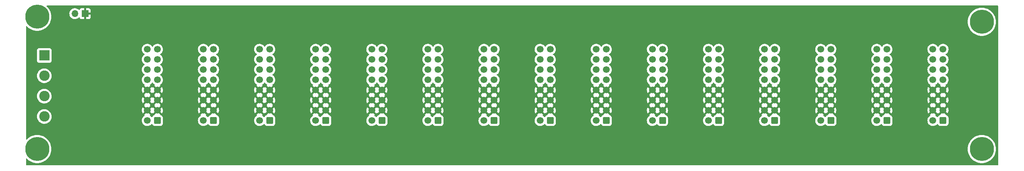
<source format=gbr>
%TF.GenerationSoftware,KiCad,Pcbnew,(6.0.0-0)*%
%TF.CreationDate,2022-11-09T21:07:35-05:00*%
%TF.ProjectId,POWER_DISTRIBUTION,504f5745-525f-4444-9953-545249425554,rev?*%
%TF.SameCoordinates,Original*%
%TF.FileFunction,Copper,L2,Bot*%
%TF.FilePolarity,Positive*%
%FSLAX46Y46*%
G04 Gerber Fmt 4.6, Leading zero omitted, Abs format (unit mm)*
G04 Created by KiCad (PCBNEW (6.0.0-0)) date 2022-11-09 21:07:35*
%MOMM*%
%LPD*%
G01*
G04 APERTURE LIST*
G04 Aperture macros list*
%AMRoundRect*
0 Rectangle with rounded corners*
0 $1 Rounding radius*
0 $2 $3 $4 $5 $6 $7 $8 $9 X,Y pos of 4 corners*
0 Add a 4 corners polygon primitive as box body*
4,1,4,$2,$3,$4,$5,$6,$7,$8,$9,$2,$3,0*
0 Add four circle primitives for the rounded corners*
1,1,$1+$1,$2,$3*
1,1,$1+$1,$4,$5*
1,1,$1+$1,$6,$7*
1,1,$1+$1,$8,$9*
0 Add four rect primitives between the rounded corners*
20,1,$1+$1,$2,$3,$4,$5,0*
20,1,$1+$1,$4,$5,$6,$7,0*
20,1,$1+$1,$6,$7,$8,$9,0*
20,1,$1+$1,$8,$9,$2,$3,0*%
G04 Aperture macros list end*
%TA.AperFunction,ComponentPad*%
%ADD10C,0.800000*%
%TD*%
%TA.AperFunction,ComponentPad*%
%ADD11C,6.000000*%
%TD*%
%TA.AperFunction,ComponentPad*%
%ADD12RoundRect,0.250000X0.600000X0.600000X-0.600000X0.600000X-0.600000X-0.600000X0.600000X-0.600000X0*%
%TD*%
%TA.AperFunction,ComponentPad*%
%ADD13C,1.700000*%
%TD*%
%TA.AperFunction,ComponentPad*%
%ADD14R,2.600000X2.600000*%
%TD*%
%TA.AperFunction,ComponentPad*%
%ADD15C,2.600000*%
%TD*%
%TA.AperFunction,ComponentPad*%
%ADD16R,1.700000X1.700000*%
%TD*%
%TA.AperFunction,ComponentPad*%
%ADD17O,1.700000X1.700000*%
%TD*%
%TA.AperFunction,ViaPad*%
%ADD18C,0.800000*%
%TD*%
G04 APERTURE END LIST*
D10*
%TO.P,REF\u002A\u002A,1*%
%TO.N,N/C*%
X265750990Y-58994990D03*
D11*
X264160000Y-57404000D03*
D10*
X264160000Y-59654000D03*
X262569010Y-58994990D03*
X266410000Y-57404000D03*
X265750990Y-55813010D03*
X261910000Y-57404000D03*
X262569010Y-55813010D03*
X264160000Y-55154000D03*
%TD*%
D12*
%TO.P,J1,1,Pin_1*%
%TO.N,-12V*%
X114473856Y-82042000D03*
D13*
%TO.P,J1,2,Pin_2*%
X111933856Y-82042000D03*
%TO.P,J1,3,Pin_3*%
%TO.N,GND*%
X114473856Y-79502000D03*
%TO.P,J1,4,Pin_4*%
X111933856Y-79502000D03*
%TO.P,J1,5,Pin_5*%
X114473856Y-76962000D03*
%TO.P,J1,6,Pin_6*%
X111933856Y-76962000D03*
%TO.P,J1,7,Pin_7*%
X114473856Y-74422000D03*
%TO.P,J1,8,Pin_8*%
X111933856Y-74422000D03*
%TO.P,J1,9,Pin_9*%
%TO.N,+12V*%
X114473856Y-71882000D03*
%TO.P,J1,10,Pin_10*%
X111933856Y-71882000D03*
%TO.P,J1,11,Pin_11*%
%TO.N,+5V*%
X114473856Y-69342000D03*
%TO.P,J1,12,Pin_12*%
X111933856Y-69342000D03*
%TO.P,J1,13,Pin_13*%
%TO.N,CV*%
X114473856Y-66802000D03*
%TO.P,J1,14,Pin_14*%
X111933856Y-66802000D03*
%TO.P,J1,15,Pin_15*%
%TO.N,GATE*%
X114473856Y-64262000D03*
%TO.P,J1,16,Pin_16*%
X111933856Y-64262000D03*
%TD*%
D12*
%TO.P,J5,1,Pin_1*%
%TO.N,-12V*%
X240496032Y-82042000D03*
D13*
%TO.P,J5,2,Pin_2*%
X237956032Y-82042000D03*
%TO.P,J5,3,Pin_3*%
%TO.N,GND*%
X240496032Y-79502000D03*
%TO.P,J5,4,Pin_4*%
X237956032Y-79502000D03*
%TO.P,J5,5,Pin_5*%
X240496032Y-76962000D03*
%TO.P,J5,6,Pin_6*%
X237956032Y-76962000D03*
%TO.P,J5,7,Pin_7*%
X240496032Y-74422000D03*
%TO.P,J5,8,Pin_8*%
X237956032Y-74422000D03*
%TO.P,J5,9,Pin_9*%
%TO.N,+12V*%
X240496032Y-71882000D03*
%TO.P,J5,10,Pin_10*%
X237956032Y-71882000D03*
%TO.P,J5,11,Pin_11*%
%TO.N,+5V*%
X240496032Y-69342000D03*
%TO.P,J5,12,Pin_12*%
X237956032Y-69342000D03*
%TO.P,J5,13,Pin_13*%
%TO.N,CV*%
X240496032Y-66802000D03*
%TO.P,J5,14,Pin_14*%
X237956032Y-66802000D03*
%TO.P,J5,15,Pin_15*%
%TO.N,GATE*%
X240496032Y-64262000D03*
%TO.P,J5,16,Pin_16*%
X237956032Y-64262000D03*
%TD*%
D12*
%TO.P,J8,1,Pin_1*%
%TO.N,-12V*%
X226493568Y-82042000D03*
D13*
%TO.P,J8,2,Pin_2*%
X223953568Y-82042000D03*
%TO.P,J8,3,Pin_3*%
%TO.N,GND*%
X226493568Y-79502000D03*
%TO.P,J8,4,Pin_4*%
X223953568Y-79502000D03*
%TO.P,J8,5,Pin_5*%
X226493568Y-76962000D03*
%TO.P,J8,6,Pin_6*%
X223953568Y-76962000D03*
%TO.P,J8,7,Pin_7*%
X226493568Y-74422000D03*
%TO.P,J8,8,Pin_8*%
X223953568Y-74422000D03*
%TO.P,J8,9,Pin_9*%
%TO.N,+12V*%
X226493568Y-71882000D03*
%TO.P,J8,10,Pin_10*%
X223953568Y-71882000D03*
%TO.P,J8,11,Pin_11*%
%TO.N,+5V*%
X226493568Y-69342000D03*
%TO.P,J8,12,Pin_12*%
X223953568Y-69342000D03*
%TO.P,J8,13,Pin_13*%
%TO.N,CV*%
X226493568Y-66802000D03*
%TO.P,J8,14,Pin_14*%
X223953568Y-66802000D03*
%TO.P,J8,15,Pin_15*%
%TO.N,GATE*%
X226493568Y-64262000D03*
%TO.P,J8,16,Pin_16*%
X223953568Y-64262000D03*
%TD*%
D14*
%TO.P,J13,1,Pin_1*%
%TO.N,Net-(J13-Pad1)*%
X30226000Y-65786000D03*
D15*
%TO.P,J13,2,Pin_2*%
%TO.N,+5V*%
X30226000Y-70866000D03*
%TO.P,J13,3,Pin_3*%
%TO.N,+12V*%
X30226000Y-75946000D03*
%TO.P,J13,4,Pin_4*%
%TO.N,-12V*%
X30226000Y-81026000D03*
%TD*%
D12*
%TO.P,J3,1,Pin_1*%
%TO.N,-12V*%
X72466464Y-82042000D03*
D13*
%TO.P,J3,2,Pin_2*%
X69926464Y-82042000D03*
%TO.P,J3,3,Pin_3*%
%TO.N,GND*%
X72466464Y-79502000D03*
%TO.P,J3,4,Pin_4*%
X69926464Y-79502000D03*
%TO.P,J3,5,Pin_5*%
X72466464Y-76962000D03*
%TO.P,J3,6,Pin_6*%
X69926464Y-76962000D03*
%TO.P,J3,7,Pin_7*%
X72466464Y-74422000D03*
%TO.P,J3,8,Pin_8*%
X69926464Y-74422000D03*
%TO.P,J3,9,Pin_9*%
%TO.N,+12V*%
X72466464Y-71882000D03*
%TO.P,J3,10,Pin_10*%
X69926464Y-71882000D03*
%TO.P,J3,11,Pin_11*%
%TO.N,+5V*%
X72466464Y-69342000D03*
%TO.P,J3,12,Pin_12*%
X69926464Y-69342000D03*
%TO.P,J3,13,Pin_13*%
%TO.N,CV*%
X72466464Y-66802000D03*
%TO.P,J3,14,Pin_14*%
X69926464Y-66802000D03*
%TO.P,J3,15,Pin_15*%
%TO.N,GATE*%
X72466464Y-64262000D03*
%TO.P,J3,16,Pin_16*%
X69926464Y-64262000D03*
%TD*%
D10*
%TO.P,REF\u002A\u002A,1*%
%TO.N,N/C*%
X264160000Y-91404000D03*
X264160000Y-86904000D03*
X262569010Y-90744990D03*
X265750990Y-87563010D03*
X262569010Y-87563010D03*
X265750990Y-90744990D03*
X266410000Y-89154000D03*
D11*
X264160000Y-89154000D03*
D10*
X261910000Y-89154000D03*
%TD*%
D12*
%TO.P,J15,1,Pin_1*%
%TO.N,-12V*%
X198488640Y-82042000D03*
D13*
%TO.P,J15,2,Pin_2*%
X195948640Y-82042000D03*
%TO.P,J15,3,Pin_3*%
%TO.N,GND*%
X198488640Y-79502000D03*
%TO.P,J15,4,Pin_4*%
X195948640Y-79502000D03*
%TO.P,J15,5,Pin_5*%
X198488640Y-76962000D03*
%TO.P,J15,6,Pin_6*%
X195948640Y-76962000D03*
%TO.P,J15,7,Pin_7*%
X198488640Y-74422000D03*
%TO.P,J15,8,Pin_8*%
X195948640Y-74422000D03*
%TO.P,J15,9,Pin_9*%
%TO.N,+12V*%
X198488640Y-71882000D03*
%TO.P,J15,10,Pin_10*%
X195948640Y-71882000D03*
%TO.P,J15,11,Pin_11*%
%TO.N,+5V*%
X198488640Y-69342000D03*
%TO.P,J15,12,Pin_12*%
X195948640Y-69342000D03*
%TO.P,J15,13,Pin_13*%
%TO.N,CV*%
X198488640Y-66802000D03*
%TO.P,J15,14,Pin_14*%
X195948640Y-66802000D03*
%TO.P,J15,15,Pin_15*%
%TO.N,GATE*%
X198488640Y-64262000D03*
%TO.P,J15,16,Pin_16*%
X195948640Y-64262000D03*
%TD*%
D16*
%TO.P,SW1,1,A*%
%TO.N,GND*%
X40386000Y-55372000D03*
D17*
%TO.P,SW1,2,B*%
%TO.N,Net-(J13-Pad1)*%
X37846000Y-55372000D03*
%TD*%
D12*
%TO.P,J4,1,Pin_1*%
%TO.N,-12V*%
X184486176Y-82042000D03*
D13*
%TO.P,J4,2,Pin_2*%
X181946176Y-82042000D03*
%TO.P,J4,3,Pin_3*%
%TO.N,GND*%
X184486176Y-79502000D03*
%TO.P,J4,4,Pin_4*%
X181946176Y-79502000D03*
%TO.P,J4,5,Pin_5*%
X184486176Y-76962000D03*
%TO.P,J4,6,Pin_6*%
X181946176Y-76962000D03*
%TO.P,J4,7,Pin_7*%
X184486176Y-74422000D03*
%TO.P,J4,8,Pin_8*%
X181946176Y-74422000D03*
%TO.P,J4,9,Pin_9*%
%TO.N,+12V*%
X184486176Y-71882000D03*
%TO.P,J4,10,Pin_10*%
X181946176Y-71882000D03*
%TO.P,J4,11,Pin_11*%
%TO.N,+5V*%
X184486176Y-69342000D03*
%TO.P,J4,12,Pin_12*%
X181946176Y-69342000D03*
%TO.P,J4,13,Pin_13*%
%TO.N,CV*%
X184486176Y-66802000D03*
%TO.P,J4,14,Pin_14*%
X181946176Y-66802000D03*
%TO.P,J4,15,Pin_15*%
%TO.N,GATE*%
X184486176Y-64262000D03*
%TO.P,J4,16,Pin_16*%
X181946176Y-64262000D03*
%TD*%
D12*
%TO.P,J2,1,Pin_1*%
%TO.N,-12V*%
X212491104Y-82042000D03*
D13*
%TO.P,J2,2,Pin_2*%
X209951104Y-82042000D03*
%TO.P,J2,3,Pin_3*%
%TO.N,GND*%
X212491104Y-79502000D03*
%TO.P,J2,4,Pin_4*%
X209951104Y-79502000D03*
%TO.P,J2,5,Pin_5*%
X212491104Y-76962000D03*
%TO.P,J2,6,Pin_6*%
X209951104Y-76962000D03*
%TO.P,J2,7,Pin_7*%
X212491104Y-74422000D03*
%TO.P,J2,8,Pin_8*%
X209951104Y-74422000D03*
%TO.P,J2,9,Pin_9*%
%TO.N,+12V*%
X212491104Y-71882000D03*
%TO.P,J2,10,Pin_10*%
X209951104Y-71882000D03*
%TO.P,J2,11,Pin_11*%
%TO.N,+5V*%
X212491104Y-69342000D03*
%TO.P,J2,12,Pin_12*%
X209951104Y-69342000D03*
%TO.P,J2,13,Pin_13*%
%TO.N,CV*%
X212491104Y-66802000D03*
%TO.P,J2,14,Pin_14*%
X209951104Y-66802000D03*
%TO.P,J2,15,Pin_15*%
%TO.N,GATE*%
X212491104Y-64262000D03*
%TO.P,J2,16,Pin_16*%
X209951104Y-64262000D03*
%TD*%
D12*
%TO.P,J12,1,Pin_1*%
%TO.N,-12V*%
X142478784Y-82042000D03*
D13*
%TO.P,J12,2,Pin_2*%
X139938784Y-82042000D03*
%TO.P,J12,3,Pin_3*%
%TO.N,GND*%
X142478784Y-79502000D03*
%TO.P,J12,4,Pin_4*%
X139938784Y-79502000D03*
%TO.P,J12,5,Pin_5*%
X142478784Y-76962000D03*
%TO.P,J12,6,Pin_6*%
X139938784Y-76962000D03*
%TO.P,J12,7,Pin_7*%
X142478784Y-74422000D03*
%TO.P,J12,8,Pin_8*%
X139938784Y-74422000D03*
%TO.P,J12,9,Pin_9*%
%TO.N,+12V*%
X142478784Y-71882000D03*
%TO.P,J12,10,Pin_10*%
X139938784Y-71882000D03*
%TO.P,J12,11,Pin_11*%
%TO.N,+5V*%
X142478784Y-69342000D03*
%TO.P,J12,12,Pin_12*%
X139938784Y-69342000D03*
%TO.P,J12,13,Pin_13*%
%TO.N,CV*%
X142478784Y-66802000D03*
%TO.P,J12,14,Pin_14*%
X139938784Y-66802000D03*
%TO.P,J12,15,Pin_15*%
%TO.N,GATE*%
X142478784Y-64262000D03*
%TO.P,J12,16,Pin_16*%
X139938784Y-64262000D03*
%TD*%
D12*
%TO.P,J14,1,Pin_1*%
%TO.N,-12V*%
X100471392Y-82042000D03*
D13*
%TO.P,J14,2,Pin_2*%
X97931392Y-82042000D03*
%TO.P,J14,3,Pin_3*%
%TO.N,GND*%
X100471392Y-79502000D03*
%TO.P,J14,4,Pin_4*%
X97931392Y-79502000D03*
%TO.P,J14,5,Pin_5*%
X100471392Y-76962000D03*
%TO.P,J14,6,Pin_6*%
X97931392Y-76962000D03*
%TO.P,J14,7,Pin_7*%
X100471392Y-74422000D03*
%TO.P,J14,8,Pin_8*%
X97931392Y-74422000D03*
%TO.P,J14,9,Pin_9*%
%TO.N,+12V*%
X100471392Y-71882000D03*
%TO.P,J14,10,Pin_10*%
X97931392Y-71882000D03*
%TO.P,J14,11,Pin_11*%
%TO.N,+5V*%
X100471392Y-69342000D03*
%TO.P,J14,12,Pin_12*%
X97931392Y-69342000D03*
%TO.P,J14,13,Pin_13*%
%TO.N,CV*%
X100471392Y-66802000D03*
%TO.P,J14,14,Pin_14*%
X97931392Y-66802000D03*
%TO.P,J14,15,Pin_15*%
%TO.N,GATE*%
X100471392Y-64262000D03*
%TO.P,J14,16,Pin_16*%
X97931392Y-64262000D03*
%TD*%
D10*
%TO.P,REF\u002A\u002A,1*%
%TO.N,N/C*%
X26198000Y-89154000D03*
X28448000Y-86904000D03*
D11*
X28448000Y-89154000D03*
D10*
X28448000Y-91404000D03*
X26857010Y-90744990D03*
X30038990Y-90744990D03*
X30698000Y-89154000D03*
X26857010Y-87563010D03*
X30038990Y-87563010D03*
%TD*%
D12*
%TO.P,J11,1,Pin_1*%
%TO.N,-12V*%
X128476320Y-82042000D03*
D13*
%TO.P,J11,2,Pin_2*%
X125936320Y-82042000D03*
%TO.P,J11,3,Pin_3*%
%TO.N,GND*%
X128476320Y-79502000D03*
%TO.P,J11,4,Pin_4*%
X125936320Y-79502000D03*
%TO.P,J11,5,Pin_5*%
X128476320Y-76962000D03*
%TO.P,J11,6,Pin_6*%
X125936320Y-76962000D03*
%TO.P,J11,7,Pin_7*%
X128476320Y-74422000D03*
%TO.P,J11,8,Pin_8*%
X125936320Y-74422000D03*
%TO.P,J11,9,Pin_9*%
%TO.N,+12V*%
X128476320Y-71882000D03*
%TO.P,J11,10,Pin_10*%
X125936320Y-71882000D03*
%TO.P,J11,11,Pin_11*%
%TO.N,+5V*%
X128476320Y-69342000D03*
%TO.P,J11,12,Pin_12*%
X125936320Y-69342000D03*
%TO.P,J11,13,Pin_13*%
%TO.N,CV*%
X128476320Y-66802000D03*
%TO.P,J11,14,Pin_14*%
X125936320Y-66802000D03*
%TO.P,J11,15,Pin_15*%
%TO.N,GATE*%
X128476320Y-64262000D03*
%TO.P,J11,16,Pin_16*%
X125936320Y-64262000D03*
%TD*%
D11*
%TO.P,REF\u002A\u002A,1*%
%TO.N,N/C*%
X28448000Y-56134000D03*
D10*
X28448000Y-53884000D03*
X28448000Y-58384000D03*
X30038990Y-54543010D03*
X26198000Y-56134000D03*
X30038990Y-57724990D03*
X26857010Y-57724990D03*
X30698000Y-56134000D03*
X26857010Y-54543010D03*
%TD*%
D12*
%TO.P,J6,1,Pin_1*%
%TO.N,-12V*%
X58464000Y-82042000D03*
D13*
%TO.P,J6,2,Pin_2*%
X55924000Y-82042000D03*
%TO.P,J6,3,Pin_3*%
%TO.N,GND*%
X58464000Y-79502000D03*
%TO.P,J6,4,Pin_4*%
X55924000Y-79502000D03*
%TO.P,J6,5,Pin_5*%
X58464000Y-76962000D03*
%TO.P,J6,6,Pin_6*%
X55924000Y-76962000D03*
%TO.P,J6,7,Pin_7*%
X58464000Y-74422000D03*
%TO.P,J6,8,Pin_8*%
X55924000Y-74422000D03*
%TO.P,J6,9,Pin_9*%
%TO.N,+12V*%
X58464000Y-71882000D03*
%TO.P,J6,10,Pin_10*%
X55924000Y-71882000D03*
%TO.P,J6,11,Pin_11*%
%TO.N,+5V*%
X58464000Y-69342000D03*
%TO.P,J6,12,Pin_12*%
X55924000Y-69342000D03*
%TO.P,J6,13,Pin_13*%
%TO.N,CV*%
X58464000Y-66802000D03*
%TO.P,J6,14,Pin_14*%
X55924000Y-66802000D03*
%TO.P,J6,15,Pin_15*%
%TO.N,GATE*%
X58464000Y-64262000D03*
%TO.P,J6,16,Pin_16*%
X55924000Y-64262000D03*
%TD*%
D12*
%TO.P,J16,1,Pin_1*%
%TO.N,-12V*%
X254498500Y-82042000D03*
D13*
%TO.P,J16,2,Pin_2*%
X251958500Y-82042000D03*
%TO.P,J16,3,Pin_3*%
%TO.N,GND*%
X254498500Y-79502000D03*
%TO.P,J16,4,Pin_4*%
X251958500Y-79502000D03*
%TO.P,J16,5,Pin_5*%
X254498500Y-76962000D03*
%TO.P,J16,6,Pin_6*%
X251958500Y-76962000D03*
%TO.P,J16,7,Pin_7*%
X254498500Y-74422000D03*
%TO.P,J16,8,Pin_8*%
X251958500Y-74422000D03*
%TO.P,J16,9,Pin_9*%
%TO.N,+12V*%
X254498500Y-71882000D03*
%TO.P,J16,10,Pin_10*%
X251958500Y-71882000D03*
%TO.P,J16,11,Pin_11*%
%TO.N,+5V*%
X254498500Y-69342000D03*
%TO.P,J16,12,Pin_12*%
X251958500Y-69342000D03*
%TO.P,J16,13,Pin_13*%
%TO.N,CV*%
X254498500Y-66802000D03*
%TO.P,J16,14,Pin_14*%
X251958500Y-66802000D03*
%TO.P,J16,15,Pin_15*%
%TO.N,GATE*%
X254498500Y-64262000D03*
%TO.P,J16,16,Pin_16*%
X251958500Y-64262000D03*
%TD*%
D12*
%TO.P,J7,1,Pin_1*%
%TO.N,-12V*%
X170483712Y-82042000D03*
D13*
%TO.P,J7,2,Pin_2*%
X167943712Y-82042000D03*
%TO.P,J7,3,Pin_3*%
%TO.N,GND*%
X170483712Y-79502000D03*
%TO.P,J7,4,Pin_4*%
X167943712Y-79502000D03*
%TO.P,J7,5,Pin_5*%
X170483712Y-76962000D03*
%TO.P,J7,6,Pin_6*%
X167943712Y-76962000D03*
%TO.P,J7,7,Pin_7*%
X170483712Y-74422000D03*
%TO.P,J7,8,Pin_8*%
X167943712Y-74422000D03*
%TO.P,J7,9,Pin_9*%
%TO.N,+12V*%
X170483712Y-71882000D03*
%TO.P,J7,10,Pin_10*%
X167943712Y-71882000D03*
%TO.P,J7,11,Pin_11*%
%TO.N,+5V*%
X170483712Y-69342000D03*
%TO.P,J7,12,Pin_12*%
X167943712Y-69342000D03*
%TO.P,J7,13,Pin_13*%
%TO.N,CV*%
X170483712Y-66802000D03*
%TO.P,J7,14,Pin_14*%
X167943712Y-66802000D03*
%TO.P,J7,15,Pin_15*%
%TO.N,GATE*%
X170483712Y-64262000D03*
%TO.P,J7,16,Pin_16*%
X167943712Y-64262000D03*
%TD*%
D12*
%TO.P,J9,1,Pin_1*%
%TO.N,-12V*%
X156481248Y-82042000D03*
D13*
%TO.P,J9,2,Pin_2*%
X153941248Y-82042000D03*
%TO.P,J9,3,Pin_3*%
%TO.N,GND*%
X156481248Y-79502000D03*
%TO.P,J9,4,Pin_4*%
X153941248Y-79502000D03*
%TO.P,J9,5,Pin_5*%
X156481248Y-76962000D03*
%TO.P,J9,6,Pin_6*%
X153941248Y-76962000D03*
%TO.P,J9,7,Pin_7*%
X156481248Y-74422000D03*
%TO.P,J9,8,Pin_8*%
X153941248Y-74422000D03*
%TO.P,J9,9,Pin_9*%
%TO.N,+12V*%
X156481248Y-71882000D03*
%TO.P,J9,10,Pin_10*%
X153941248Y-71882000D03*
%TO.P,J9,11,Pin_11*%
%TO.N,+5V*%
X156481248Y-69342000D03*
%TO.P,J9,12,Pin_12*%
X153941248Y-69342000D03*
%TO.P,J9,13,Pin_13*%
%TO.N,CV*%
X156481248Y-66802000D03*
%TO.P,J9,14,Pin_14*%
X153941248Y-66802000D03*
%TO.P,J9,15,Pin_15*%
%TO.N,GATE*%
X156481248Y-64262000D03*
%TO.P,J9,16,Pin_16*%
X153941248Y-64262000D03*
%TD*%
D12*
%TO.P,J10,1,Pin_1*%
%TO.N,-12V*%
X86468928Y-82042000D03*
D13*
%TO.P,J10,2,Pin_2*%
X83928928Y-82042000D03*
%TO.P,J10,3,Pin_3*%
%TO.N,GND*%
X86468928Y-79502000D03*
%TO.P,J10,4,Pin_4*%
X83928928Y-79502000D03*
%TO.P,J10,5,Pin_5*%
X86468928Y-76962000D03*
%TO.P,J10,6,Pin_6*%
X83928928Y-76962000D03*
%TO.P,J10,7,Pin_7*%
X86468928Y-74422000D03*
%TO.P,J10,8,Pin_8*%
X83928928Y-74422000D03*
%TO.P,J10,9,Pin_9*%
%TO.N,+12V*%
X86468928Y-71882000D03*
%TO.P,J10,10,Pin_10*%
X83928928Y-71882000D03*
%TO.P,J10,11,Pin_11*%
%TO.N,+5V*%
X86468928Y-69342000D03*
%TO.P,J10,12,Pin_12*%
X83928928Y-69342000D03*
%TO.P,J10,13,Pin_13*%
%TO.N,CV*%
X86468928Y-66802000D03*
%TO.P,J10,14,Pin_14*%
X83928928Y-66802000D03*
%TO.P,J10,15,Pin_15*%
%TO.N,GATE*%
X86468928Y-64262000D03*
%TO.P,J10,16,Pin_16*%
X83928928Y-64262000D03*
%TD*%
D18*
%TO.N,GND*%
X50038000Y-57150000D03*
X42926000Y-85598000D03*
X50038000Y-73406000D03*
X49784000Y-60198000D03*
X49530000Y-80010000D03*
X49398000Y-66924000D03*
%TD*%
%TA.AperFunction,Conductor*%
%TO.N,GND*%
G36*
X268166121Y-53360002D02*
G01*
X268212614Y-53413658D01*
X268224000Y-53466000D01*
X268224000Y-93092000D01*
X268203998Y-93160121D01*
X268150342Y-93206614D01*
X268098000Y-93218000D01*
X25780000Y-93218000D01*
X25711879Y-93197998D01*
X25665386Y-93144342D01*
X25654000Y-93092000D01*
X25654000Y-91625959D01*
X25674002Y-91557838D01*
X25727658Y-91511345D01*
X25797932Y-91501241D01*
X25862512Y-91530735D01*
X25869095Y-91536864D01*
X26097133Y-91764902D01*
X26382925Y-91996332D01*
X26691342Y-92196620D01*
X26694276Y-92198115D01*
X26694283Y-92198119D01*
X27016066Y-92362075D01*
X27019006Y-92363573D01*
X27362326Y-92495361D01*
X27717541Y-92590541D01*
X27910558Y-92621112D01*
X28077511Y-92647555D01*
X28077519Y-92647556D01*
X28080759Y-92648069D01*
X28448000Y-92667315D01*
X28815241Y-92648069D01*
X28818481Y-92647556D01*
X28818489Y-92647555D01*
X28985442Y-92621112D01*
X29178459Y-92590541D01*
X29533674Y-92495361D01*
X29876994Y-92363573D01*
X29879934Y-92362075D01*
X30201717Y-92198119D01*
X30201724Y-92198115D01*
X30204658Y-92196620D01*
X30513075Y-91996332D01*
X30798867Y-91764902D01*
X31058902Y-91504867D01*
X31290332Y-91219075D01*
X31490620Y-90910657D01*
X31657573Y-90582994D01*
X31789361Y-90239674D01*
X31884541Y-89884459D01*
X31942069Y-89521241D01*
X31961315Y-89154000D01*
X260646685Y-89154000D01*
X260665931Y-89521241D01*
X260723459Y-89884459D01*
X260818639Y-90239674D01*
X260950427Y-90582994D01*
X261117380Y-90910657D01*
X261317668Y-91219075D01*
X261549098Y-91504867D01*
X261809133Y-91764902D01*
X262094925Y-91996332D01*
X262403342Y-92196620D01*
X262406276Y-92198115D01*
X262406283Y-92198119D01*
X262728066Y-92362075D01*
X262731006Y-92363573D01*
X263074326Y-92495361D01*
X263429541Y-92590541D01*
X263622558Y-92621112D01*
X263789511Y-92647555D01*
X263789519Y-92647556D01*
X263792759Y-92648069D01*
X264160000Y-92667315D01*
X264527241Y-92648069D01*
X264530481Y-92647556D01*
X264530489Y-92647555D01*
X264697442Y-92621112D01*
X264890459Y-92590541D01*
X265245674Y-92495361D01*
X265588994Y-92363573D01*
X265591934Y-92362075D01*
X265913717Y-92198119D01*
X265913724Y-92198115D01*
X265916658Y-92196620D01*
X266225075Y-91996332D01*
X266510867Y-91764902D01*
X266770902Y-91504867D01*
X267002332Y-91219075D01*
X267202620Y-90910657D01*
X267369573Y-90582994D01*
X267501361Y-90239674D01*
X267596541Y-89884459D01*
X267654069Y-89521241D01*
X267673315Y-89154000D01*
X267654069Y-88786759D01*
X267596541Y-88423541D01*
X267501361Y-88068326D01*
X267369573Y-87725006D01*
X267202620Y-87397343D01*
X267002332Y-87088925D01*
X266770902Y-86803133D01*
X266510867Y-86543098D01*
X266225075Y-86311668D01*
X265916658Y-86111380D01*
X265913724Y-86109885D01*
X265913717Y-86109881D01*
X265591934Y-85945925D01*
X265588994Y-85944427D01*
X265245674Y-85812639D01*
X264890459Y-85717459D01*
X264697442Y-85686888D01*
X264530489Y-85660445D01*
X264530481Y-85660444D01*
X264527241Y-85659931D01*
X264160000Y-85640685D01*
X263792759Y-85659931D01*
X263789519Y-85660444D01*
X263789511Y-85660445D01*
X263622558Y-85686888D01*
X263429541Y-85717459D01*
X263074326Y-85812639D01*
X262731006Y-85944427D01*
X262728066Y-85945925D01*
X262406284Y-86109881D01*
X262406277Y-86109885D01*
X262403343Y-86111380D01*
X262094925Y-86311668D01*
X261809133Y-86543098D01*
X261549098Y-86803133D01*
X261317668Y-87088925D01*
X261117380Y-87397343D01*
X260950427Y-87725006D01*
X260818639Y-88068326D01*
X260723459Y-88423541D01*
X260665931Y-88786759D01*
X260646685Y-89154000D01*
X31961315Y-89154000D01*
X31942069Y-88786759D01*
X31884541Y-88423541D01*
X31789361Y-88068326D01*
X31657573Y-87725006D01*
X31490620Y-87397343D01*
X31290332Y-87088925D01*
X31058902Y-86803133D01*
X30798867Y-86543098D01*
X30513075Y-86311668D01*
X30204658Y-86111380D01*
X30201724Y-86109885D01*
X30201717Y-86109881D01*
X29879934Y-85945925D01*
X29876994Y-85944427D01*
X29533674Y-85812639D01*
X29178459Y-85717459D01*
X28985442Y-85686888D01*
X28818489Y-85660445D01*
X28818481Y-85660444D01*
X28815241Y-85659931D01*
X28448000Y-85640685D01*
X28080759Y-85659931D01*
X28077519Y-85660444D01*
X28077511Y-85660445D01*
X27910558Y-85686888D01*
X27717541Y-85717459D01*
X27362326Y-85812639D01*
X27019006Y-85944427D01*
X27016066Y-85945925D01*
X26694284Y-86109881D01*
X26694277Y-86109885D01*
X26691343Y-86111380D01*
X26382925Y-86311668D01*
X26097133Y-86543098D01*
X25869095Y-86771136D01*
X25806783Y-86805162D01*
X25735968Y-86800097D01*
X25679132Y-86757550D01*
X25654321Y-86691030D01*
X25654000Y-86682041D01*
X25654000Y-80978526D01*
X28413050Y-80978526D01*
X28413274Y-80983192D01*
X28413274Y-80983197D01*
X28416429Y-81048876D01*
X28425947Y-81247019D01*
X28478388Y-81510656D01*
X28569220Y-81763646D01*
X28571432Y-81767762D01*
X28571433Y-81767765D01*
X28584298Y-81791707D01*
X28696450Y-82000431D01*
X28699241Y-82004168D01*
X28699245Y-82004175D01*
X28780887Y-82113506D01*
X28857281Y-82215810D01*
X28860590Y-82219090D01*
X28860595Y-82219096D01*
X29044863Y-82401762D01*
X29048180Y-82405050D01*
X29051942Y-82407808D01*
X29051945Y-82407811D01*
X29115519Y-82454425D01*
X29264954Y-82563995D01*
X29269089Y-82566171D01*
X29269093Y-82566173D01*
X29498698Y-82686975D01*
X29502840Y-82689154D01*
X29756613Y-82777775D01*
X29761206Y-82778647D01*
X30016109Y-82827042D01*
X30016112Y-82827042D01*
X30020698Y-82827913D01*
X30148370Y-82832929D01*
X30284625Y-82838283D01*
X30284630Y-82838283D01*
X30289293Y-82838466D01*
X30393607Y-82827042D01*
X30551844Y-82809713D01*
X30551850Y-82809712D01*
X30556497Y-82809203D01*
X30578580Y-82803389D01*
X30811918Y-82741956D01*
X30811920Y-82741955D01*
X30816441Y-82740765D01*
X30929014Y-82692400D01*
X31059120Y-82636502D01*
X31059122Y-82636501D01*
X31063414Y-82634657D01*
X31182071Y-82561230D01*
X31288017Y-82495669D01*
X31288021Y-82495666D01*
X31291990Y-82493210D01*
X31497149Y-82319530D01*
X31674382Y-82117434D01*
X31744325Y-82008695D01*
X54561251Y-82008695D01*
X54574110Y-82231715D01*
X54575247Y-82236761D01*
X54575248Y-82236767D01*
X54593108Y-82316014D01*
X54623222Y-82449639D01*
X54641913Y-82495669D01*
X54699099Y-82636502D01*
X54707266Y-82656616D01*
X54731154Y-82695598D01*
X54818392Y-82837957D01*
X54823987Y-82847088D01*
X54970250Y-83015938D01*
X55142126Y-83158632D01*
X55335000Y-83271338D01*
X55543692Y-83351030D01*
X55548760Y-83352061D01*
X55548763Y-83352062D01*
X55656017Y-83373883D01*
X55762597Y-83395567D01*
X55767772Y-83395757D01*
X55767774Y-83395757D01*
X55980673Y-83403564D01*
X55980677Y-83403564D01*
X55985837Y-83403753D01*
X55990957Y-83403097D01*
X55990959Y-83403097D01*
X56202288Y-83376025D01*
X56202289Y-83376025D01*
X56207416Y-83375368D01*
X56212366Y-83373883D01*
X56416429Y-83312661D01*
X56416434Y-83312659D01*
X56421384Y-83311174D01*
X56621994Y-83212896D01*
X56803860Y-83083173D01*
X56962096Y-82925489D01*
X56962671Y-82926066D01*
X57018391Y-82889562D01*
X57089385Y-82888939D01*
X57149446Y-82926796D01*
X57169051Y-82956691D01*
X57170133Y-82959000D01*
X57172450Y-82965946D01*
X57265522Y-83116348D01*
X57390697Y-83241305D01*
X57396927Y-83245145D01*
X57396928Y-83245146D01*
X57534090Y-83329694D01*
X57541262Y-83334115D01*
X57595371Y-83352062D01*
X57702611Y-83387632D01*
X57702613Y-83387632D01*
X57709139Y-83389797D01*
X57715975Y-83390497D01*
X57715978Y-83390498D01*
X57755372Y-83394534D01*
X57813600Y-83400500D01*
X59114400Y-83400500D01*
X59117646Y-83400163D01*
X59117650Y-83400163D01*
X59213308Y-83390238D01*
X59213312Y-83390237D01*
X59220166Y-83389526D01*
X59226702Y-83387345D01*
X59226704Y-83387345D01*
X59358806Y-83343272D01*
X59387946Y-83333550D01*
X59538348Y-83240478D01*
X59663305Y-83115303D01*
X59685357Y-83079529D01*
X59752275Y-82970968D01*
X59752276Y-82970966D01*
X59756115Y-82964738D01*
X59801498Y-82827913D01*
X59809632Y-82803389D01*
X59809632Y-82803387D01*
X59811797Y-82796861D01*
X59822500Y-82692400D01*
X59822500Y-82008695D01*
X68563715Y-82008695D01*
X68576574Y-82231715D01*
X68577711Y-82236761D01*
X68577712Y-82236767D01*
X68595572Y-82316014D01*
X68625686Y-82449639D01*
X68644377Y-82495669D01*
X68701563Y-82636502D01*
X68709730Y-82656616D01*
X68733618Y-82695598D01*
X68820856Y-82837957D01*
X68826451Y-82847088D01*
X68972714Y-83015938D01*
X69144590Y-83158632D01*
X69337464Y-83271338D01*
X69546156Y-83351030D01*
X69551224Y-83352061D01*
X69551227Y-83352062D01*
X69658481Y-83373883D01*
X69765061Y-83395567D01*
X69770236Y-83395757D01*
X69770238Y-83395757D01*
X69983137Y-83403564D01*
X69983141Y-83403564D01*
X69988301Y-83403753D01*
X69993421Y-83403097D01*
X69993423Y-83403097D01*
X70204752Y-83376025D01*
X70204753Y-83376025D01*
X70209880Y-83375368D01*
X70214830Y-83373883D01*
X70418893Y-83312661D01*
X70418898Y-83312659D01*
X70423848Y-83311174D01*
X70624458Y-83212896D01*
X70806324Y-83083173D01*
X70964560Y-82925489D01*
X70965135Y-82926066D01*
X71020855Y-82889562D01*
X71091849Y-82888939D01*
X71151910Y-82926796D01*
X71171515Y-82956691D01*
X71172597Y-82959000D01*
X71174914Y-82965946D01*
X71267986Y-83116348D01*
X71393161Y-83241305D01*
X71399391Y-83245145D01*
X71399392Y-83245146D01*
X71536554Y-83329694D01*
X71543726Y-83334115D01*
X71597835Y-83352062D01*
X71705075Y-83387632D01*
X71705077Y-83387632D01*
X71711603Y-83389797D01*
X71718439Y-83390497D01*
X71718442Y-83390498D01*
X71757836Y-83394534D01*
X71816064Y-83400500D01*
X73116864Y-83400500D01*
X73120110Y-83400163D01*
X73120114Y-83400163D01*
X73215772Y-83390238D01*
X73215776Y-83390237D01*
X73222630Y-83389526D01*
X73229166Y-83387345D01*
X73229168Y-83387345D01*
X73361270Y-83343272D01*
X73390410Y-83333550D01*
X73540812Y-83240478D01*
X73665769Y-83115303D01*
X73687821Y-83079529D01*
X73754739Y-82970968D01*
X73754740Y-82970966D01*
X73758579Y-82964738D01*
X73803962Y-82827913D01*
X73812096Y-82803389D01*
X73812096Y-82803387D01*
X73814261Y-82796861D01*
X73824964Y-82692400D01*
X73824964Y-82008695D01*
X82566179Y-82008695D01*
X82579038Y-82231715D01*
X82580175Y-82236761D01*
X82580176Y-82236767D01*
X82598036Y-82316014D01*
X82628150Y-82449639D01*
X82646841Y-82495669D01*
X82704027Y-82636502D01*
X82712194Y-82656616D01*
X82736082Y-82695598D01*
X82823320Y-82837957D01*
X82828915Y-82847088D01*
X82975178Y-83015938D01*
X83147054Y-83158632D01*
X83339928Y-83271338D01*
X83548620Y-83351030D01*
X83553688Y-83352061D01*
X83553691Y-83352062D01*
X83660945Y-83373883D01*
X83767525Y-83395567D01*
X83772700Y-83395757D01*
X83772702Y-83395757D01*
X83985601Y-83403564D01*
X83985605Y-83403564D01*
X83990765Y-83403753D01*
X83995885Y-83403097D01*
X83995887Y-83403097D01*
X84207216Y-83376025D01*
X84207217Y-83376025D01*
X84212344Y-83375368D01*
X84217294Y-83373883D01*
X84421357Y-83312661D01*
X84421362Y-83312659D01*
X84426312Y-83311174D01*
X84626922Y-83212896D01*
X84808788Y-83083173D01*
X84967024Y-82925489D01*
X84967599Y-82926066D01*
X85023319Y-82889562D01*
X85094313Y-82888939D01*
X85154374Y-82926796D01*
X85173979Y-82956691D01*
X85175061Y-82959000D01*
X85177378Y-82965946D01*
X85270450Y-83116348D01*
X85395625Y-83241305D01*
X85401855Y-83245145D01*
X85401856Y-83245146D01*
X85539018Y-83329694D01*
X85546190Y-83334115D01*
X85600299Y-83352062D01*
X85707539Y-83387632D01*
X85707541Y-83387632D01*
X85714067Y-83389797D01*
X85720903Y-83390497D01*
X85720906Y-83390498D01*
X85760300Y-83394534D01*
X85818528Y-83400500D01*
X87119328Y-83400500D01*
X87122574Y-83400163D01*
X87122578Y-83400163D01*
X87218236Y-83390238D01*
X87218240Y-83390237D01*
X87225094Y-83389526D01*
X87231630Y-83387345D01*
X87231632Y-83387345D01*
X87363734Y-83343272D01*
X87392874Y-83333550D01*
X87543276Y-83240478D01*
X87668233Y-83115303D01*
X87690285Y-83079529D01*
X87757203Y-82970968D01*
X87757204Y-82970966D01*
X87761043Y-82964738D01*
X87806426Y-82827913D01*
X87814560Y-82803389D01*
X87814560Y-82803387D01*
X87816725Y-82796861D01*
X87827428Y-82692400D01*
X87827428Y-82008695D01*
X96568643Y-82008695D01*
X96581502Y-82231715D01*
X96582639Y-82236761D01*
X96582640Y-82236767D01*
X96600500Y-82316014D01*
X96630614Y-82449639D01*
X96649305Y-82495669D01*
X96706491Y-82636502D01*
X96714658Y-82656616D01*
X96738546Y-82695598D01*
X96825784Y-82837957D01*
X96831379Y-82847088D01*
X96977642Y-83015938D01*
X97149518Y-83158632D01*
X97342392Y-83271338D01*
X97551084Y-83351030D01*
X97556152Y-83352061D01*
X97556155Y-83352062D01*
X97663409Y-83373883D01*
X97769989Y-83395567D01*
X97775164Y-83395757D01*
X97775166Y-83395757D01*
X97988065Y-83403564D01*
X97988069Y-83403564D01*
X97993229Y-83403753D01*
X97998349Y-83403097D01*
X97998351Y-83403097D01*
X98209680Y-83376025D01*
X98209681Y-83376025D01*
X98214808Y-83375368D01*
X98219758Y-83373883D01*
X98423821Y-83312661D01*
X98423826Y-83312659D01*
X98428776Y-83311174D01*
X98629386Y-83212896D01*
X98811252Y-83083173D01*
X98969488Y-82925489D01*
X98970063Y-82926066D01*
X99025783Y-82889562D01*
X99096777Y-82888939D01*
X99156838Y-82926796D01*
X99176443Y-82956691D01*
X99177525Y-82959000D01*
X99179842Y-82965946D01*
X99272914Y-83116348D01*
X99398089Y-83241305D01*
X99404319Y-83245145D01*
X99404320Y-83245146D01*
X99541482Y-83329694D01*
X99548654Y-83334115D01*
X99602763Y-83352062D01*
X99710003Y-83387632D01*
X99710005Y-83387632D01*
X99716531Y-83389797D01*
X99723367Y-83390497D01*
X99723370Y-83390498D01*
X99762764Y-83394534D01*
X99820992Y-83400500D01*
X101121792Y-83400500D01*
X101125038Y-83400163D01*
X101125042Y-83400163D01*
X101220700Y-83390238D01*
X101220704Y-83390237D01*
X101227558Y-83389526D01*
X101234094Y-83387345D01*
X101234096Y-83387345D01*
X101366198Y-83343272D01*
X101395338Y-83333550D01*
X101545740Y-83240478D01*
X101670697Y-83115303D01*
X101692749Y-83079529D01*
X101759667Y-82970968D01*
X101759668Y-82970966D01*
X101763507Y-82964738D01*
X101808890Y-82827913D01*
X101817024Y-82803389D01*
X101817024Y-82803387D01*
X101819189Y-82796861D01*
X101829892Y-82692400D01*
X101829892Y-82008695D01*
X110571107Y-82008695D01*
X110583966Y-82231715D01*
X110585103Y-82236761D01*
X110585104Y-82236767D01*
X110602964Y-82316014D01*
X110633078Y-82449639D01*
X110651769Y-82495669D01*
X110708955Y-82636502D01*
X110717122Y-82656616D01*
X110741010Y-82695598D01*
X110828248Y-82837957D01*
X110833843Y-82847088D01*
X110980106Y-83015938D01*
X111151982Y-83158632D01*
X111344856Y-83271338D01*
X111553548Y-83351030D01*
X111558616Y-83352061D01*
X111558619Y-83352062D01*
X111665873Y-83373883D01*
X111772453Y-83395567D01*
X111777628Y-83395757D01*
X111777630Y-83395757D01*
X111990529Y-83403564D01*
X111990533Y-83403564D01*
X111995693Y-83403753D01*
X112000813Y-83403097D01*
X112000815Y-83403097D01*
X112212144Y-83376025D01*
X112212145Y-83376025D01*
X112217272Y-83375368D01*
X112222222Y-83373883D01*
X112426285Y-83312661D01*
X112426290Y-83312659D01*
X112431240Y-83311174D01*
X112631850Y-83212896D01*
X112813716Y-83083173D01*
X112971952Y-82925489D01*
X112972527Y-82926066D01*
X113028247Y-82889562D01*
X113099241Y-82888939D01*
X113159302Y-82926796D01*
X113178907Y-82956691D01*
X113179989Y-82959000D01*
X113182306Y-82965946D01*
X113275378Y-83116348D01*
X113400553Y-83241305D01*
X113406783Y-83245145D01*
X113406784Y-83245146D01*
X113543946Y-83329694D01*
X113551118Y-83334115D01*
X113605227Y-83352062D01*
X113712467Y-83387632D01*
X113712469Y-83387632D01*
X113718995Y-83389797D01*
X113725831Y-83390497D01*
X113725834Y-83390498D01*
X113765228Y-83394534D01*
X113823456Y-83400500D01*
X115124256Y-83400500D01*
X115127502Y-83400163D01*
X115127506Y-83400163D01*
X115223164Y-83390238D01*
X115223168Y-83390237D01*
X115230022Y-83389526D01*
X115236558Y-83387345D01*
X115236560Y-83387345D01*
X115368662Y-83343272D01*
X115397802Y-83333550D01*
X115548204Y-83240478D01*
X115673161Y-83115303D01*
X115695213Y-83079529D01*
X115762131Y-82970968D01*
X115762132Y-82970966D01*
X115765971Y-82964738D01*
X115811354Y-82827913D01*
X115819488Y-82803389D01*
X115819488Y-82803387D01*
X115821653Y-82796861D01*
X115832356Y-82692400D01*
X115832356Y-82008695D01*
X124573571Y-82008695D01*
X124586430Y-82231715D01*
X124587567Y-82236761D01*
X124587568Y-82236767D01*
X124605428Y-82316014D01*
X124635542Y-82449639D01*
X124654233Y-82495669D01*
X124711419Y-82636502D01*
X124719586Y-82656616D01*
X124743474Y-82695598D01*
X124830712Y-82837957D01*
X124836307Y-82847088D01*
X124982570Y-83015938D01*
X125154446Y-83158632D01*
X125347320Y-83271338D01*
X125556012Y-83351030D01*
X125561080Y-83352061D01*
X125561083Y-83352062D01*
X125668337Y-83373883D01*
X125774917Y-83395567D01*
X125780092Y-83395757D01*
X125780094Y-83395757D01*
X125992993Y-83403564D01*
X125992997Y-83403564D01*
X125998157Y-83403753D01*
X126003277Y-83403097D01*
X126003279Y-83403097D01*
X126214608Y-83376025D01*
X126214609Y-83376025D01*
X126219736Y-83375368D01*
X126224686Y-83373883D01*
X126428749Y-83312661D01*
X126428754Y-83312659D01*
X126433704Y-83311174D01*
X126634314Y-83212896D01*
X126816180Y-83083173D01*
X126974416Y-82925489D01*
X126974991Y-82926066D01*
X127030711Y-82889562D01*
X127101705Y-82888939D01*
X127161766Y-82926796D01*
X127181371Y-82956691D01*
X127182453Y-82959000D01*
X127184770Y-82965946D01*
X127277842Y-83116348D01*
X127403017Y-83241305D01*
X127409247Y-83245145D01*
X127409248Y-83245146D01*
X127546410Y-83329694D01*
X127553582Y-83334115D01*
X127607691Y-83352062D01*
X127714931Y-83387632D01*
X127714933Y-83387632D01*
X127721459Y-83389797D01*
X127728295Y-83390497D01*
X127728298Y-83390498D01*
X127767692Y-83394534D01*
X127825920Y-83400500D01*
X129126720Y-83400500D01*
X129129966Y-83400163D01*
X129129970Y-83400163D01*
X129225628Y-83390238D01*
X129225632Y-83390237D01*
X129232486Y-83389526D01*
X129239022Y-83387345D01*
X129239024Y-83387345D01*
X129371126Y-83343272D01*
X129400266Y-83333550D01*
X129550668Y-83240478D01*
X129675625Y-83115303D01*
X129697677Y-83079529D01*
X129764595Y-82970968D01*
X129764596Y-82970966D01*
X129768435Y-82964738D01*
X129813818Y-82827913D01*
X129821952Y-82803389D01*
X129821952Y-82803387D01*
X129824117Y-82796861D01*
X129834820Y-82692400D01*
X129834820Y-82008695D01*
X138576035Y-82008695D01*
X138588894Y-82231715D01*
X138590031Y-82236761D01*
X138590032Y-82236767D01*
X138607892Y-82316014D01*
X138638006Y-82449639D01*
X138656697Y-82495669D01*
X138713883Y-82636502D01*
X138722050Y-82656616D01*
X138745938Y-82695598D01*
X138833176Y-82837957D01*
X138838771Y-82847088D01*
X138985034Y-83015938D01*
X139156910Y-83158632D01*
X139349784Y-83271338D01*
X139558476Y-83351030D01*
X139563544Y-83352061D01*
X139563547Y-83352062D01*
X139670801Y-83373883D01*
X139777381Y-83395567D01*
X139782556Y-83395757D01*
X139782558Y-83395757D01*
X139995457Y-83403564D01*
X139995461Y-83403564D01*
X140000621Y-83403753D01*
X140005741Y-83403097D01*
X140005743Y-83403097D01*
X140217072Y-83376025D01*
X140217073Y-83376025D01*
X140222200Y-83375368D01*
X140227150Y-83373883D01*
X140431213Y-83312661D01*
X140431218Y-83312659D01*
X140436168Y-83311174D01*
X140636778Y-83212896D01*
X140818644Y-83083173D01*
X140976880Y-82925489D01*
X140977455Y-82926066D01*
X141033175Y-82889562D01*
X141104169Y-82888939D01*
X141164230Y-82926796D01*
X141183835Y-82956691D01*
X141184917Y-82959000D01*
X141187234Y-82965946D01*
X141280306Y-83116348D01*
X141405481Y-83241305D01*
X141411711Y-83245145D01*
X141411712Y-83245146D01*
X141548874Y-83329694D01*
X141556046Y-83334115D01*
X141610155Y-83352062D01*
X141717395Y-83387632D01*
X141717397Y-83387632D01*
X141723923Y-83389797D01*
X141730759Y-83390497D01*
X141730762Y-83390498D01*
X141770156Y-83394534D01*
X141828384Y-83400500D01*
X143129184Y-83400500D01*
X143132430Y-83400163D01*
X143132434Y-83400163D01*
X143228092Y-83390238D01*
X143228096Y-83390237D01*
X143234950Y-83389526D01*
X143241486Y-83387345D01*
X143241488Y-83387345D01*
X143373590Y-83343272D01*
X143402730Y-83333550D01*
X143553132Y-83240478D01*
X143678089Y-83115303D01*
X143700141Y-83079529D01*
X143767059Y-82970968D01*
X143767060Y-82970966D01*
X143770899Y-82964738D01*
X143816282Y-82827913D01*
X143824416Y-82803389D01*
X143824416Y-82803387D01*
X143826581Y-82796861D01*
X143837284Y-82692400D01*
X143837284Y-82008695D01*
X152578499Y-82008695D01*
X152591358Y-82231715D01*
X152592495Y-82236761D01*
X152592496Y-82236767D01*
X152610356Y-82316014D01*
X152640470Y-82449639D01*
X152659161Y-82495669D01*
X152716347Y-82636502D01*
X152724514Y-82656616D01*
X152748402Y-82695598D01*
X152835640Y-82837957D01*
X152841235Y-82847088D01*
X152987498Y-83015938D01*
X153159374Y-83158632D01*
X153352248Y-83271338D01*
X153560940Y-83351030D01*
X153566008Y-83352061D01*
X153566011Y-83352062D01*
X153673265Y-83373883D01*
X153779845Y-83395567D01*
X153785020Y-83395757D01*
X153785022Y-83395757D01*
X153997921Y-83403564D01*
X153997925Y-83403564D01*
X154003085Y-83403753D01*
X154008205Y-83403097D01*
X154008207Y-83403097D01*
X154219536Y-83376025D01*
X154219537Y-83376025D01*
X154224664Y-83375368D01*
X154229614Y-83373883D01*
X154433677Y-83312661D01*
X154433682Y-83312659D01*
X154438632Y-83311174D01*
X154639242Y-83212896D01*
X154821108Y-83083173D01*
X154979344Y-82925489D01*
X154979919Y-82926066D01*
X155035639Y-82889562D01*
X155106633Y-82888939D01*
X155166694Y-82926796D01*
X155186299Y-82956691D01*
X155187381Y-82959000D01*
X155189698Y-82965946D01*
X155282770Y-83116348D01*
X155407945Y-83241305D01*
X155414175Y-83245145D01*
X155414176Y-83245146D01*
X155551338Y-83329694D01*
X155558510Y-83334115D01*
X155612619Y-83352062D01*
X155719859Y-83387632D01*
X155719861Y-83387632D01*
X155726387Y-83389797D01*
X155733223Y-83390497D01*
X155733226Y-83390498D01*
X155772620Y-83394534D01*
X155830848Y-83400500D01*
X157131648Y-83400500D01*
X157134894Y-83400163D01*
X157134898Y-83400163D01*
X157230556Y-83390238D01*
X157230560Y-83390237D01*
X157237414Y-83389526D01*
X157243950Y-83387345D01*
X157243952Y-83387345D01*
X157376054Y-83343272D01*
X157405194Y-83333550D01*
X157555596Y-83240478D01*
X157680553Y-83115303D01*
X157702605Y-83079529D01*
X157769523Y-82970968D01*
X157769524Y-82970966D01*
X157773363Y-82964738D01*
X157818746Y-82827913D01*
X157826880Y-82803389D01*
X157826880Y-82803387D01*
X157829045Y-82796861D01*
X157839748Y-82692400D01*
X157839748Y-82008695D01*
X166580963Y-82008695D01*
X166593822Y-82231715D01*
X166594959Y-82236761D01*
X166594960Y-82236767D01*
X166612820Y-82316014D01*
X166642934Y-82449639D01*
X166661625Y-82495669D01*
X166718811Y-82636502D01*
X166726978Y-82656616D01*
X166750866Y-82695598D01*
X166838104Y-82837957D01*
X166843699Y-82847088D01*
X166989962Y-83015938D01*
X167161838Y-83158632D01*
X167354712Y-83271338D01*
X167563404Y-83351030D01*
X167568472Y-83352061D01*
X167568475Y-83352062D01*
X167675729Y-83373883D01*
X167782309Y-83395567D01*
X167787484Y-83395757D01*
X167787486Y-83395757D01*
X168000385Y-83403564D01*
X168000389Y-83403564D01*
X168005549Y-83403753D01*
X168010669Y-83403097D01*
X168010671Y-83403097D01*
X168222000Y-83376025D01*
X168222001Y-83376025D01*
X168227128Y-83375368D01*
X168232078Y-83373883D01*
X168436141Y-83312661D01*
X168436146Y-83312659D01*
X168441096Y-83311174D01*
X168641706Y-83212896D01*
X168823572Y-83083173D01*
X168981808Y-82925489D01*
X168982383Y-82926066D01*
X169038103Y-82889562D01*
X169109097Y-82888939D01*
X169169158Y-82926796D01*
X169188763Y-82956691D01*
X169189845Y-82959000D01*
X169192162Y-82965946D01*
X169285234Y-83116348D01*
X169410409Y-83241305D01*
X169416639Y-83245145D01*
X169416640Y-83245146D01*
X169553802Y-83329694D01*
X169560974Y-83334115D01*
X169615083Y-83352062D01*
X169722323Y-83387632D01*
X169722325Y-83387632D01*
X169728851Y-83389797D01*
X169735687Y-83390497D01*
X169735690Y-83390498D01*
X169775084Y-83394534D01*
X169833312Y-83400500D01*
X171134112Y-83400500D01*
X171137358Y-83400163D01*
X171137362Y-83400163D01*
X171233020Y-83390238D01*
X171233024Y-83390237D01*
X171239878Y-83389526D01*
X171246414Y-83387345D01*
X171246416Y-83387345D01*
X171378518Y-83343272D01*
X171407658Y-83333550D01*
X171558060Y-83240478D01*
X171683017Y-83115303D01*
X171705069Y-83079529D01*
X171771987Y-82970968D01*
X171771988Y-82970966D01*
X171775827Y-82964738D01*
X171821210Y-82827913D01*
X171829344Y-82803389D01*
X171829344Y-82803387D01*
X171831509Y-82796861D01*
X171842212Y-82692400D01*
X171842212Y-82008695D01*
X180583427Y-82008695D01*
X180596286Y-82231715D01*
X180597423Y-82236761D01*
X180597424Y-82236767D01*
X180615284Y-82316014D01*
X180645398Y-82449639D01*
X180664089Y-82495669D01*
X180721275Y-82636502D01*
X180729442Y-82656616D01*
X180753330Y-82695598D01*
X180840568Y-82837957D01*
X180846163Y-82847088D01*
X180992426Y-83015938D01*
X181164302Y-83158632D01*
X181357176Y-83271338D01*
X181565868Y-83351030D01*
X181570936Y-83352061D01*
X181570939Y-83352062D01*
X181678193Y-83373883D01*
X181784773Y-83395567D01*
X181789948Y-83395757D01*
X181789950Y-83395757D01*
X182002849Y-83403564D01*
X182002853Y-83403564D01*
X182008013Y-83403753D01*
X182013133Y-83403097D01*
X182013135Y-83403097D01*
X182224464Y-83376025D01*
X182224465Y-83376025D01*
X182229592Y-83375368D01*
X182234542Y-83373883D01*
X182438605Y-83312661D01*
X182438610Y-83312659D01*
X182443560Y-83311174D01*
X182644170Y-83212896D01*
X182826036Y-83083173D01*
X182984272Y-82925489D01*
X182984847Y-82926066D01*
X183040567Y-82889562D01*
X183111561Y-82888939D01*
X183171622Y-82926796D01*
X183191227Y-82956691D01*
X183192309Y-82959000D01*
X183194626Y-82965946D01*
X183287698Y-83116348D01*
X183412873Y-83241305D01*
X183419103Y-83245145D01*
X183419104Y-83245146D01*
X183556266Y-83329694D01*
X183563438Y-83334115D01*
X183617547Y-83352062D01*
X183724787Y-83387632D01*
X183724789Y-83387632D01*
X183731315Y-83389797D01*
X183738151Y-83390497D01*
X183738154Y-83390498D01*
X183777548Y-83394534D01*
X183835776Y-83400500D01*
X185136576Y-83400500D01*
X185139822Y-83400163D01*
X185139826Y-83400163D01*
X185235484Y-83390238D01*
X185235488Y-83390237D01*
X185242342Y-83389526D01*
X185248878Y-83387345D01*
X185248880Y-83387345D01*
X185380982Y-83343272D01*
X185410122Y-83333550D01*
X185560524Y-83240478D01*
X185685481Y-83115303D01*
X185707533Y-83079529D01*
X185774451Y-82970968D01*
X185774452Y-82970966D01*
X185778291Y-82964738D01*
X185823674Y-82827913D01*
X185831808Y-82803389D01*
X185831808Y-82803387D01*
X185833973Y-82796861D01*
X185844676Y-82692400D01*
X185844676Y-82008695D01*
X194585891Y-82008695D01*
X194598750Y-82231715D01*
X194599887Y-82236761D01*
X194599888Y-82236767D01*
X194617748Y-82316014D01*
X194647862Y-82449639D01*
X194666553Y-82495669D01*
X194723739Y-82636502D01*
X194731906Y-82656616D01*
X194755794Y-82695598D01*
X194843032Y-82837957D01*
X194848627Y-82847088D01*
X194994890Y-83015938D01*
X195166766Y-83158632D01*
X195359640Y-83271338D01*
X195568332Y-83351030D01*
X195573400Y-83352061D01*
X195573403Y-83352062D01*
X195680657Y-83373883D01*
X195787237Y-83395567D01*
X195792412Y-83395757D01*
X195792414Y-83395757D01*
X196005313Y-83403564D01*
X196005317Y-83403564D01*
X196010477Y-83403753D01*
X196015597Y-83403097D01*
X196015599Y-83403097D01*
X196226928Y-83376025D01*
X196226929Y-83376025D01*
X196232056Y-83375368D01*
X196237006Y-83373883D01*
X196441069Y-83312661D01*
X196441074Y-83312659D01*
X196446024Y-83311174D01*
X196646634Y-83212896D01*
X196828500Y-83083173D01*
X196986736Y-82925489D01*
X196987311Y-82926066D01*
X197043031Y-82889562D01*
X197114025Y-82888939D01*
X197174086Y-82926796D01*
X197193691Y-82956691D01*
X197194773Y-82959000D01*
X197197090Y-82965946D01*
X197290162Y-83116348D01*
X197415337Y-83241305D01*
X197421567Y-83245145D01*
X197421568Y-83245146D01*
X197558730Y-83329694D01*
X197565902Y-83334115D01*
X197620011Y-83352062D01*
X197727251Y-83387632D01*
X197727253Y-83387632D01*
X197733779Y-83389797D01*
X197740615Y-83390497D01*
X197740618Y-83390498D01*
X197780012Y-83394534D01*
X197838240Y-83400500D01*
X199139040Y-83400500D01*
X199142286Y-83400163D01*
X199142290Y-83400163D01*
X199237948Y-83390238D01*
X199237952Y-83390237D01*
X199244806Y-83389526D01*
X199251342Y-83387345D01*
X199251344Y-83387345D01*
X199383446Y-83343272D01*
X199412586Y-83333550D01*
X199562988Y-83240478D01*
X199687945Y-83115303D01*
X199709997Y-83079529D01*
X199776915Y-82970968D01*
X199776916Y-82970966D01*
X199780755Y-82964738D01*
X199826138Y-82827913D01*
X199834272Y-82803389D01*
X199834272Y-82803387D01*
X199836437Y-82796861D01*
X199847140Y-82692400D01*
X199847140Y-82008695D01*
X208588355Y-82008695D01*
X208601214Y-82231715D01*
X208602351Y-82236761D01*
X208602352Y-82236767D01*
X208620212Y-82316014D01*
X208650326Y-82449639D01*
X208669017Y-82495669D01*
X208726203Y-82636502D01*
X208734370Y-82656616D01*
X208758258Y-82695598D01*
X208845496Y-82837957D01*
X208851091Y-82847088D01*
X208997354Y-83015938D01*
X209169230Y-83158632D01*
X209362104Y-83271338D01*
X209570796Y-83351030D01*
X209575864Y-83352061D01*
X209575867Y-83352062D01*
X209683121Y-83373883D01*
X209789701Y-83395567D01*
X209794876Y-83395757D01*
X209794878Y-83395757D01*
X210007777Y-83403564D01*
X210007781Y-83403564D01*
X210012941Y-83403753D01*
X210018061Y-83403097D01*
X210018063Y-83403097D01*
X210229392Y-83376025D01*
X210229393Y-83376025D01*
X210234520Y-83375368D01*
X210239470Y-83373883D01*
X210443533Y-83312661D01*
X210443538Y-83312659D01*
X210448488Y-83311174D01*
X210649098Y-83212896D01*
X210830964Y-83083173D01*
X210989200Y-82925489D01*
X210989775Y-82926066D01*
X211045495Y-82889562D01*
X211116489Y-82888939D01*
X211176550Y-82926796D01*
X211196155Y-82956691D01*
X211197237Y-82959000D01*
X211199554Y-82965946D01*
X211292626Y-83116348D01*
X211417801Y-83241305D01*
X211424031Y-83245145D01*
X211424032Y-83245146D01*
X211561194Y-83329694D01*
X211568366Y-83334115D01*
X211622475Y-83352062D01*
X211729715Y-83387632D01*
X211729717Y-83387632D01*
X211736243Y-83389797D01*
X211743079Y-83390497D01*
X211743082Y-83390498D01*
X211782476Y-83394534D01*
X211840704Y-83400500D01*
X213141504Y-83400500D01*
X213144750Y-83400163D01*
X213144754Y-83400163D01*
X213240412Y-83390238D01*
X213240416Y-83390237D01*
X213247270Y-83389526D01*
X213253806Y-83387345D01*
X213253808Y-83387345D01*
X213385910Y-83343272D01*
X213415050Y-83333550D01*
X213565452Y-83240478D01*
X213690409Y-83115303D01*
X213712461Y-83079529D01*
X213779379Y-82970968D01*
X213779380Y-82970966D01*
X213783219Y-82964738D01*
X213828602Y-82827913D01*
X213836736Y-82803389D01*
X213836736Y-82803387D01*
X213838901Y-82796861D01*
X213849604Y-82692400D01*
X213849604Y-82008695D01*
X222590819Y-82008695D01*
X222603678Y-82231715D01*
X222604815Y-82236761D01*
X222604816Y-82236767D01*
X222622676Y-82316014D01*
X222652790Y-82449639D01*
X222671481Y-82495669D01*
X222728667Y-82636502D01*
X222736834Y-82656616D01*
X222760722Y-82695598D01*
X222847960Y-82837957D01*
X222853555Y-82847088D01*
X222999818Y-83015938D01*
X223171694Y-83158632D01*
X223364568Y-83271338D01*
X223573260Y-83351030D01*
X223578328Y-83352061D01*
X223578331Y-83352062D01*
X223685585Y-83373883D01*
X223792165Y-83395567D01*
X223797340Y-83395757D01*
X223797342Y-83395757D01*
X224010241Y-83403564D01*
X224010245Y-83403564D01*
X224015405Y-83403753D01*
X224020525Y-83403097D01*
X224020527Y-83403097D01*
X224231856Y-83376025D01*
X224231857Y-83376025D01*
X224236984Y-83375368D01*
X224241934Y-83373883D01*
X224445997Y-83312661D01*
X224446002Y-83312659D01*
X224450952Y-83311174D01*
X224651562Y-83212896D01*
X224833428Y-83083173D01*
X224991664Y-82925489D01*
X224992239Y-82926066D01*
X225047959Y-82889562D01*
X225118953Y-82888939D01*
X225179014Y-82926796D01*
X225198619Y-82956691D01*
X225199701Y-82959000D01*
X225202018Y-82965946D01*
X225295090Y-83116348D01*
X225420265Y-83241305D01*
X225426495Y-83245145D01*
X225426496Y-83245146D01*
X225563658Y-83329694D01*
X225570830Y-83334115D01*
X225624939Y-83352062D01*
X225732179Y-83387632D01*
X225732181Y-83387632D01*
X225738707Y-83389797D01*
X225745543Y-83390497D01*
X225745546Y-83390498D01*
X225784940Y-83394534D01*
X225843168Y-83400500D01*
X227143968Y-83400500D01*
X227147214Y-83400163D01*
X227147218Y-83400163D01*
X227242876Y-83390238D01*
X227242880Y-83390237D01*
X227249734Y-83389526D01*
X227256270Y-83387345D01*
X227256272Y-83387345D01*
X227388374Y-83343272D01*
X227417514Y-83333550D01*
X227567916Y-83240478D01*
X227692873Y-83115303D01*
X227714925Y-83079529D01*
X227781843Y-82970968D01*
X227781844Y-82970966D01*
X227785683Y-82964738D01*
X227831066Y-82827913D01*
X227839200Y-82803389D01*
X227839200Y-82803387D01*
X227841365Y-82796861D01*
X227852068Y-82692400D01*
X227852068Y-82008695D01*
X236593283Y-82008695D01*
X236606142Y-82231715D01*
X236607279Y-82236761D01*
X236607280Y-82236767D01*
X236625140Y-82316014D01*
X236655254Y-82449639D01*
X236673945Y-82495669D01*
X236731131Y-82636502D01*
X236739298Y-82656616D01*
X236763186Y-82695598D01*
X236850424Y-82837957D01*
X236856019Y-82847088D01*
X237002282Y-83015938D01*
X237174158Y-83158632D01*
X237367032Y-83271338D01*
X237575724Y-83351030D01*
X237580792Y-83352061D01*
X237580795Y-83352062D01*
X237688049Y-83373883D01*
X237794629Y-83395567D01*
X237799804Y-83395757D01*
X237799806Y-83395757D01*
X238012705Y-83403564D01*
X238012709Y-83403564D01*
X238017869Y-83403753D01*
X238022989Y-83403097D01*
X238022991Y-83403097D01*
X238234320Y-83376025D01*
X238234321Y-83376025D01*
X238239448Y-83375368D01*
X238244398Y-83373883D01*
X238448461Y-83312661D01*
X238448466Y-83312659D01*
X238453416Y-83311174D01*
X238654026Y-83212896D01*
X238835892Y-83083173D01*
X238994128Y-82925489D01*
X238994703Y-82926066D01*
X239050423Y-82889562D01*
X239121417Y-82888939D01*
X239181478Y-82926796D01*
X239201083Y-82956691D01*
X239202165Y-82959000D01*
X239204482Y-82965946D01*
X239297554Y-83116348D01*
X239422729Y-83241305D01*
X239428959Y-83245145D01*
X239428960Y-83245146D01*
X239566122Y-83329694D01*
X239573294Y-83334115D01*
X239627403Y-83352062D01*
X239734643Y-83387632D01*
X239734645Y-83387632D01*
X239741171Y-83389797D01*
X239748007Y-83390497D01*
X239748010Y-83390498D01*
X239787404Y-83394534D01*
X239845632Y-83400500D01*
X241146432Y-83400500D01*
X241149678Y-83400163D01*
X241149682Y-83400163D01*
X241245340Y-83390238D01*
X241245344Y-83390237D01*
X241252198Y-83389526D01*
X241258734Y-83387345D01*
X241258736Y-83387345D01*
X241390838Y-83343272D01*
X241419978Y-83333550D01*
X241570380Y-83240478D01*
X241695337Y-83115303D01*
X241717389Y-83079529D01*
X241784307Y-82970968D01*
X241784308Y-82970966D01*
X241788147Y-82964738D01*
X241833530Y-82827913D01*
X241841664Y-82803389D01*
X241841664Y-82803387D01*
X241843829Y-82796861D01*
X241854532Y-82692400D01*
X241854532Y-82008695D01*
X250595751Y-82008695D01*
X250608610Y-82231715D01*
X250609747Y-82236761D01*
X250609748Y-82236767D01*
X250627608Y-82316014D01*
X250657722Y-82449639D01*
X250676413Y-82495669D01*
X250733599Y-82636502D01*
X250741766Y-82656616D01*
X250765654Y-82695598D01*
X250852892Y-82837957D01*
X250858487Y-82847088D01*
X251004750Y-83015938D01*
X251176626Y-83158632D01*
X251369500Y-83271338D01*
X251578192Y-83351030D01*
X251583260Y-83352061D01*
X251583263Y-83352062D01*
X251690517Y-83373883D01*
X251797097Y-83395567D01*
X251802272Y-83395757D01*
X251802274Y-83395757D01*
X252015173Y-83403564D01*
X252015177Y-83403564D01*
X252020337Y-83403753D01*
X252025457Y-83403097D01*
X252025459Y-83403097D01*
X252236788Y-83376025D01*
X252236789Y-83376025D01*
X252241916Y-83375368D01*
X252246866Y-83373883D01*
X252450929Y-83312661D01*
X252450934Y-83312659D01*
X252455884Y-83311174D01*
X252656494Y-83212896D01*
X252838360Y-83083173D01*
X252996596Y-82925489D01*
X252997171Y-82926066D01*
X253052891Y-82889562D01*
X253123885Y-82888939D01*
X253183946Y-82926796D01*
X253203551Y-82956691D01*
X253204633Y-82959000D01*
X253206950Y-82965946D01*
X253300022Y-83116348D01*
X253425197Y-83241305D01*
X253431427Y-83245145D01*
X253431428Y-83245146D01*
X253568590Y-83329694D01*
X253575762Y-83334115D01*
X253629871Y-83352062D01*
X253737111Y-83387632D01*
X253737113Y-83387632D01*
X253743639Y-83389797D01*
X253750475Y-83390497D01*
X253750478Y-83390498D01*
X253789872Y-83394534D01*
X253848100Y-83400500D01*
X255148900Y-83400500D01*
X255152146Y-83400163D01*
X255152150Y-83400163D01*
X255247808Y-83390238D01*
X255247812Y-83390237D01*
X255254666Y-83389526D01*
X255261202Y-83387345D01*
X255261204Y-83387345D01*
X255393306Y-83343272D01*
X255422446Y-83333550D01*
X255572848Y-83240478D01*
X255697805Y-83115303D01*
X255719857Y-83079529D01*
X255786775Y-82970968D01*
X255786776Y-82970966D01*
X255790615Y-82964738D01*
X255835998Y-82827913D01*
X255844132Y-82803389D01*
X255844132Y-82803387D01*
X255846297Y-82796861D01*
X255857000Y-82692400D01*
X255857000Y-81391600D01*
X255856582Y-81387568D01*
X255846738Y-81292692D01*
X255846737Y-81292688D01*
X255846026Y-81285834D01*
X255812098Y-81184138D01*
X255792368Y-81125002D01*
X255790050Y-81118054D01*
X255696978Y-80967652D01*
X255571803Y-80842695D01*
X255478784Y-80785357D01*
X255427468Y-80753725D01*
X255427466Y-80753724D01*
X255421238Y-80749885D01*
X255367474Y-80732052D01*
X255346140Y-80724976D01*
X255287780Y-80684545D01*
X255277229Y-80659146D01*
X255274924Y-80660370D01*
X255249160Y-80611870D01*
X254511312Y-79874022D01*
X254497368Y-79866408D01*
X254495535Y-79866539D01*
X254488920Y-79870790D01*
X253745237Y-80614473D01*
X253722485Y-80656139D01*
X253720277Y-80666287D01*
X253670074Y-80716488D01*
X253649567Y-80725424D01*
X253574554Y-80750450D01*
X253424152Y-80843522D01*
X253418979Y-80848704D01*
X253361186Y-80906598D01*
X253299195Y-80968697D01*
X253295355Y-80974927D01*
X253295354Y-80974928D01*
X253249772Y-81048876D01*
X253206385Y-81119262D01*
X253204079Y-81126213D01*
X253202061Y-81130542D01*
X253155144Y-81183828D01*
X253086867Y-81203290D01*
X253018907Y-81182749D01*
X252994672Y-81162094D01*
X252891652Y-81048876D01*
X252891642Y-81048867D01*
X252888170Y-81045051D01*
X252884119Y-81041852D01*
X252884115Y-81041848D01*
X252716914Y-80909800D01*
X252716910Y-80909798D01*
X252712859Y-80906598D01*
X252671069Y-80883529D01*
X252621098Y-80833097D01*
X252606326Y-80763654D01*
X252631442Y-80697248D01*
X252658793Y-80670642D01*
X252707747Y-80635723D01*
X252716148Y-80625023D01*
X252709160Y-80611870D01*
X251971312Y-79874022D01*
X251957368Y-79866408D01*
X251955535Y-79866539D01*
X251948920Y-79870790D01*
X251205237Y-80614473D01*
X251198477Y-80626853D01*
X251203758Y-80633907D01*
X251250469Y-80661203D01*
X251299193Y-80712841D01*
X251312264Y-80782624D01*
X251285533Y-80848396D01*
X251245084Y-80881752D01*
X251232107Y-80888507D01*
X251227974Y-80891610D01*
X251227971Y-80891612D01*
X251057600Y-81019530D01*
X251053465Y-81022635D01*
X250899129Y-81184138D01*
X250773243Y-81368680D01*
X250679188Y-81571305D01*
X250619489Y-81786570D01*
X250595751Y-82008695D01*
X241854532Y-82008695D01*
X241854532Y-81391600D01*
X241854114Y-81387568D01*
X241844270Y-81292692D01*
X241844269Y-81292688D01*
X241843558Y-81285834D01*
X241809630Y-81184138D01*
X241789900Y-81125002D01*
X241787582Y-81118054D01*
X241694510Y-80967652D01*
X241569335Y-80842695D01*
X241476316Y-80785357D01*
X241425000Y-80753725D01*
X241424998Y-80753724D01*
X241418770Y-80749885D01*
X241365006Y-80732052D01*
X241343672Y-80724976D01*
X241285312Y-80684545D01*
X241274761Y-80659146D01*
X241272456Y-80660370D01*
X241246692Y-80611870D01*
X240508844Y-79874022D01*
X240494900Y-79866408D01*
X240493067Y-79866539D01*
X240486452Y-79870790D01*
X239742769Y-80614473D01*
X239720017Y-80656139D01*
X239717809Y-80666287D01*
X239667606Y-80716488D01*
X239647099Y-80725424D01*
X239572086Y-80750450D01*
X239421684Y-80843522D01*
X239416511Y-80848704D01*
X239358718Y-80906598D01*
X239296727Y-80968697D01*
X239292887Y-80974927D01*
X239292886Y-80974928D01*
X239247304Y-81048876D01*
X239203917Y-81119262D01*
X239201611Y-81126213D01*
X239199593Y-81130542D01*
X239152676Y-81183828D01*
X239084399Y-81203290D01*
X239016439Y-81182749D01*
X238992204Y-81162094D01*
X238889184Y-81048876D01*
X238889174Y-81048867D01*
X238885702Y-81045051D01*
X238881651Y-81041852D01*
X238881647Y-81041848D01*
X238714446Y-80909800D01*
X238714442Y-80909798D01*
X238710391Y-80906598D01*
X238668601Y-80883529D01*
X238618630Y-80833097D01*
X238603858Y-80763654D01*
X238628974Y-80697248D01*
X238656325Y-80670642D01*
X238705279Y-80635723D01*
X238713680Y-80625023D01*
X238706692Y-80611870D01*
X237968844Y-79874022D01*
X237954900Y-79866408D01*
X237953067Y-79866539D01*
X237946452Y-79870790D01*
X237202769Y-80614473D01*
X237196009Y-80626853D01*
X237201290Y-80633907D01*
X237248001Y-80661203D01*
X237296725Y-80712841D01*
X237309796Y-80782624D01*
X237283065Y-80848396D01*
X237242616Y-80881752D01*
X237229639Y-80888507D01*
X237225506Y-80891610D01*
X237225503Y-80891612D01*
X237055132Y-81019530D01*
X237050997Y-81022635D01*
X236896661Y-81184138D01*
X236770775Y-81368680D01*
X236676720Y-81571305D01*
X236617021Y-81786570D01*
X236593283Y-82008695D01*
X227852068Y-82008695D01*
X227852068Y-81391600D01*
X227851650Y-81387568D01*
X227841806Y-81292692D01*
X227841805Y-81292688D01*
X227841094Y-81285834D01*
X227807166Y-81184138D01*
X227787436Y-81125002D01*
X227785118Y-81118054D01*
X227692046Y-80967652D01*
X227566871Y-80842695D01*
X227473852Y-80785357D01*
X227422536Y-80753725D01*
X227422534Y-80753724D01*
X227416306Y-80749885D01*
X227362542Y-80732052D01*
X227341208Y-80724976D01*
X227282848Y-80684545D01*
X227272297Y-80659146D01*
X227269992Y-80660370D01*
X227244228Y-80611870D01*
X226506380Y-79874022D01*
X226492436Y-79866408D01*
X226490603Y-79866539D01*
X226483988Y-79870790D01*
X225740305Y-80614473D01*
X225717553Y-80656139D01*
X225715345Y-80666287D01*
X225665142Y-80716488D01*
X225644635Y-80725424D01*
X225569622Y-80750450D01*
X225419220Y-80843522D01*
X225414047Y-80848704D01*
X225356254Y-80906598D01*
X225294263Y-80968697D01*
X225290423Y-80974927D01*
X225290422Y-80974928D01*
X225244840Y-81048876D01*
X225201453Y-81119262D01*
X225199147Y-81126213D01*
X225197129Y-81130542D01*
X225150212Y-81183828D01*
X225081935Y-81203290D01*
X225013975Y-81182749D01*
X224989740Y-81162094D01*
X224886720Y-81048876D01*
X224886710Y-81048867D01*
X224883238Y-81045051D01*
X224879187Y-81041852D01*
X224879183Y-81041848D01*
X224711982Y-80909800D01*
X224711978Y-80909798D01*
X224707927Y-80906598D01*
X224666137Y-80883529D01*
X224616166Y-80833097D01*
X224601394Y-80763654D01*
X224626510Y-80697248D01*
X224653861Y-80670642D01*
X224702815Y-80635723D01*
X224711216Y-80625023D01*
X224704228Y-80611870D01*
X223966380Y-79874022D01*
X223952436Y-79866408D01*
X223950603Y-79866539D01*
X223943988Y-79870790D01*
X223200305Y-80614473D01*
X223193545Y-80626853D01*
X223198826Y-80633907D01*
X223245537Y-80661203D01*
X223294261Y-80712841D01*
X223307332Y-80782624D01*
X223280601Y-80848396D01*
X223240152Y-80881752D01*
X223227175Y-80888507D01*
X223223042Y-80891610D01*
X223223039Y-80891612D01*
X223052668Y-81019530D01*
X223048533Y-81022635D01*
X222894197Y-81184138D01*
X222768311Y-81368680D01*
X222674256Y-81571305D01*
X222614557Y-81786570D01*
X222590819Y-82008695D01*
X213849604Y-82008695D01*
X213849604Y-81391600D01*
X213849186Y-81387568D01*
X213839342Y-81292692D01*
X213839341Y-81292688D01*
X213838630Y-81285834D01*
X213804702Y-81184138D01*
X213784972Y-81125002D01*
X213782654Y-81118054D01*
X213689582Y-80967652D01*
X213564407Y-80842695D01*
X213471388Y-80785357D01*
X213420072Y-80753725D01*
X213420070Y-80753724D01*
X213413842Y-80749885D01*
X213360078Y-80732052D01*
X213338744Y-80724976D01*
X213280384Y-80684545D01*
X213269833Y-80659146D01*
X213267528Y-80660370D01*
X213241764Y-80611870D01*
X212503916Y-79874022D01*
X212489972Y-79866408D01*
X212488139Y-79866539D01*
X212481524Y-79870790D01*
X211737841Y-80614473D01*
X211715089Y-80656139D01*
X211712881Y-80666287D01*
X211662678Y-80716488D01*
X211642171Y-80725424D01*
X211567158Y-80750450D01*
X211416756Y-80843522D01*
X211411583Y-80848704D01*
X211353790Y-80906598D01*
X211291799Y-80968697D01*
X211287959Y-80974927D01*
X211287958Y-80974928D01*
X211242376Y-81048876D01*
X211198989Y-81119262D01*
X211196683Y-81126213D01*
X211194665Y-81130542D01*
X211147748Y-81183828D01*
X211079471Y-81203290D01*
X211011511Y-81182749D01*
X210987276Y-81162094D01*
X210884256Y-81048876D01*
X210884246Y-81048867D01*
X210880774Y-81045051D01*
X210876723Y-81041852D01*
X210876719Y-81041848D01*
X210709518Y-80909800D01*
X210709514Y-80909798D01*
X210705463Y-80906598D01*
X210663673Y-80883529D01*
X210613702Y-80833097D01*
X210598930Y-80763654D01*
X210624046Y-80697248D01*
X210651397Y-80670642D01*
X210700351Y-80635723D01*
X210708752Y-80625023D01*
X210701764Y-80611870D01*
X209963916Y-79874022D01*
X209949972Y-79866408D01*
X209948139Y-79866539D01*
X209941524Y-79870790D01*
X209197841Y-80614473D01*
X209191081Y-80626853D01*
X209196362Y-80633907D01*
X209243073Y-80661203D01*
X209291797Y-80712841D01*
X209304868Y-80782624D01*
X209278137Y-80848396D01*
X209237688Y-80881752D01*
X209224711Y-80888507D01*
X209220578Y-80891610D01*
X209220575Y-80891612D01*
X209050204Y-81019530D01*
X209046069Y-81022635D01*
X208891733Y-81184138D01*
X208765847Y-81368680D01*
X208671792Y-81571305D01*
X208612093Y-81786570D01*
X208588355Y-82008695D01*
X199847140Y-82008695D01*
X199847140Y-81391600D01*
X199846722Y-81387568D01*
X199836878Y-81292692D01*
X199836877Y-81292688D01*
X199836166Y-81285834D01*
X199802238Y-81184138D01*
X199782508Y-81125002D01*
X199780190Y-81118054D01*
X199687118Y-80967652D01*
X199561943Y-80842695D01*
X199468924Y-80785357D01*
X199417608Y-80753725D01*
X199417606Y-80753724D01*
X199411378Y-80749885D01*
X199357614Y-80732052D01*
X199336280Y-80724976D01*
X199277920Y-80684545D01*
X199267369Y-80659146D01*
X199265064Y-80660370D01*
X199239300Y-80611870D01*
X198501452Y-79874022D01*
X198487508Y-79866408D01*
X198485675Y-79866539D01*
X198479060Y-79870790D01*
X197735377Y-80614473D01*
X197712625Y-80656139D01*
X197710417Y-80666287D01*
X197660214Y-80716488D01*
X197639707Y-80725424D01*
X197564694Y-80750450D01*
X197414292Y-80843522D01*
X197409119Y-80848704D01*
X197351326Y-80906598D01*
X197289335Y-80968697D01*
X197285495Y-80974927D01*
X197285494Y-80974928D01*
X197239912Y-81048876D01*
X197196525Y-81119262D01*
X197194219Y-81126213D01*
X197192201Y-81130542D01*
X197145284Y-81183828D01*
X197077007Y-81203290D01*
X197009047Y-81182749D01*
X196984812Y-81162094D01*
X196881792Y-81048876D01*
X196881782Y-81048867D01*
X196878310Y-81045051D01*
X196874259Y-81041852D01*
X196874255Y-81041848D01*
X196707054Y-80909800D01*
X196707050Y-80909798D01*
X196702999Y-80906598D01*
X196661209Y-80883529D01*
X196611238Y-80833097D01*
X196596466Y-80763654D01*
X196621582Y-80697248D01*
X196648933Y-80670642D01*
X196697887Y-80635723D01*
X196706288Y-80625023D01*
X196699300Y-80611870D01*
X195961452Y-79874022D01*
X195947508Y-79866408D01*
X195945675Y-79866539D01*
X195939060Y-79870790D01*
X195195377Y-80614473D01*
X195188617Y-80626853D01*
X195193898Y-80633907D01*
X195240609Y-80661203D01*
X195289333Y-80712841D01*
X195302404Y-80782624D01*
X195275673Y-80848396D01*
X195235224Y-80881752D01*
X195222247Y-80888507D01*
X195218114Y-80891610D01*
X195218111Y-80891612D01*
X195047740Y-81019530D01*
X195043605Y-81022635D01*
X194889269Y-81184138D01*
X194763383Y-81368680D01*
X194669328Y-81571305D01*
X194609629Y-81786570D01*
X194585891Y-82008695D01*
X185844676Y-82008695D01*
X185844676Y-81391600D01*
X185844258Y-81387568D01*
X185834414Y-81292692D01*
X185834413Y-81292688D01*
X185833702Y-81285834D01*
X185799774Y-81184138D01*
X185780044Y-81125002D01*
X185777726Y-81118054D01*
X185684654Y-80967652D01*
X185559479Y-80842695D01*
X185466460Y-80785357D01*
X185415144Y-80753725D01*
X185415142Y-80753724D01*
X185408914Y-80749885D01*
X185355150Y-80732052D01*
X185333816Y-80724976D01*
X185275456Y-80684545D01*
X185264905Y-80659146D01*
X185262600Y-80660370D01*
X185236836Y-80611870D01*
X184498988Y-79874022D01*
X184485044Y-79866408D01*
X184483211Y-79866539D01*
X184476596Y-79870790D01*
X183732913Y-80614473D01*
X183710161Y-80656139D01*
X183707953Y-80666287D01*
X183657750Y-80716488D01*
X183637243Y-80725424D01*
X183562230Y-80750450D01*
X183411828Y-80843522D01*
X183406655Y-80848704D01*
X183348862Y-80906598D01*
X183286871Y-80968697D01*
X183283031Y-80974927D01*
X183283030Y-80974928D01*
X183237448Y-81048876D01*
X183194061Y-81119262D01*
X183191755Y-81126213D01*
X183189737Y-81130542D01*
X183142820Y-81183828D01*
X183074543Y-81203290D01*
X183006583Y-81182749D01*
X182982348Y-81162094D01*
X182879328Y-81048876D01*
X182879318Y-81048867D01*
X182875846Y-81045051D01*
X182871795Y-81041852D01*
X182871791Y-81041848D01*
X182704590Y-80909800D01*
X182704586Y-80909798D01*
X182700535Y-80906598D01*
X182658745Y-80883529D01*
X182608774Y-80833097D01*
X182594002Y-80763654D01*
X182619118Y-80697248D01*
X182646469Y-80670642D01*
X182695423Y-80635723D01*
X182703824Y-80625023D01*
X182696836Y-80611870D01*
X181958988Y-79874022D01*
X181945044Y-79866408D01*
X181943211Y-79866539D01*
X181936596Y-79870790D01*
X181192913Y-80614473D01*
X181186153Y-80626853D01*
X181191434Y-80633907D01*
X181238145Y-80661203D01*
X181286869Y-80712841D01*
X181299940Y-80782624D01*
X181273209Y-80848396D01*
X181232760Y-80881752D01*
X181219783Y-80888507D01*
X181215650Y-80891610D01*
X181215647Y-80891612D01*
X181045276Y-81019530D01*
X181041141Y-81022635D01*
X180886805Y-81184138D01*
X180760919Y-81368680D01*
X180666864Y-81571305D01*
X180607165Y-81786570D01*
X180583427Y-82008695D01*
X171842212Y-82008695D01*
X171842212Y-81391600D01*
X171841794Y-81387568D01*
X171831950Y-81292692D01*
X171831949Y-81292688D01*
X171831238Y-81285834D01*
X171797310Y-81184138D01*
X171777580Y-81125002D01*
X171775262Y-81118054D01*
X171682190Y-80967652D01*
X171557015Y-80842695D01*
X171463996Y-80785357D01*
X171412680Y-80753725D01*
X171412678Y-80753724D01*
X171406450Y-80749885D01*
X171352686Y-80732052D01*
X171331352Y-80724976D01*
X171272992Y-80684545D01*
X171262441Y-80659146D01*
X171260136Y-80660370D01*
X171234372Y-80611870D01*
X170496524Y-79874022D01*
X170482580Y-79866408D01*
X170480747Y-79866539D01*
X170474132Y-79870790D01*
X169730449Y-80614473D01*
X169707697Y-80656139D01*
X169705489Y-80666287D01*
X169655286Y-80716488D01*
X169634779Y-80725424D01*
X169559766Y-80750450D01*
X169409364Y-80843522D01*
X169404191Y-80848704D01*
X169346398Y-80906598D01*
X169284407Y-80968697D01*
X169280567Y-80974927D01*
X169280566Y-80974928D01*
X169234984Y-81048876D01*
X169191597Y-81119262D01*
X169189291Y-81126213D01*
X169187273Y-81130542D01*
X169140356Y-81183828D01*
X169072079Y-81203290D01*
X169004119Y-81182749D01*
X168979884Y-81162094D01*
X168876864Y-81048876D01*
X168876854Y-81048867D01*
X168873382Y-81045051D01*
X168869331Y-81041852D01*
X168869327Y-81041848D01*
X168702126Y-80909800D01*
X168702122Y-80909798D01*
X168698071Y-80906598D01*
X168656281Y-80883529D01*
X168606310Y-80833097D01*
X168591538Y-80763654D01*
X168616654Y-80697248D01*
X168644005Y-80670642D01*
X168692959Y-80635723D01*
X168701360Y-80625023D01*
X168694372Y-80611870D01*
X167956524Y-79874022D01*
X167942580Y-79866408D01*
X167940747Y-79866539D01*
X167934132Y-79870790D01*
X167190449Y-80614473D01*
X167183689Y-80626853D01*
X167188970Y-80633907D01*
X167235681Y-80661203D01*
X167284405Y-80712841D01*
X167297476Y-80782624D01*
X167270745Y-80848396D01*
X167230296Y-80881752D01*
X167217319Y-80888507D01*
X167213186Y-80891610D01*
X167213183Y-80891612D01*
X167042812Y-81019530D01*
X167038677Y-81022635D01*
X166884341Y-81184138D01*
X166758455Y-81368680D01*
X166664400Y-81571305D01*
X166604701Y-81786570D01*
X166580963Y-82008695D01*
X157839748Y-82008695D01*
X157839748Y-81391600D01*
X157839330Y-81387568D01*
X157829486Y-81292692D01*
X157829485Y-81292688D01*
X157828774Y-81285834D01*
X157794846Y-81184138D01*
X157775116Y-81125002D01*
X157772798Y-81118054D01*
X157679726Y-80967652D01*
X157554551Y-80842695D01*
X157461532Y-80785357D01*
X157410216Y-80753725D01*
X157410214Y-80753724D01*
X157403986Y-80749885D01*
X157350222Y-80732052D01*
X157328888Y-80724976D01*
X157270528Y-80684545D01*
X157259977Y-80659146D01*
X157257672Y-80660370D01*
X157231908Y-80611870D01*
X156494060Y-79874022D01*
X156480116Y-79866408D01*
X156478283Y-79866539D01*
X156471668Y-79870790D01*
X155727985Y-80614473D01*
X155705233Y-80656139D01*
X155703025Y-80666287D01*
X155652822Y-80716488D01*
X155632315Y-80725424D01*
X155557302Y-80750450D01*
X155406900Y-80843522D01*
X155401727Y-80848704D01*
X155343934Y-80906598D01*
X155281943Y-80968697D01*
X155278103Y-80974927D01*
X155278102Y-80974928D01*
X155232520Y-81048876D01*
X155189133Y-81119262D01*
X155186827Y-81126213D01*
X155184809Y-81130542D01*
X155137892Y-81183828D01*
X155069615Y-81203290D01*
X155001655Y-81182749D01*
X154977420Y-81162094D01*
X154874400Y-81048876D01*
X154874390Y-81048867D01*
X154870918Y-81045051D01*
X154866867Y-81041852D01*
X154866863Y-81041848D01*
X154699662Y-80909800D01*
X154699658Y-80909798D01*
X154695607Y-80906598D01*
X154653817Y-80883529D01*
X154603846Y-80833097D01*
X154589074Y-80763654D01*
X154614190Y-80697248D01*
X154641541Y-80670642D01*
X154690495Y-80635723D01*
X154698896Y-80625023D01*
X154691908Y-80611870D01*
X153954060Y-79874022D01*
X153940116Y-79866408D01*
X153938283Y-79866539D01*
X153931668Y-79870790D01*
X153187985Y-80614473D01*
X153181225Y-80626853D01*
X153186506Y-80633907D01*
X153233217Y-80661203D01*
X153281941Y-80712841D01*
X153295012Y-80782624D01*
X153268281Y-80848396D01*
X153227832Y-80881752D01*
X153214855Y-80888507D01*
X153210722Y-80891610D01*
X153210719Y-80891612D01*
X153040348Y-81019530D01*
X153036213Y-81022635D01*
X152881877Y-81184138D01*
X152755991Y-81368680D01*
X152661936Y-81571305D01*
X152602237Y-81786570D01*
X152578499Y-82008695D01*
X143837284Y-82008695D01*
X143837284Y-81391600D01*
X143836866Y-81387568D01*
X143827022Y-81292692D01*
X143827021Y-81292688D01*
X143826310Y-81285834D01*
X143792382Y-81184138D01*
X143772652Y-81125002D01*
X143770334Y-81118054D01*
X143677262Y-80967652D01*
X143552087Y-80842695D01*
X143459068Y-80785357D01*
X143407752Y-80753725D01*
X143407750Y-80753724D01*
X143401522Y-80749885D01*
X143347758Y-80732052D01*
X143326424Y-80724976D01*
X143268064Y-80684545D01*
X143257513Y-80659146D01*
X143255208Y-80660370D01*
X143229444Y-80611870D01*
X142491596Y-79874022D01*
X142477652Y-79866408D01*
X142475819Y-79866539D01*
X142469204Y-79870790D01*
X141725521Y-80614473D01*
X141702769Y-80656139D01*
X141700561Y-80666287D01*
X141650358Y-80716488D01*
X141629851Y-80725424D01*
X141554838Y-80750450D01*
X141404436Y-80843522D01*
X141399263Y-80848704D01*
X141341470Y-80906598D01*
X141279479Y-80968697D01*
X141275639Y-80974927D01*
X141275638Y-80974928D01*
X141230056Y-81048876D01*
X141186669Y-81119262D01*
X141184363Y-81126213D01*
X141182345Y-81130542D01*
X141135428Y-81183828D01*
X141067151Y-81203290D01*
X140999191Y-81182749D01*
X140974956Y-81162094D01*
X140871936Y-81048876D01*
X140871926Y-81048867D01*
X140868454Y-81045051D01*
X140864403Y-81041852D01*
X140864399Y-81041848D01*
X140697198Y-80909800D01*
X140697194Y-80909798D01*
X140693143Y-80906598D01*
X140651353Y-80883529D01*
X140601382Y-80833097D01*
X140586610Y-80763654D01*
X140611726Y-80697248D01*
X140639077Y-80670642D01*
X140688031Y-80635723D01*
X140696432Y-80625023D01*
X140689444Y-80611870D01*
X139951596Y-79874022D01*
X139937652Y-79866408D01*
X139935819Y-79866539D01*
X139929204Y-79870790D01*
X139185521Y-80614473D01*
X139178761Y-80626853D01*
X139184042Y-80633907D01*
X139230753Y-80661203D01*
X139279477Y-80712841D01*
X139292548Y-80782624D01*
X139265817Y-80848396D01*
X139225368Y-80881752D01*
X139212391Y-80888507D01*
X139208258Y-80891610D01*
X139208255Y-80891612D01*
X139037884Y-81019530D01*
X139033749Y-81022635D01*
X138879413Y-81184138D01*
X138753527Y-81368680D01*
X138659472Y-81571305D01*
X138599773Y-81786570D01*
X138576035Y-82008695D01*
X129834820Y-82008695D01*
X129834820Y-81391600D01*
X129834402Y-81387568D01*
X129824558Y-81292692D01*
X129824557Y-81292688D01*
X129823846Y-81285834D01*
X129789918Y-81184138D01*
X129770188Y-81125002D01*
X129767870Y-81118054D01*
X129674798Y-80967652D01*
X129549623Y-80842695D01*
X129456604Y-80785357D01*
X129405288Y-80753725D01*
X129405286Y-80753724D01*
X129399058Y-80749885D01*
X129345294Y-80732052D01*
X129323960Y-80724976D01*
X129265600Y-80684545D01*
X129255049Y-80659146D01*
X129252744Y-80660370D01*
X129226980Y-80611870D01*
X128489132Y-79874022D01*
X128475188Y-79866408D01*
X128473355Y-79866539D01*
X128466740Y-79870790D01*
X127723057Y-80614473D01*
X127700305Y-80656139D01*
X127698097Y-80666287D01*
X127647894Y-80716488D01*
X127627387Y-80725424D01*
X127552374Y-80750450D01*
X127401972Y-80843522D01*
X127396799Y-80848704D01*
X127339006Y-80906598D01*
X127277015Y-80968697D01*
X127273175Y-80974927D01*
X127273174Y-80974928D01*
X127227592Y-81048876D01*
X127184205Y-81119262D01*
X127181899Y-81126213D01*
X127179881Y-81130542D01*
X127132964Y-81183828D01*
X127064687Y-81203290D01*
X126996727Y-81182749D01*
X126972492Y-81162094D01*
X126869472Y-81048876D01*
X126869462Y-81048867D01*
X126865990Y-81045051D01*
X126861939Y-81041852D01*
X126861935Y-81041848D01*
X126694734Y-80909800D01*
X126694730Y-80909798D01*
X126690679Y-80906598D01*
X126648889Y-80883529D01*
X126598918Y-80833097D01*
X126584146Y-80763654D01*
X126609262Y-80697248D01*
X126636613Y-80670642D01*
X126685567Y-80635723D01*
X126693968Y-80625023D01*
X126686980Y-80611870D01*
X125949132Y-79874022D01*
X125935188Y-79866408D01*
X125933355Y-79866539D01*
X125926740Y-79870790D01*
X125183057Y-80614473D01*
X125176297Y-80626853D01*
X125181578Y-80633907D01*
X125228289Y-80661203D01*
X125277013Y-80712841D01*
X125290084Y-80782624D01*
X125263353Y-80848396D01*
X125222904Y-80881752D01*
X125209927Y-80888507D01*
X125205794Y-80891610D01*
X125205791Y-80891612D01*
X125035420Y-81019530D01*
X125031285Y-81022635D01*
X124876949Y-81184138D01*
X124751063Y-81368680D01*
X124657008Y-81571305D01*
X124597309Y-81786570D01*
X124573571Y-82008695D01*
X115832356Y-82008695D01*
X115832356Y-81391600D01*
X115831938Y-81387568D01*
X115822094Y-81292692D01*
X115822093Y-81292688D01*
X115821382Y-81285834D01*
X115787454Y-81184138D01*
X115767724Y-81125002D01*
X115765406Y-81118054D01*
X115672334Y-80967652D01*
X115547159Y-80842695D01*
X115454140Y-80785357D01*
X115402824Y-80753725D01*
X115402822Y-80753724D01*
X115396594Y-80749885D01*
X115342830Y-80732052D01*
X115321496Y-80724976D01*
X115263136Y-80684545D01*
X115252585Y-80659146D01*
X115250280Y-80660370D01*
X115224516Y-80611870D01*
X114486668Y-79874022D01*
X114472724Y-79866408D01*
X114470891Y-79866539D01*
X114464276Y-79870790D01*
X113720593Y-80614473D01*
X113697841Y-80656139D01*
X113695633Y-80666287D01*
X113645430Y-80716488D01*
X113624923Y-80725424D01*
X113549910Y-80750450D01*
X113399508Y-80843522D01*
X113394335Y-80848704D01*
X113336542Y-80906598D01*
X113274551Y-80968697D01*
X113270711Y-80974927D01*
X113270710Y-80974928D01*
X113225128Y-81048876D01*
X113181741Y-81119262D01*
X113179435Y-81126213D01*
X113177417Y-81130542D01*
X113130500Y-81183828D01*
X113062223Y-81203290D01*
X112994263Y-81182749D01*
X112970028Y-81162094D01*
X112867008Y-81048876D01*
X112866998Y-81048867D01*
X112863526Y-81045051D01*
X112859475Y-81041852D01*
X112859471Y-81041848D01*
X112692270Y-80909800D01*
X112692266Y-80909798D01*
X112688215Y-80906598D01*
X112646425Y-80883529D01*
X112596454Y-80833097D01*
X112581682Y-80763654D01*
X112606798Y-80697248D01*
X112634149Y-80670642D01*
X112683103Y-80635723D01*
X112691504Y-80625023D01*
X112684516Y-80611870D01*
X111946668Y-79874022D01*
X111932724Y-79866408D01*
X111930891Y-79866539D01*
X111924276Y-79870790D01*
X111180593Y-80614473D01*
X111173833Y-80626853D01*
X111179114Y-80633907D01*
X111225825Y-80661203D01*
X111274549Y-80712841D01*
X111287620Y-80782624D01*
X111260889Y-80848396D01*
X111220440Y-80881752D01*
X111207463Y-80888507D01*
X111203330Y-80891610D01*
X111203327Y-80891612D01*
X111032956Y-81019530D01*
X111028821Y-81022635D01*
X110874485Y-81184138D01*
X110748599Y-81368680D01*
X110654544Y-81571305D01*
X110594845Y-81786570D01*
X110571107Y-82008695D01*
X101829892Y-82008695D01*
X101829892Y-81391600D01*
X101829474Y-81387568D01*
X101819630Y-81292692D01*
X101819629Y-81292688D01*
X101818918Y-81285834D01*
X101784990Y-81184138D01*
X101765260Y-81125002D01*
X101762942Y-81118054D01*
X101669870Y-80967652D01*
X101544695Y-80842695D01*
X101451676Y-80785357D01*
X101400360Y-80753725D01*
X101400358Y-80753724D01*
X101394130Y-80749885D01*
X101340366Y-80732052D01*
X101319032Y-80724976D01*
X101260672Y-80684545D01*
X101250121Y-80659146D01*
X101247816Y-80660370D01*
X101222052Y-80611870D01*
X100484204Y-79874022D01*
X100470260Y-79866408D01*
X100468427Y-79866539D01*
X100461812Y-79870790D01*
X99718129Y-80614473D01*
X99695377Y-80656139D01*
X99693169Y-80666287D01*
X99642966Y-80716488D01*
X99622459Y-80725424D01*
X99547446Y-80750450D01*
X99397044Y-80843522D01*
X99391871Y-80848704D01*
X99334078Y-80906598D01*
X99272087Y-80968697D01*
X99268247Y-80974927D01*
X99268246Y-80974928D01*
X99222664Y-81048876D01*
X99179277Y-81119262D01*
X99176971Y-81126213D01*
X99174953Y-81130542D01*
X99128036Y-81183828D01*
X99059759Y-81203290D01*
X98991799Y-81182749D01*
X98967564Y-81162094D01*
X98864544Y-81048876D01*
X98864534Y-81048867D01*
X98861062Y-81045051D01*
X98857011Y-81041852D01*
X98857007Y-81041848D01*
X98689806Y-80909800D01*
X98689802Y-80909798D01*
X98685751Y-80906598D01*
X98643961Y-80883529D01*
X98593990Y-80833097D01*
X98579218Y-80763654D01*
X98604334Y-80697248D01*
X98631685Y-80670642D01*
X98680639Y-80635723D01*
X98689040Y-80625023D01*
X98682052Y-80611870D01*
X97944204Y-79874022D01*
X97930260Y-79866408D01*
X97928427Y-79866539D01*
X97921812Y-79870790D01*
X97178129Y-80614473D01*
X97171369Y-80626853D01*
X97176650Y-80633907D01*
X97223361Y-80661203D01*
X97272085Y-80712841D01*
X97285156Y-80782624D01*
X97258425Y-80848396D01*
X97217976Y-80881752D01*
X97204999Y-80888507D01*
X97200866Y-80891610D01*
X97200863Y-80891612D01*
X97030492Y-81019530D01*
X97026357Y-81022635D01*
X96872021Y-81184138D01*
X96746135Y-81368680D01*
X96652080Y-81571305D01*
X96592381Y-81786570D01*
X96568643Y-82008695D01*
X87827428Y-82008695D01*
X87827428Y-81391600D01*
X87827010Y-81387568D01*
X87817166Y-81292692D01*
X87817165Y-81292688D01*
X87816454Y-81285834D01*
X87782526Y-81184138D01*
X87762796Y-81125002D01*
X87760478Y-81118054D01*
X87667406Y-80967652D01*
X87542231Y-80842695D01*
X87449212Y-80785357D01*
X87397896Y-80753725D01*
X87397894Y-80753724D01*
X87391666Y-80749885D01*
X87337902Y-80732052D01*
X87316568Y-80724976D01*
X87258208Y-80684545D01*
X87247657Y-80659146D01*
X87245352Y-80660370D01*
X87219588Y-80611870D01*
X86481740Y-79874022D01*
X86467796Y-79866408D01*
X86465963Y-79866539D01*
X86459348Y-79870790D01*
X85715665Y-80614473D01*
X85692913Y-80656139D01*
X85690705Y-80666287D01*
X85640502Y-80716488D01*
X85619995Y-80725424D01*
X85544982Y-80750450D01*
X85394580Y-80843522D01*
X85389407Y-80848704D01*
X85331614Y-80906598D01*
X85269623Y-80968697D01*
X85265783Y-80974927D01*
X85265782Y-80974928D01*
X85220200Y-81048876D01*
X85176813Y-81119262D01*
X85174507Y-81126213D01*
X85172489Y-81130542D01*
X85125572Y-81183828D01*
X85057295Y-81203290D01*
X84989335Y-81182749D01*
X84965100Y-81162094D01*
X84862080Y-81048876D01*
X84862070Y-81048867D01*
X84858598Y-81045051D01*
X84854547Y-81041852D01*
X84854543Y-81041848D01*
X84687342Y-80909800D01*
X84687338Y-80909798D01*
X84683287Y-80906598D01*
X84641497Y-80883529D01*
X84591526Y-80833097D01*
X84576754Y-80763654D01*
X84601870Y-80697248D01*
X84629221Y-80670642D01*
X84678175Y-80635723D01*
X84686576Y-80625023D01*
X84679588Y-80611870D01*
X83941740Y-79874022D01*
X83927796Y-79866408D01*
X83925963Y-79866539D01*
X83919348Y-79870790D01*
X83175665Y-80614473D01*
X83168905Y-80626853D01*
X83174186Y-80633907D01*
X83220897Y-80661203D01*
X83269621Y-80712841D01*
X83282692Y-80782624D01*
X83255961Y-80848396D01*
X83215512Y-80881752D01*
X83202535Y-80888507D01*
X83198402Y-80891610D01*
X83198399Y-80891612D01*
X83028028Y-81019530D01*
X83023893Y-81022635D01*
X82869557Y-81184138D01*
X82743671Y-81368680D01*
X82649616Y-81571305D01*
X82589917Y-81786570D01*
X82566179Y-82008695D01*
X73824964Y-82008695D01*
X73824964Y-81391600D01*
X73824546Y-81387568D01*
X73814702Y-81292692D01*
X73814701Y-81292688D01*
X73813990Y-81285834D01*
X73780062Y-81184138D01*
X73760332Y-81125002D01*
X73758014Y-81118054D01*
X73664942Y-80967652D01*
X73539767Y-80842695D01*
X73446748Y-80785357D01*
X73395432Y-80753725D01*
X73395430Y-80753724D01*
X73389202Y-80749885D01*
X73335438Y-80732052D01*
X73314104Y-80724976D01*
X73255744Y-80684545D01*
X73245193Y-80659146D01*
X73242888Y-80660370D01*
X73217124Y-80611870D01*
X72479276Y-79874022D01*
X72465332Y-79866408D01*
X72463499Y-79866539D01*
X72456884Y-79870790D01*
X71713201Y-80614473D01*
X71690449Y-80656139D01*
X71688241Y-80666287D01*
X71638038Y-80716488D01*
X71617531Y-80725424D01*
X71542518Y-80750450D01*
X71392116Y-80843522D01*
X71386943Y-80848704D01*
X71329150Y-80906598D01*
X71267159Y-80968697D01*
X71263319Y-80974927D01*
X71263318Y-80974928D01*
X71217736Y-81048876D01*
X71174349Y-81119262D01*
X71172043Y-81126213D01*
X71170025Y-81130542D01*
X71123108Y-81183828D01*
X71054831Y-81203290D01*
X70986871Y-81182749D01*
X70962636Y-81162094D01*
X70859616Y-81048876D01*
X70859606Y-81048867D01*
X70856134Y-81045051D01*
X70852083Y-81041852D01*
X70852079Y-81041848D01*
X70684878Y-80909800D01*
X70684874Y-80909798D01*
X70680823Y-80906598D01*
X70639033Y-80883529D01*
X70589062Y-80833097D01*
X70574290Y-80763654D01*
X70599406Y-80697248D01*
X70626757Y-80670642D01*
X70675711Y-80635723D01*
X70684112Y-80625023D01*
X70677124Y-80611870D01*
X69939276Y-79874022D01*
X69925332Y-79866408D01*
X69923499Y-79866539D01*
X69916884Y-79870790D01*
X69173201Y-80614473D01*
X69166441Y-80626853D01*
X69171722Y-80633907D01*
X69218433Y-80661203D01*
X69267157Y-80712841D01*
X69280228Y-80782624D01*
X69253497Y-80848396D01*
X69213048Y-80881752D01*
X69200071Y-80888507D01*
X69195938Y-80891610D01*
X69195935Y-80891612D01*
X69025564Y-81019530D01*
X69021429Y-81022635D01*
X68867093Y-81184138D01*
X68741207Y-81368680D01*
X68647152Y-81571305D01*
X68587453Y-81786570D01*
X68563715Y-82008695D01*
X59822500Y-82008695D01*
X59822500Y-81391600D01*
X59822082Y-81387568D01*
X59812238Y-81292692D01*
X59812237Y-81292688D01*
X59811526Y-81285834D01*
X59777598Y-81184138D01*
X59757868Y-81125002D01*
X59755550Y-81118054D01*
X59662478Y-80967652D01*
X59537303Y-80842695D01*
X59444284Y-80785357D01*
X59392968Y-80753725D01*
X59392966Y-80753724D01*
X59386738Y-80749885D01*
X59332974Y-80732052D01*
X59311640Y-80724976D01*
X59253280Y-80684545D01*
X59242729Y-80659146D01*
X59240424Y-80660370D01*
X59214660Y-80611870D01*
X58476812Y-79874022D01*
X58462868Y-79866408D01*
X58461035Y-79866539D01*
X58454420Y-79870790D01*
X57710737Y-80614473D01*
X57687985Y-80656139D01*
X57685777Y-80666287D01*
X57635574Y-80716488D01*
X57615067Y-80725424D01*
X57540054Y-80750450D01*
X57389652Y-80843522D01*
X57384479Y-80848704D01*
X57326686Y-80906598D01*
X57264695Y-80968697D01*
X57260855Y-80974927D01*
X57260854Y-80974928D01*
X57215272Y-81048876D01*
X57171885Y-81119262D01*
X57169579Y-81126213D01*
X57167561Y-81130542D01*
X57120644Y-81183828D01*
X57052367Y-81203290D01*
X56984407Y-81182749D01*
X56960172Y-81162094D01*
X56857152Y-81048876D01*
X56857142Y-81048867D01*
X56853670Y-81045051D01*
X56849619Y-81041852D01*
X56849615Y-81041848D01*
X56682414Y-80909800D01*
X56682410Y-80909798D01*
X56678359Y-80906598D01*
X56636569Y-80883529D01*
X56586598Y-80833097D01*
X56571826Y-80763654D01*
X56596942Y-80697248D01*
X56624293Y-80670642D01*
X56673247Y-80635723D01*
X56681648Y-80625023D01*
X56674660Y-80611870D01*
X55936812Y-79874022D01*
X55922868Y-79866408D01*
X55921035Y-79866539D01*
X55914420Y-79870790D01*
X55170737Y-80614473D01*
X55163977Y-80626853D01*
X55169258Y-80633907D01*
X55215969Y-80661203D01*
X55264693Y-80712841D01*
X55277764Y-80782624D01*
X55251033Y-80848396D01*
X55210584Y-80881752D01*
X55197607Y-80888507D01*
X55193474Y-80891610D01*
X55193471Y-80891612D01*
X55023100Y-81019530D01*
X55018965Y-81022635D01*
X54864629Y-81184138D01*
X54738743Y-81368680D01*
X54644688Y-81571305D01*
X54584989Y-81786570D01*
X54561251Y-82008695D01*
X31744325Y-82008695D01*
X31819797Y-81891361D01*
X31930199Y-81646278D01*
X31967209Y-81515051D01*
X32001893Y-81392072D01*
X32001894Y-81392069D01*
X32003163Y-81387568D01*
X32021043Y-81247019D01*
X32036688Y-81124045D01*
X32036688Y-81124041D01*
X32037086Y-81120915D01*
X32037293Y-81113029D01*
X32039488Y-81029160D01*
X32039571Y-81026000D01*
X32025663Y-80838854D01*
X32019996Y-80762592D01*
X32019996Y-80762591D01*
X32019650Y-80757937D01*
X32017828Y-80749885D01*
X31961361Y-80500331D01*
X31961360Y-80500326D01*
X31960327Y-80495763D01*
X31862902Y-80245238D01*
X31729518Y-80011864D01*
X31719119Y-79998672D01*
X31644837Y-79904446D01*
X31563105Y-79800769D01*
X31367317Y-79616591D01*
X31197301Y-79498646D01*
X31161577Y-79473863D01*
X54562050Y-79473863D01*
X54574309Y-79686477D01*
X54575745Y-79696697D01*
X54622565Y-79904446D01*
X54625645Y-79914275D01*
X54705770Y-80111603D01*
X54710413Y-80120794D01*
X54790460Y-80251420D01*
X54800916Y-80260880D01*
X54809694Y-80257096D01*
X55551978Y-79514812D01*
X55558356Y-79503132D01*
X56288408Y-79503132D01*
X56288539Y-79504965D01*
X56292790Y-79511580D01*
X57034474Y-80253264D01*
X57046484Y-80259823D01*
X57058223Y-80250855D01*
X57092022Y-80203819D01*
X57093149Y-80204629D01*
X57140659Y-80160881D01*
X57210596Y-80148661D01*
X57276038Y-80176191D01*
X57303870Y-80208029D01*
X57330459Y-80251419D01*
X57340916Y-80260880D01*
X57349694Y-80257096D01*
X58091978Y-79514812D01*
X58098356Y-79503132D01*
X58828408Y-79503132D01*
X58828539Y-79504965D01*
X58832790Y-79511580D01*
X59574474Y-80253264D01*
X59586484Y-80259823D01*
X59598223Y-80250855D01*
X59629004Y-80208019D01*
X59634315Y-80199180D01*
X59728670Y-80008267D01*
X59732469Y-79998672D01*
X59794376Y-79794915D01*
X59796555Y-79784834D01*
X59824590Y-79571887D01*
X59825109Y-79565212D01*
X59826572Y-79505364D01*
X59826378Y-79498646D01*
X59824341Y-79473863D01*
X68564514Y-79473863D01*
X68576773Y-79686477D01*
X68578209Y-79696697D01*
X68625029Y-79904446D01*
X68628109Y-79914275D01*
X68708234Y-80111603D01*
X68712877Y-80120794D01*
X68792924Y-80251420D01*
X68803380Y-80260880D01*
X68812158Y-80257096D01*
X69554442Y-79514812D01*
X69560820Y-79503132D01*
X70290872Y-79503132D01*
X70291003Y-79504965D01*
X70295254Y-79511580D01*
X71036938Y-80253264D01*
X71048948Y-80259823D01*
X71060687Y-80250855D01*
X71094486Y-80203819D01*
X71095613Y-80204629D01*
X71143123Y-80160881D01*
X71213060Y-80148661D01*
X71278502Y-80176191D01*
X71306334Y-80208029D01*
X71332923Y-80251419D01*
X71343380Y-80260880D01*
X71352158Y-80257096D01*
X72094442Y-79514812D01*
X72100820Y-79503132D01*
X72830872Y-79503132D01*
X72831003Y-79504965D01*
X72835254Y-79511580D01*
X73576938Y-80253264D01*
X73588948Y-80259823D01*
X73600687Y-80250855D01*
X73631468Y-80208019D01*
X73636779Y-80199180D01*
X73731134Y-80008267D01*
X73734933Y-79998672D01*
X73796840Y-79794915D01*
X73799019Y-79784834D01*
X73827054Y-79571887D01*
X73827573Y-79565212D01*
X73829036Y-79505364D01*
X73828842Y-79498646D01*
X73826805Y-79473863D01*
X82566978Y-79473863D01*
X82579237Y-79686477D01*
X82580673Y-79696697D01*
X82627493Y-79904446D01*
X82630573Y-79914275D01*
X82710698Y-80111603D01*
X82715341Y-80120794D01*
X82795388Y-80251420D01*
X82805844Y-80260880D01*
X82814622Y-80257096D01*
X83556906Y-79514812D01*
X83563284Y-79503132D01*
X84293336Y-79503132D01*
X84293467Y-79504965D01*
X84297718Y-79511580D01*
X85039402Y-80253264D01*
X85051412Y-80259823D01*
X85063151Y-80250855D01*
X85096950Y-80203819D01*
X85098077Y-80204629D01*
X85145587Y-80160881D01*
X85215524Y-80148661D01*
X85280966Y-80176191D01*
X85308798Y-80208029D01*
X85335387Y-80251419D01*
X85345844Y-80260880D01*
X85354622Y-80257096D01*
X86096906Y-79514812D01*
X86103284Y-79503132D01*
X86833336Y-79503132D01*
X86833467Y-79504965D01*
X86837718Y-79511580D01*
X87579402Y-80253264D01*
X87591412Y-80259823D01*
X87603151Y-80250855D01*
X87633932Y-80208019D01*
X87639243Y-80199180D01*
X87733598Y-80008267D01*
X87737397Y-79998672D01*
X87799304Y-79794915D01*
X87801483Y-79784834D01*
X87829518Y-79571887D01*
X87830037Y-79565212D01*
X87831500Y-79505364D01*
X87831306Y-79498646D01*
X87829269Y-79473863D01*
X96569442Y-79473863D01*
X96581701Y-79686477D01*
X96583137Y-79696697D01*
X96629957Y-79904446D01*
X96633037Y-79914275D01*
X96713162Y-80111603D01*
X96717805Y-80120794D01*
X96797852Y-80251420D01*
X96808308Y-80260880D01*
X96817086Y-80257096D01*
X97559370Y-79514812D01*
X97565748Y-79503132D01*
X98295800Y-79503132D01*
X98295931Y-79504965D01*
X98300182Y-79511580D01*
X99041866Y-80253264D01*
X99053876Y-80259823D01*
X99065615Y-80250855D01*
X99099414Y-80203819D01*
X99100541Y-80204629D01*
X99148051Y-80160881D01*
X99217988Y-80148661D01*
X99283430Y-80176191D01*
X99311262Y-80208029D01*
X99337851Y-80251419D01*
X99348308Y-80260880D01*
X99357086Y-80257096D01*
X100099370Y-79514812D01*
X100105748Y-79503132D01*
X100835800Y-79503132D01*
X100835931Y-79504965D01*
X100840182Y-79511580D01*
X101581866Y-80253264D01*
X101593876Y-80259823D01*
X101605615Y-80250855D01*
X101636396Y-80208019D01*
X101641707Y-80199180D01*
X101736062Y-80008267D01*
X101739861Y-79998672D01*
X101801768Y-79794915D01*
X101803947Y-79784834D01*
X101831982Y-79571887D01*
X101832501Y-79565212D01*
X101833964Y-79505364D01*
X101833770Y-79498646D01*
X101831733Y-79473863D01*
X110571906Y-79473863D01*
X110584165Y-79686477D01*
X110585601Y-79696697D01*
X110632421Y-79904446D01*
X110635501Y-79914275D01*
X110715626Y-80111603D01*
X110720269Y-80120794D01*
X110800316Y-80251420D01*
X110810772Y-80260880D01*
X110819550Y-80257096D01*
X111561834Y-79514812D01*
X111568212Y-79503132D01*
X112298264Y-79503132D01*
X112298395Y-79504965D01*
X112302646Y-79511580D01*
X113044330Y-80253264D01*
X113056340Y-80259823D01*
X113068079Y-80250855D01*
X113101878Y-80203819D01*
X113103005Y-80204629D01*
X113150515Y-80160881D01*
X113220452Y-80148661D01*
X113285894Y-80176191D01*
X113313726Y-80208029D01*
X113340315Y-80251419D01*
X113350772Y-80260880D01*
X113359550Y-80257096D01*
X114101834Y-79514812D01*
X114108212Y-79503132D01*
X114838264Y-79503132D01*
X114838395Y-79504965D01*
X114842646Y-79511580D01*
X115584330Y-80253264D01*
X115596340Y-80259823D01*
X115608079Y-80250855D01*
X115638860Y-80208019D01*
X115644171Y-80199180D01*
X115738526Y-80008267D01*
X115742325Y-79998672D01*
X115804232Y-79794915D01*
X115806411Y-79784834D01*
X115834446Y-79571887D01*
X115834965Y-79565212D01*
X115836428Y-79505364D01*
X115836234Y-79498646D01*
X115834197Y-79473863D01*
X124574370Y-79473863D01*
X124586629Y-79686477D01*
X124588065Y-79696697D01*
X124634885Y-79904446D01*
X124637965Y-79914275D01*
X124718090Y-80111603D01*
X124722733Y-80120794D01*
X124802780Y-80251420D01*
X124813236Y-80260880D01*
X124822014Y-80257096D01*
X125564298Y-79514812D01*
X125570676Y-79503132D01*
X126300728Y-79503132D01*
X126300859Y-79504965D01*
X126305110Y-79511580D01*
X127046794Y-80253264D01*
X127058804Y-80259823D01*
X127070543Y-80250855D01*
X127104342Y-80203819D01*
X127105469Y-80204629D01*
X127152979Y-80160881D01*
X127222916Y-80148661D01*
X127288358Y-80176191D01*
X127316190Y-80208029D01*
X127342779Y-80251419D01*
X127353236Y-80260880D01*
X127362014Y-80257096D01*
X128104298Y-79514812D01*
X128110676Y-79503132D01*
X128840728Y-79503132D01*
X128840859Y-79504965D01*
X128845110Y-79511580D01*
X129586794Y-80253264D01*
X129598804Y-80259823D01*
X129610543Y-80250855D01*
X129641324Y-80208019D01*
X129646635Y-80199180D01*
X129740990Y-80008267D01*
X129744789Y-79998672D01*
X129806696Y-79794915D01*
X129808875Y-79784834D01*
X129836910Y-79571887D01*
X129837429Y-79565212D01*
X129838892Y-79505364D01*
X129838698Y-79498646D01*
X129836661Y-79473863D01*
X138576834Y-79473863D01*
X138589093Y-79686477D01*
X138590529Y-79696697D01*
X138637349Y-79904446D01*
X138640429Y-79914275D01*
X138720554Y-80111603D01*
X138725197Y-80120794D01*
X138805244Y-80251420D01*
X138815700Y-80260880D01*
X138824478Y-80257096D01*
X139566762Y-79514812D01*
X139573140Y-79503132D01*
X140303192Y-79503132D01*
X140303323Y-79504965D01*
X140307574Y-79511580D01*
X141049258Y-80253264D01*
X141061268Y-80259823D01*
X141073007Y-80250855D01*
X141106806Y-80203819D01*
X141107933Y-80204629D01*
X141155443Y-80160881D01*
X141225380Y-80148661D01*
X141290822Y-80176191D01*
X141318654Y-80208029D01*
X141345243Y-80251419D01*
X141355700Y-80260880D01*
X141364478Y-80257096D01*
X142106762Y-79514812D01*
X142113140Y-79503132D01*
X142843192Y-79503132D01*
X142843323Y-79504965D01*
X142847574Y-79511580D01*
X143589258Y-80253264D01*
X143601268Y-80259823D01*
X143613007Y-80250855D01*
X143643788Y-80208019D01*
X143649099Y-80199180D01*
X143743454Y-80008267D01*
X143747253Y-79998672D01*
X143809160Y-79794915D01*
X143811339Y-79784834D01*
X143839374Y-79571887D01*
X143839893Y-79565212D01*
X143841356Y-79505364D01*
X143841162Y-79498646D01*
X143839125Y-79473863D01*
X152579298Y-79473863D01*
X152591557Y-79686477D01*
X152592993Y-79696697D01*
X152639813Y-79904446D01*
X152642893Y-79914275D01*
X152723018Y-80111603D01*
X152727661Y-80120794D01*
X152807708Y-80251420D01*
X152818164Y-80260880D01*
X152826942Y-80257096D01*
X153569226Y-79514812D01*
X153575604Y-79503132D01*
X154305656Y-79503132D01*
X154305787Y-79504965D01*
X154310038Y-79511580D01*
X155051722Y-80253264D01*
X155063732Y-80259823D01*
X155075471Y-80250855D01*
X155109270Y-80203819D01*
X155110397Y-80204629D01*
X155157907Y-80160881D01*
X155227844Y-80148661D01*
X155293286Y-80176191D01*
X155321118Y-80208029D01*
X155347707Y-80251419D01*
X155358164Y-80260880D01*
X155366942Y-80257096D01*
X156109226Y-79514812D01*
X156115604Y-79503132D01*
X156845656Y-79503132D01*
X156845787Y-79504965D01*
X156850038Y-79511580D01*
X157591722Y-80253264D01*
X157603732Y-80259823D01*
X157615471Y-80250855D01*
X157646252Y-80208019D01*
X157651563Y-80199180D01*
X157745918Y-80008267D01*
X157749717Y-79998672D01*
X157811624Y-79794915D01*
X157813803Y-79784834D01*
X157841838Y-79571887D01*
X157842357Y-79565212D01*
X157843820Y-79505364D01*
X157843626Y-79498646D01*
X157841589Y-79473863D01*
X166581762Y-79473863D01*
X166594021Y-79686477D01*
X166595457Y-79696697D01*
X166642277Y-79904446D01*
X166645357Y-79914275D01*
X166725482Y-80111603D01*
X166730125Y-80120794D01*
X166810172Y-80251420D01*
X166820628Y-80260880D01*
X166829406Y-80257096D01*
X167571690Y-79514812D01*
X167578068Y-79503132D01*
X168308120Y-79503132D01*
X168308251Y-79504965D01*
X168312502Y-79511580D01*
X169054186Y-80253264D01*
X169066196Y-80259823D01*
X169077935Y-80250855D01*
X169111734Y-80203819D01*
X169112861Y-80204629D01*
X169160371Y-80160881D01*
X169230308Y-80148661D01*
X169295750Y-80176191D01*
X169323582Y-80208029D01*
X169350171Y-80251419D01*
X169360628Y-80260880D01*
X169369406Y-80257096D01*
X170111690Y-79514812D01*
X170118068Y-79503132D01*
X170848120Y-79503132D01*
X170848251Y-79504965D01*
X170852502Y-79511580D01*
X171594186Y-80253264D01*
X171606196Y-80259823D01*
X171617935Y-80250855D01*
X171648716Y-80208019D01*
X171654027Y-80199180D01*
X171748382Y-80008267D01*
X171752181Y-79998672D01*
X171814088Y-79794915D01*
X171816267Y-79784834D01*
X171844302Y-79571887D01*
X171844821Y-79565212D01*
X171846284Y-79505364D01*
X171846090Y-79498646D01*
X171844053Y-79473863D01*
X180584226Y-79473863D01*
X180596485Y-79686477D01*
X180597921Y-79696697D01*
X180644741Y-79904446D01*
X180647821Y-79914275D01*
X180727946Y-80111603D01*
X180732589Y-80120794D01*
X180812636Y-80251420D01*
X180823092Y-80260880D01*
X180831870Y-80257096D01*
X181574154Y-79514812D01*
X181580532Y-79503132D01*
X182310584Y-79503132D01*
X182310715Y-79504965D01*
X182314966Y-79511580D01*
X183056650Y-80253264D01*
X183068660Y-80259823D01*
X183080399Y-80250855D01*
X183114198Y-80203819D01*
X183115325Y-80204629D01*
X183162835Y-80160881D01*
X183232772Y-80148661D01*
X183298214Y-80176191D01*
X183326046Y-80208029D01*
X183352635Y-80251419D01*
X183363092Y-80260880D01*
X183371870Y-80257096D01*
X184114154Y-79514812D01*
X184120532Y-79503132D01*
X184850584Y-79503132D01*
X184850715Y-79504965D01*
X184854966Y-79511580D01*
X185596650Y-80253264D01*
X185608660Y-80259823D01*
X185620399Y-80250855D01*
X185651180Y-80208019D01*
X185656491Y-80199180D01*
X185750846Y-80008267D01*
X185754645Y-79998672D01*
X185816552Y-79794915D01*
X185818731Y-79784834D01*
X185846766Y-79571887D01*
X185847285Y-79565212D01*
X185848748Y-79505364D01*
X185848554Y-79498646D01*
X185846517Y-79473863D01*
X194586690Y-79473863D01*
X194598949Y-79686477D01*
X194600385Y-79696697D01*
X194647205Y-79904446D01*
X194650285Y-79914275D01*
X194730410Y-80111603D01*
X194735053Y-80120794D01*
X194815100Y-80251420D01*
X194825556Y-80260880D01*
X194834334Y-80257096D01*
X195576618Y-79514812D01*
X195582996Y-79503132D01*
X196313048Y-79503132D01*
X196313179Y-79504965D01*
X196317430Y-79511580D01*
X197059114Y-80253264D01*
X197071124Y-80259823D01*
X197082863Y-80250855D01*
X197116662Y-80203819D01*
X197117789Y-80204629D01*
X197165299Y-80160881D01*
X197235236Y-80148661D01*
X197300678Y-80176191D01*
X197328510Y-80208029D01*
X197355099Y-80251419D01*
X197365556Y-80260880D01*
X197374334Y-80257096D01*
X198116618Y-79514812D01*
X198122996Y-79503132D01*
X198853048Y-79503132D01*
X198853179Y-79504965D01*
X198857430Y-79511580D01*
X199599114Y-80253264D01*
X199611124Y-80259823D01*
X199622863Y-80250855D01*
X199653644Y-80208019D01*
X199658955Y-80199180D01*
X199753310Y-80008267D01*
X199757109Y-79998672D01*
X199819016Y-79794915D01*
X199821195Y-79784834D01*
X199849230Y-79571887D01*
X199849749Y-79565212D01*
X199851212Y-79505364D01*
X199851018Y-79498646D01*
X199848981Y-79473863D01*
X208589154Y-79473863D01*
X208601413Y-79686477D01*
X208602849Y-79696697D01*
X208649669Y-79904446D01*
X208652749Y-79914275D01*
X208732874Y-80111603D01*
X208737517Y-80120794D01*
X208817564Y-80251420D01*
X208828020Y-80260880D01*
X208836798Y-80257096D01*
X209579082Y-79514812D01*
X209585460Y-79503132D01*
X210315512Y-79503132D01*
X210315643Y-79504965D01*
X210319894Y-79511580D01*
X211061578Y-80253264D01*
X211073588Y-80259823D01*
X211085327Y-80250855D01*
X211119126Y-80203819D01*
X211120253Y-80204629D01*
X211167763Y-80160881D01*
X211237700Y-80148661D01*
X211303142Y-80176191D01*
X211330974Y-80208029D01*
X211357563Y-80251419D01*
X211368020Y-80260880D01*
X211376798Y-80257096D01*
X212119082Y-79514812D01*
X212125460Y-79503132D01*
X212855512Y-79503132D01*
X212855643Y-79504965D01*
X212859894Y-79511580D01*
X213601578Y-80253264D01*
X213613588Y-80259823D01*
X213625327Y-80250855D01*
X213656108Y-80208019D01*
X213661419Y-80199180D01*
X213755774Y-80008267D01*
X213759573Y-79998672D01*
X213821480Y-79794915D01*
X213823659Y-79784834D01*
X213851694Y-79571887D01*
X213852213Y-79565212D01*
X213853676Y-79505364D01*
X213853482Y-79498646D01*
X213851445Y-79473863D01*
X222591618Y-79473863D01*
X222603877Y-79686477D01*
X222605313Y-79696697D01*
X222652133Y-79904446D01*
X222655213Y-79914275D01*
X222735338Y-80111603D01*
X222739981Y-80120794D01*
X222820028Y-80251420D01*
X222830484Y-80260880D01*
X222839262Y-80257096D01*
X223581546Y-79514812D01*
X223587924Y-79503132D01*
X224317976Y-79503132D01*
X224318107Y-79504965D01*
X224322358Y-79511580D01*
X225064042Y-80253264D01*
X225076052Y-80259823D01*
X225087791Y-80250855D01*
X225121590Y-80203819D01*
X225122717Y-80204629D01*
X225170227Y-80160881D01*
X225240164Y-80148661D01*
X225305606Y-80176191D01*
X225333438Y-80208029D01*
X225360027Y-80251419D01*
X225370484Y-80260880D01*
X225379262Y-80257096D01*
X226121546Y-79514812D01*
X226127924Y-79503132D01*
X226857976Y-79503132D01*
X226858107Y-79504965D01*
X226862358Y-79511580D01*
X227604042Y-80253264D01*
X227616052Y-80259823D01*
X227627791Y-80250855D01*
X227658572Y-80208019D01*
X227663883Y-80199180D01*
X227758238Y-80008267D01*
X227762037Y-79998672D01*
X227823944Y-79794915D01*
X227826123Y-79784834D01*
X227854158Y-79571887D01*
X227854677Y-79565212D01*
X227856140Y-79505364D01*
X227855946Y-79498646D01*
X227853909Y-79473863D01*
X236594082Y-79473863D01*
X236606341Y-79686477D01*
X236607777Y-79696697D01*
X236654597Y-79904446D01*
X236657677Y-79914275D01*
X236737802Y-80111603D01*
X236742445Y-80120794D01*
X236822492Y-80251420D01*
X236832948Y-80260880D01*
X236841726Y-80257096D01*
X237584010Y-79514812D01*
X237590388Y-79503132D01*
X238320440Y-79503132D01*
X238320571Y-79504965D01*
X238324822Y-79511580D01*
X239066506Y-80253264D01*
X239078516Y-80259823D01*
X239090255Y-80250855D01*
X239124054Y-80203819D01*
X239125181Y-80204629D01*
X239172691Y-80160881D01*
X239242628Y-80148661D01*
X239308070Y-80176191D01*
X239335902Y-80208029D01*
X239362491Y-80251419D01*
X239372948Y-80260880D01*
X239381726Y-80257096D01*
X240124010Y-79514812D01*
X240130388Y-79503132D01*
X240860440Y-79503132D01*
X240860571Y-79504965D01*
X240864822Y-79511580D01*
X241606506Y-80253264D01*
X241618516Y-80259823D01*
X241630255Y-80250855D01*
X241661036Y-80208019D01*
X241666347Y-80199180D01*
X241760702Y-80008267D01*
X241764501Y-79998672D01*
X241826408Y-79794915D01*
X241828587Y-79784834D01*
X241856622Y-79571887D01*
X241857141Y-79565212D01*
X241858604Y-79505364D01*
X241858410Y-79498646D01*
X241856373Y-79473863D01*
X250596550Y-79473863D01*
X250608809Y-79686477D01*
X250610245Y-79696697D01*
X250657065Y-79904446D01*
X250660145Y-79914275D01*
X250740270Y-80111603D01*
X250744913Y-80120794D01*
X250824960Y-80251420D01*
X250835416Y-80260880D01*
X250844194Y-80257096D01*
X251586478Y-79514812D01*
X251592856Y-79503132D01*
X252322908Y-79503132D01*
X252323039Y-79504965D01*
X252327290Y-79511580D01*
X253068974Y-80253264D01*
X253080984Y-80259823D01*
X253092723Y-80250855D01*
X253126522Y-80203819D01*
X253127649Y-80204629D01*
X253175159Y-80160881D01*
X253245096Y-80148661D01*
X253310538Y-80176191D01*
X253338370Y-80208029D01*
X253364959Y-80251419D01*
X253375416Y-80260880D01*
X253384194Y-80257096D01*
X254126478Y-79514812D01*
X254132856Y-79503132D01*
X254862908Y-79503132D01*
X254863039Y-79504965D01*
X254867290Y-79511580D01*
X255608974Y-80253264D01*
X255620984Y-80259823D01*
X255632723Y-80250855D01*
X255663504Y-80208019D01*
X255668815Y-80199180D01*
X255763170Y-80008267D01*
X255766969Y-79998672D01*
X255828876Y-79794915D01*
X255831055Y-79784834D01*
X255859090Y-79571887D01*
X255859609Y-79565212D01*
X255861072Y-79505364D01*
X255860878Y-79498646D01*
X255843281Y-79284604D01*
X255841596Y-79274424D01*
X255789714Y-79067875D01*
X255786394Y-79058124D01*
X255701472Y-78862814D01*
X255696605Y-78853739D01*
X255631563Y-78753197D01*
X255620877Y-78743995D01*
X255611312Y-78748398D01*
X254870522Y-79489188D01*
X254862908Y-79503132D01*
X254132856Y-79503132D01*
X254134092Y-79500868D01*
X254133961Y-79499035D01*
X254129710Y-79492420D01*
X253388349Y-78751059D01*
X253376813Y-78744759D01*
X253364528Y-78754384D01*
X253331692Y-78802520D01*
X253276781Y-78847523D01*
X253206256Y-78855694D01*
X253142509Y-78824440D01*
X253121811Y-78799955D01*
X253091562Y-78753197D01*
X253080877Y-78743995D01*
X253071312Y-78748398D01*
X252330522Y-79489188D01*
X252322908Y-79503132D01*
X251592856Y-79503132D01*
X251594092Y-79500868D01*
X251593961Y-79499035D01*
X251589710Y-79492420D01*
X250848349Y-78751059D01*
X250836813Y-78744759D01*
X250824531Y-78754382D01*
X250776589Y-78824662D01*
X250771504Y-78833613D01*
X250681838Y-79026783D01*
X250678275Y-79036470D01*
X250621364Y-79241681D01*
X250619433Y-79251800D01*
X250596802Y-79463574D01*
X250596550Y-79473863D01*
X241856373Y-79473863D01*
X241840813Y-79284604D01*
X241839128Y-79274424D01*
X241787246Y-79067875D01*
X241783926Y-79058124D01*
X241699004Y-78862814D01*
X241694137Y-78853739D01*
X241629095Y-78753197D01*
X241618409Y-78743995D01*
X241608844Y-78748398D01*
X240868054Y-79489188D01*
X240860440Y-79503132D01*
X240130388Y-79503132D01*
X240131624Y-79500868D01*
X240131493Y-79499035D01*
X240127242Y-79492420D01*
X239385881Y-78751059D01*
X239374345Y-78744759D01*
X239362060Y-78754384D01*
X239329224Y-78802520D01*
X239274313Y-78847523D01*
X239203788Y-78855694D01*
X239140041Y-78824440D01*
X239119343Y-78799955D01*
X239089094Y-78753197D01*
X239078409Y-78743995D01*
X239068844Y-78748398D01*
X238328054Y-79489188D01*
X238320440Y-79503132D01*
X237590388Y-79503132D01*
X237591624Y-79500868D01*
X237591493Y-79499035D01*
X237587242Y-79492420D01*
X236845881Y-78751059D01*
X236834345Y-78744759D01*
X236822063Y-78754382D01*
X236774121Y-78824662D01*
X236769036Y-78833613D01*
X236679370Y-79026783D01*
X236675807Y-79036470D01*
X236618896Y-79241681D01*
X236616965Y-79251800D01*
X236594334Y-79463574D01*
X236594082Y-79473863D01*
X227853909Y-79473863D01*
X227838349Y-79284604D01*
X227836664Y-79274424D01*
X227784782Y-79067875D01*
X227781462Y-79058124D01*
X227696540Y-78862814D01*
X227691673Y-78853739D01*
X227626631Y-78753197D01*
X227615945Y-78743995D01*
X227606380Y-78748398D01*
X226865590Y-79489188D01*
X226857976Y-79503132D01*
X226127924Y-79503132D01*
X226129160Y-79500868D01*
X226129029Y-79499035D01*
X226124778Y-79492420D01*
X225383417Y-78751059D01*
X225371881Y-78744759D01*
X225359596Y-78754384D01*
X225326760Y-78802520D01*
X225271849Y-78847523D01*
X225201324Y-78855694D01*
X225137577Y-78824440D01*
X225116879Y-78799955D01*
X225086630Y-78753197D01*
X225075945Y-78743995D01*
X225066380Y-78748398D01*
X224325590Y-79489188D01*
X224317976Y-79503132D01*
X223587924Y-79503132D01*
X223589160Y-79500868D01*
X223589029Y-79499035D01*
X223584778Y-79492420D01*
X222843417Y-78751059D01*
X222831881Y-78744759D01*
X222819599Y-78754382D01*
X222771657Y-78824662D01*
X222766572Y-78833613D01*
X222676906Y-79026783D01*
X222673343Y-79036470D01*
X222616432Y-79241681D01*
X222614501Y-79251800D01*
X222591870Y-79463574D01*
X222591618Y-79473863D01*
X213851445Y-79473863D01*
X213835885Y-79284604D01*
X213834200Y-79274424D01*
X213782318Y-79067875D01*
X213778998Y-79058124D01*
X213694076Y-78862814D01*
X213689209Y-78853739D01*
X213624167Y-78753197D01*
X213613481Y-78743995D01*
X213603916Y-78748398D01*
X212863126Y-79489188D01*
X212855512Y-79503132D01*
X212125460Y-79503132D01*
X212126696Y-79500868D01*
X212126565Y-79499035D01*
X212122314Y-79492420D01*
X211380953Y-78751059D01*
X211369417Y-78744759D01*
X211357132Y-78754384D01*
X211324296Y-78802520D01*
X211269385Y-78847523D01*
X211198860Y-78855694D01*
X211135113Y-78824440D01*
X211114415Y-78799955D01*
X211084166Y-78753197D01*
X211073481Y-78743995D01*
X211063916Y-78748398D01*
X210323126Y-79489188D01*
X210315512Y-79503132D01*
X209585460Y-79503132D01*
X209586696Y-79500868D01*
X209586565Y-79499035D01*
X209582314Y-79492420D01*
X208840953Y-78751059D01*
X208829417Y-78744759D01*
X208817135Y-78754382D01*
X208769193Y-78824662D01*
X208764108Y-78833613D01*
X208674442Y-79026783D01*
X208670879Y-79036470D01*
X208613968Y-79241681D01*
X208612037Y-79251800D01*
X208589406Y-79463574D01*
X208589154Y-79473863D01*
X199848981Y-79473863D01*
X199833421Y-79284604D01*
X199831736Y-79274424D01*
X199779854Y-79067875D01*
X199776534Y-79058124D01*
X199691612Y-78862814D01*
X199686745Y-78853739D01*
X199621703Y-78753197D01*
X199611017Y-78743995D01*
X199601452Y-78748398D01*
X198860662Y-79489188D01*
X198853048Y-79503132D01*
X198122996Y-79503132D01*
X198124232Y-79500868D01*
X198124101Y-79499035D01*
X198119850Y-79492420D01*
X197378489Y-78751059D01*
X197366953Y-78744759D01*
X197354668Y-78754384D01*
X197321832Y-78802520D01*
X197266921Y-78847523D01*
X197196396Y-78855694D01*
X197132649Y-78824440D01*
X197111951Y-78799955D01*
X197081702Y-78753197D01*
X197071017Y-78743995D01*
X197061452Y-78748398D01*
X196320662Y-79489188D01*
X196313048Y-79503132D01*
X195582996Y-79503132D01*
X195584232Y-79500868D01*
X195584101Y-79499035D01*
X195579850Y-79492420D01*
X194838489Y-78751059D01*
X194826953Y-78744759D01*
X194814671Y-78754382D01*
X194766729Y-78824662D01*
X194761644Y-78833613D01*
X194671978Y-79026783D01*
X194668415Y-79036470D01*
X194611504Y-79241681D01*
X194609573Y-79251800D01*
X194586942Y-79463574D01*
X194586690Y-79473863D01*
X185846517Y-79473863D01*
X185830957Y-79284604D01*
X185829272Y-79274424D01*
X185777390Y-79067875D01*
X185774070Y-79058124D01*
X185689148Y-78862814D01*
X185684281Y-78853739D01*
X185619239Y-78753197D01*
X185608553Y-78743995D01*
X185598988Y-78748398D01*
X184858198Y-79489188D01*
X184850584Y-79503132D01*
X184120532Y-79503132D01*
X184121768Y-79500868D01*
X184121637Y-79499035D01*
X184117386Y-79492420D01*
X183376025Y-78751059D01*
X183364489Y-78744759D01*
X183352204Y-78754384D01*
X183319368Y-78802520D01*
X183264457Y-78847523D01*
X183193932Y-78855694D01*
X183130185Y-78824440D01*
X183109487Y-78799955D01*
X183079238Y-78753197D01*
X183068553Y-78743995D01*
X183058988Y-78748398D01*
X182318198Y-79489188D01*
X182310584Y-79503132D01*
X181580532Y-79503132D01*
X181581768Y-79500868D01*
X181581637Y-79499035D01*
X181577386Y-79492420D01*
X180836025Y-78751059D01*
X180824489Y-78744759D01*
X180812207Y-78754382D01*
X180764265Y-78824662D01*
X180759180Y-78833613D01*
X180669514Y-79026783D01*
X180665951Y-79036470D01*
X180609040Y-79241681D01*
X180607109Y-79251800D01*
X180584478Y-79463574D01*
X180584226Y-79473863D01*
X171844053Y-79473863D01*
X171828493Y-79284604D01*
X171826808Y-79274424D01*
X171774926Y-79067875D01*
X171771606Y-79058124D01*
X171686684Y-78862814D01*
X171681817Y-78853739D01*
X171616775Y-78753197D01*
X171606089Y-78743995D01*
X171596524Y-78748398D01*
X170855734Y-79489188D01*
X170848120Y-79503132D01*
X170118068Y-79503132D01*
X170119304Y-79500868D01*
X170119173Y-79499035D01*
X170114922Y-79492420D01*
X169373561Y-78751059D01*
X169362025Y-78744759D01*
X169349740Y-78754384D01*
X169316904Y-78802520D01*
X169261993Y-78847523D01*
X169191468Y-78855694D01*
X169127721Y-78824440D01*
X169107023Y-78799955D01*
X169076774Y-78753197D01*
X169066089Y-78743995D01*
X169056524Y-78748398D01*
X168315734Y-79489188D01*
X168308120Y-79503132D01*
X167578068Y-79503132D01*
X167579304Y-79500868D01*
X167579173Y-79499035D01*
X167574922Y-79492420D01*
X166833561Y-78751059D01*
X166822025Y-78744759D01*
X166809743Y-78754382D01*
X166761801Y-78824662D01*
X166756716Y-78833613D01*
X166667050Y-79026783D01*
X166663487Y-79036470D01*
X166606576Y-79241681D01*
X166604645Y-79251800D01*
X166582014Y-79463574D01*
X166581762Y-79473863D01*
X157841589Y-79473863D01*
X157826029Y-79284604D01*
X157824344Y-79274424D01*
X157772462Y-79067875D01*
X157769142Y-79058124D01*
X157684220Y-78862814D01*
X157679353Y-78853739D01*
X157614311Y-78753197D01*
X157603625Y-78743995D01*
X157594060Y-78748398D01*
X156853270Y-79489188D01*
X156845656Y-79503132D01*
X156115604Y-79503132D01*
X156116840Y-79500868D01*
X156116709Y-79499035D01*
X156112458Y-79492420D01*
X155371097Y-78751059D01*
X155359561Y-78744759D01*
X155347276Y-78754384D01*
X155314440Y-78802520D01*
X155259529Y-78847523D01*
X155189004Y-78855694D01*
X155125257Y-78824440D01*
X155104559Y-78799955D01*
X155074310Y-78753197D01*
X155063625Y-78743995D01*
X155054060Y-78748398D01*
X154313270Y-79489188D01*
X154305656Y-79503132D01*
X153575604Y-79503132D01*
X153576840Y-79500868D01*
X153576709Y-79499035D01*
X153572458Y-79492420D01*
X152831097Y-78751059D01*
X152819561Y-78744759D01*
X152807279Y-78754382D01*
X152759337Y-78824662D01*
X152754252Y-78833613D01*
X152664586Y-79026783D01*
X152661023Y-79036470D01*
X152604112Y-79241681D01*
X152602181Y-79251800D01*
X152579550Y-79463574D01*
X152579298Y-79473863D01*
X143839125Y-79473863D01*
X143823565Y-79284604D01*
X143821880Y-79274424D01*
X143769998Y-79067875D01*
X143766678Y-79058124D01*
X143681756Y-78862814D01*
X143676889Y-78853739D01*
X143611847Y-78753197D01*
X143601161Y-78743995D01*
X143591596Y-78748398D01*
X142850806Y-79489188D01*
X142843192Y-79503132D01*
X142113140Y-79503132D01*
X142114376Y-79500868D01*
X142114245Y-79499035D01*
X142109994Y-79492420D01*
X141368633Y-78751059D01*
X141357097Y-78744759D01*
X141344812Y-78754384D01*
X141311976Y-78802520D01*
X141257065Y-78847523D01*
X141186540Y-78855694D01*
X141122793Y-78824440D01*
X141102095Y-78799955D01*
X141071846Y-78753197D01*
X141061161Y-78743995D01*
X141051596Y-78748398D01*
X140310806Y-79489188D01*
X140303192Y-79503132D01*
X139573140Y-79503132D01*
X139574376Y-79500868D01*
X139574245Y-79499035D01*
X139569994Y-79492420D01*
X138828633Y-78751059D01*
X138817097Y-78744759D01*
X138804815Y-78754382D01*
X138756873Y-78824662D01*
X138751788Y-78833613D01*
X138662122Y-79026783D01*
X138658559Y-79036470D01*
X138601648Y-79241681D01*
X138599717Y-79251800D01*
X138577086Y-79463574D01*
X138576834Y-79473863D01*
X129836661Y-79473863D01*
X129821101Y-79284604D01*
X129819416Y-79274424D01*
X129767534Y-79067875D01*
X129764214Y-79058124D01*
X129679292Y-78862814D01*
X129674425Y-78853739D01*
X129609383Y-78753197D01*
X129598697Y-78743995D01*
X129589132Y-78748398D01*
X128848342Y-79489188D01*
X128840728Y-79503132D01*
X128110676Y-79503132D01*
X128111912Y-79500868D01*
X128111781Y-79499035D01*
X128107530Y-79492420D01*
X127366169Y-78751059D01*
X127354633Y-78744759D01*
X127342348Y-78754384D01*
X127309512Y-78802520D01*
X127254601Y-78847523D01*
X127184076Y-78855694D01*
X127120329Y-78824440D01*
X127099631Y-78799955D01*
X127069382Y-78753197D01*
X127058697Y-78743995D01*
X127049132Y-78748398D01*
X126308342Y-79489188D01*
X126300728Y-79503132D01*
X125570676Y-79503132D01*
X125571912Y-79500868D01*
X125571781Y-79499035D01*
X125567530Y-79492420D01*
X124826169Y-78751059D01*
X124814633Y-78744759D01*
X124802351Y-78754382D01*
X124754409Y-78824662D01*
X124749324Y-78833613D01*
X124659658Y-79026783D01*
X124656095Y-79036470D01*
X124599184Y-79241681D01*
X124597253Y-79251800D01*
X124574622Y-79463574D01*
X124574370Y-79473863D01*
X115834197Y-79473863D01*
X115818637Y-79284604D01*
X115816952Y-79274424D01*
X115765070Y-79067875D01*
X115761750Y-79058124D01*
X115676828Y-78862814D01*
X115671961Y-78853739D01*
X115606919Y-78753197D01*
X115596233Y-78743995D01*
X115586668Y-78748398D01*
X114845878Y-79489188D01*
X114838264Y-79503132D01*
X114108212Y-79503132D01*
X114109448Y-79500868D01*
X114109317Y-79499035D01*
X114105066Y-79492420D01*
X113363705Y-78751059D01*
X113352169Y-78744759D01*
X113339884Y-78754384D01*
X113307048Y-78802520D01*
X113252137Y-78847523D01*
X113181612Y-78855694D01*
X113117865Y-78824440D01*
X113097167Y-78799955D01*
X113066918Y-78753197D01*
X113056233Y-78743995D01*
X113046668Y-78748398D01*
X112305878Y-79489188D01*
X112298264Y-79503132D01*
X111568212Y-79503132D01*
X111569448Y-79500868D01*
X111569317Y-79499035D01*
X111565066Y-79492420D01*
X110823705Y-78751059D01*
X110812169Y-78744759D01*
X110799887Y-78754382D01*
X110751945Y-78824662D01*
X110746860Y-78833613D01*
X110657194Y-79026783D01*
X110653631Y-79036470D01*
X110596720Y-79241681D01*
X110594789Y-79251800D01*
X110572158Y-79463574D01*
X110571906Y-79473863D01*
X101831733Y-79473863D01*
X101816173Y-79284604D01*
X101814488Y-79274424D01*
X101762606Y-79067875D01*
X101759286Y-79058124D01*
X101674364Y-78862814D01*
X101669497Y-78853739D01*
X101604455Y-78753197D01*
X101593769Y-78743995D01*
X101584204Y-78748398D01*
X100843414Y-79489188D01*
X100835800Y-79503132D01*
X100105748Y-79503132D01*
X100106984Y-79500868D01*
X100106853Y-79499035D01*
X100102602Y-79492420D01*
X99361241Y-78751059D01*
X99349705Y-78744759D01*
X99337420Y-78754384D01*
X99304584Y-78802520D01*
X99249673Y-78847523D01*
X99179148Y-78855694D01*
X99115401Y-78824440D01*
X99094703Y-78799955D01*
X99064454Y-78753197D01*
X99053769Y-78743995D01*
X99044204Y-78748398D01*
X98303414Y-79489188D01*
X98295800Y-79503132D01*
X97565748Y-79503132D01*
X97566984Y-79500868D01*
X97566853Y-79499035D01*
X97562602Y-79492420D01*
X96821241Y-78751059D01*
X96809705Y-78744759D01*
X96797423Y-78754382D01*
X96749481Y-78824662D01*
X96744396Y-78833613D01*
X96654730Y-79026783D01*
X96651167Y-79036470D01*
X96594256Y-79241681D01*
X96592325Y-79251800D01*
X96569694Y-79463574D01*
X96569442Y-79473863D01*
X87829269Y-79473863D01*
X87813709Y-79284604D01*
X87812024Y-79274424D01*
X87760142Y-79067875D01*
X87756822Y-79058124D01*
X87671900Y-78862814D01*
X87667033Y-78853739D01*
X87601991Y-78753197D01*
X87591305Y-78743995D01*
X87581740Y-78748398D01*
X86840950Y-79489188D01*
X86833336Y-79503132D01*
X86103284Y-79503132D01*
X86104520Y-79500868D01*
X86104389Y-79499035D01*
X86100138Y-79492420D01*
X85358777Y-78751059D01*
X85347241Y-78744759D01*
X85334956Y-78754384D01*
X85302120Y-78802520D01*
X85247209Y-78847523D01*
X85176684Y-78855694D01*
X85112937Y-78824440D01*
X85092239Y-78799955D01*
X85061990Y-78753197D01*
X85051305Y-78743995D01*
X85041740Y-78748398D01*
X84300950Y-79489188D01*
X84293336Y-79503132D01*
X83563284Y-79503132D01*
X83564520Y-79500868D01*
X83564389Y-79499035D01*
X83560138Y-79492420D01*
X82818777Y-78751059D01*
X82807241Y-78744759D01*
X82794959Y-78754382D01*
X82747017Y-78824662D01*
X82741932Y-78833613D01*
X82652266Y-79026783D01*
X82648703Y-79036470D01*
X82591792Y-79241681D01*
X82589861Y-79251800D01*
X82567230Y-79463574D01*
X82566978Y-79473863D01*
X73826805Y-79473863D01*
X73811245Y-79284604D01*
X73809560Y-79274424D01*
X73757678Y-79067875D01*
X73754358Y-79058124D01*
X73669436Y-78862814D01*
X73664569Y-78853739D01*
X73599527Y-78753197D01*
X73588841Y-78743995D01*
X73579276Y-78748398D01*
X72838486Y-79489188D01*
X72830872Y-79503132D01*
X72100820Y-79503132D01*
X72102056Y-79500868D01*
X72101925Y-79499035D01*
X72097674Y-79492420D01*
X71356313Y-78751059D01*
X71344777Y-78744759D01*
X71332492Y-78754384D01*
X71299656Y-78802520D01*
X71244745Y-78847523D01*
X71174220Y-78855694D01*
X71110473Y-78824440D01*
X71089775Y-78799955D01*
X71059526Y-78753197D01*
X71048841Y-78743995D01*
X71039276Y-78748398D01*
X70298486Y-79489188D01*
X70290872Y-79503132D01*
X69560820Y-79503132D01*
X69562056Y-79500868D01*
X69561925Y-79499035D01*
X69557674Y-79492420D01*
X68816313Y-78751059D01*
X68804777Y-78744759D01*
X68792495Y-78754382D01*
X68744553Y-78824662D01*
X68739468Y-78833613D01*
X68649802Y-79026783D01*
X68646239Y-79036470D01*
X68589328Y-79241681D01*
X68587397Y-79251800D01*
X68564766Y-79463574D01*
X68564514Y-79473863D01*
X59824341Y-79473863D01*
X59808781Y-79284604D01*
X59807096Y-79274424D01*
X59755214Y-79067875D01*
X59751894Y-79058124D01*
X59666972Y-78862814D01*
X59662105Y-78853739D01*
X59597063Y-78753197D01*
X59586377Y-78743995D01*
X59576812Y-78748398D01*
X58836022Y-79489188D01*
X58828408Y-79503132D01*
X58098356Y-79503132D01*
X58099592Y-79500868D01*
X58099461Y-79499035D01*
X58095210Y-79492420D01*
X57353849Y-78751059D01*
X57342313Y-78744759D01*
X57330028Y-78754384D01*
X57297192Y-78802520D01*
X57242281Y-78847523D01*
X57171756Y-78855694D01*
X57108009Y-78824440D01*
X57087311Y-78799955D01*
X57057062Y-78753197D01*
X57046377Y-78743995D01*
X57036812Y-78748398D01*
X56296022Y-79489188D01*
X56288408Y-79503132D01*
X55558356Y-79503132D01*
X55559592Y-79500868D01*
X55559461Y-79499035D01*
X55555210Y-79492420D01*
X54813849Y-78751059D01*
X54802313Y-78744759D01*
X54790031Y-78754382D01*
X54742089Y-78824662D01*
X54737004Y-78833613D01*
X54647338Y-79026783D01*
X54643775Y-79036470D01*
X54586864Y-79241681D01*
X54584933Y-79251800D01*
X54562302Y-79463574D01*
X54562050Y-79473863D01*
X31161577Y-79473863D01*
X31150299Y-79466039D01*
X31150296Y-79466037D01*
X31146457Y-79463374D01*
X31142264Y-79461306D01*
X30909564Y-79346551D01*
X30909561Y-79346550D01*
X30905376Y-79344486D01*
X30857745Y-79329239D01*
X30718304Y-79284604D01*
X30649370Y-79262538D01*
X30644763Y-79261788D01*
X30644760Y-79261787D01*
X30388674Y-79220081D01*
X30388675Y-79220081D01*
X30384063Y-79219330D01*
X30253719Y-79217624D01*
X30119961Y-79215873D01*
X30119958Y-79215873D01*
X30115284Y-79215812D01*
X29848937Y-79252060D01*
X29590874Y-79327278D01*
X29346763Y-79439815D01*
X29306765Y-79466039D01*
X29125881Y-79584631D01*
X29125876Y-79584635D01*
X29121968Y-79587197D01*
X28921426Y-79766188D01*
X28749544Y-79972854D01*
X28610096Y-80202656D01*
X28608287Y-80206970D01*
X28608285Y-80206974D01*
X28586124Y-80259823D01*
X28506148Y-80450545D01*
X28439981Y-80711077D01*
X28413050Y-80978526D01*
X25654000Y-80978526D01*
X25654000Y-78086853D01*
X55163977Y-78086853D01*
X55169258Y-78093907D01*
X55216479Y-78121501D01*
X55265203Y-78173139D01*
X55278274Y-78242922D01*
X55251543Y-78308694D01*
X55211087Y-78342053D01*
X55202466Y-78346541D01*
X55193734Y-78352039D01*
X55173677Y-78367099D01*
X55165223Y-78378427D01*
X55171968Y-78390758D01*
X55911188Y-79129978D01*
X55925132Y-79137592D01*
X55926965Y-79137461D01*
X55933580Y-79133210D01*
X56677389Y-78389401D01*
X56684410Y-78376544D01*
X56677611Y-78367213D01*
X56673559Y-78364521D01*
X56636116Y-78343852D01*
X56586145Y-78293420D01*
X56571373Y-78223977D01*
X56596489Y-78157572D01*
X56623840Y-78130965D01*
X56673247Y-78095723D01*
X56680211Y-78086853D01*
X57703977Y-78086853D01*
X57709258Y-78093907D01*
X57756479Y-78121501D01*
X57805203Y-78173139D01*
X57818274Y-78242922D01*
X57791543Y-78308694D01*
X57751087Y-78342053D01*
X57742466Y-78346541D01*
X57733734Y-78352039D01*
X57713677Y-78367099D01*
X57705223Y-78378427D01*
X57711968Y-78390758D01*
X58451188Y-79129978D01*
X58465132Y-79137592D01*
X58466965Y-79137461D01*
X58473580Y-79133210D01*
X59217389Y-78389401D01*
X59224410Y-78376544D01*
X59217611Y-78367213D01*
X59213559Y-78364521D01*
X59176116Y-78343852D01*
X59126145Y-78293420D01*
X59111373Y-78223977D01*
X59136489Y-78157572D01*
X59163840Y-78130965D01*
X59213247Y-78095723D01*
X59220211Y-78086853D01*
X69166441Y-78086853D01*
X69171722Y-78093907D01*
X69218943Y-78121501D01*
X69267667Y-78173139D01*
X69280738Y-78242922D01*
X69254007Y-78308694D01*
X69213551Y-78342053D01*
X69204930Y-78346541D01*
X69196198Y-78352039D01*
X69176141Y-78367099D01*
X69167687Y-78378427D01*
X69174432Y-78390758D01*
X69913652Y-79129978D01*
X69927596Y-79137592D01*
X69929429Y-79137461D01*
X69936044Y-79133210D01*
X70679853Y-78389401D01*
X70686874Y-78376544D01*
X70680075Y-78367213D01*
X70676023Y-78364521D01*
X70638580Y-78343852D01*
X70588609Y-78293420D01*
X70573837Y-78223977D01*
X70598953Y-78157572D01*
X70626304Y-78130965D01*
X70675711Y-78095723D01*
X70682675Y-78086853D01*
X71706441Y-78086853D01*
X71711722Y-78093907D01*
X71758943Y-78121501D01*
X71807667Y-78173139D01*
X71820738Y-78242922D01*
X71794007Y-78308694D01*
X71753551Y-78342053D01*
X71744930Y-78346541D01*
X71736198Y-78352039D01*
X71716141Y-78367099D01*
X71707687Y-78378427D01*
X71714432Y-78390758D01*
X72453652Y-79129978D01*
X72467596Y-79137592D01*
X72469429Y-79137461D01*
X72476044Y-79133210D01*
X73219853Y-78389401D01*
X73226874Y-78376544D01*
X73220075Y-78367213D01*
X73216023Y-78364521D01*
X73178580Y-78343852D01*
X73128609Y-78293420D01*
X73113837Y-78223977D01*
X73138953Y-78157572D01*
X73166304Y-78130965D01*
X73215711Y-78095723D01*
X73222675Y-78086853D01*
X83168905Y-78086853D01*
X83174186Y-78093907D01*
X83221407Y-78121501D01*
X83270131Y-78173139D01*
X83283202Y-78242922D01*
X83256471Y-78308694D01*
X83216015Y-78342053D01*
X83207394Y-78346541D01*
X83198662Y-78352039D01*
X83178605Y-78367099D01*
X83170151Y-78378427D01*
X83176896Y-78390758D01*
X83916116Y-79129978D01*
X83930060Y-79137592D01*
X83931893Y-79137461D01*
X83938508Y-79133210D01*
X84682317Y-78389401D01*
X84689338Y-78376544D01*
X84682539Y-78367213D01*
X84678487Y-78364521D01*
X84641044Y-78343852D01*
X84591073Y-78293420D01*
X84576301Y-78223977D01*
X84601417Y-78157572D01*
X84628768Y-78130965D01*
X84678175Y-78095723D01*
X84685139Y-78086853D01*
X85708905Y-78086853D01*
X85714186Y-78093907D01*
X85761407Y-78121501D01*
X85810131Y-78173139D01*
X85823202Y-78242922D01*
X85796471Y-78308694D01*
X85756015Y-78342053D01*
X85747394Y-78346541D01*
X85738662Y-78352039D01*
X85718605Y-78367099D01*
X85710151Y-78378427D01*
X85716896Y-78390758D01*
X86456116Y-79129978D01*
X86470060Y-79137592D01*
X86471893Y-79137461D01*
X86478508Y-79133210D01*
X87222317Y-78389401D01*
X87229338Y-78376544D01*
X87222539Y-78367213D01*
X87218487Y-78364521D01*
X87181044Y-78343852D01*
X87131073Y-78293420D01*
X87116301Y-78223977D01*
X87141417Y-78157572D01*
X87168768Y-78130965D01*
X87218175Y-78095723D01*
X87225139Y-78086853D01*
X97171369Y-78086853D01*
X97176650Y-78093907D01*
X97223871Y-78121501D01*
X97272595Y-78173139D01*
X97285666Y-78242922D01*
X97258935Y-78308694D01*
X97218479Y-78342053D01*
X97209858Y-78346541D01*
X97201126Y-78352039D01*
X97181069Y-78367099D01*
X97172615Y-78378427D01*
X97179360Y-78390758D01*
X97918580Y-79129978D01*
X97932524Y-79137592D01*
X97934357Y-79137461D01*
X97940972Y-79133210D01*
X98684781Y-78389401D01*
X98691802Y-78376544D01*
X98685003Y-78367213D01*
X98680951Y-78364521D01*
X98643508Y-78343852D01*
X98593537Y-78293420D01*
X98578765Y-78223977D01*
X98603881Y-78157572D01*
X98631232Y-78130965D01*
X98680639Y-78095723D01*
X98687603Y-78086853D01*
X99711369Y-78086853D01*
X99716650Y-78093907D01*
X99763871Y-78121501D01*
X99812595Y-78173139D01*
X99825666Y-78242922D01*
X99798935Y-78308694D01*
X99758479Y-78342053D01*
X99749858Y-78346541D01*
X99741126Y-78352039D01*
X99721069Y-78367099D01*
X99712615Y-78378427D01*
X99719360Y-78390758D01*
X100458580Y-79129978D01*
X100472524Y-79137592D01*
X100474357Y-79137461D01*
X100480972Y-79133210D01*
X101224781Y-78389401D01*
X101231802Y-78376544D01*
X101225003Y-78367213D01*
X101220951Y-78364521D01*
X101183508Y-78343852D01*
X101133537Y-78293420D01*
X101118765Y-78223977D01*
X101143881Y-78157572D01*
X101171232Y-78130965D01*
X101220639Y-78095723D01*
X101227603Y-78086853D01*
X111173833Y-78086853D01*
X111179114Y-78093907D01*
X111226335Y-78121501D01*
X111275059Y-78173139D01*
X111288130Y-78242922D01*
X111261399Y-78308694D01*
X111220943Y-78342053D01*
X111212322Y-78346541D01*
X111203590Y-78352039D01*
X111183533Y-78367099D01*
X111175079Y-78378427D01*
X111181824Y-78390758D01*
X111921044Y-79129978D01*
X111934988Y-79137592D01*
X111936821Y-79137461D01*
X111943436Y-79133210D01*
X112687245Y-78389401D01*
X112694266Y-78376544D01*
X112687467Y-78367213D01*
X112683415Y-78364521D01*
X112645972Y-78343852D01*
X112596001Y-78293420D01*
X112581229Y-78223977D01*
X112606345Y-78157572D01*
X112633696Y-78130965D01*
X112683103Y-78095723D01*
X112690067Y-78086853D01*
X113713833Y-78086853D01*
X113719114Y-78093907D01*
X113766335Y-78121501D01*
X113815059Y-78173139D01*
X113828130Y-78242922D01*
X113801399Y-78308694D01*
X113760943Y-78342053D01*
X113752322Y-78346541D01*
X113743590Y-78352039D01*
X113723533Y-78367099D01*
X113715079Y-78378427D01*
X113721824Y-78390758D01*
X114461044Y-79129978D01*
X114474988Y-79137592D01*
X114476821Y-79137461D01*
X114483436Y-79133210D01*
X115227245Y-78389401D01*
X115234266Y-78376544D01*
X115227467Y-78367213D01*
X115223415Y-78364521D01*
X115185972Y-78343852D01*
X115136001Y-78293420D01*
X115121229Y-78223977D01*
X115146345Y-78157572D01*
X115173696Y-78130965D01*
X115223103Y-78095723D01*
X115230067Y-78086853D01*
X125176297Y-78086853D01*
X125181578Y-78093907D01*
X125228799Y-78121501D01*
X125277523Y-78173139D01*
X125290594Y-78242922D01*
X125263863Y-78308694D01*
X125223407Y-78342053D01*
X125214786Y-78346541D01*
X125206054Y-78352039D01*
X125185997Y-78367099D01*
X125177543Y-78378427D01*
X125184288Y-78390758D01*
X125923508Y-79129978D01*
X125937452Y-79137592D01*
X125939285Y-79137461D01*
X125945900Y-79133210D01*
X126689709Y-78389401D01*
X126696730Y-78376544D01*
X126689931Y-78367213D01*
X126685879Y-78364521D01*
X126648436Y-78343852D01*
X126598465Y-78293420D01*
X126583693Y-78223977D01*
X126608809Y-78157572D01*
X126636160Y-78130965D01*
X126685567Y-78095723D01*
X126692531Y-78086853D01*
X127716297Y-78086853D01*
X127721578Y-78093907D01*
X127768799Y-78121501D01*
X127817523Y-78173139D01*
X127830594Y-78242922D01*
X127803863Y-78308694D01*
X127763407Y-78342053D01*
X127754786Y-78346541D01*
X127746054Y-78352039D01*
X127725997Y-78367099D01*
X127717543Y-78378427D01*
X127724288Y-78390758D01*
X128463508Y-79129978D01*
X128477452Y-79137592D01*
X128479285Y-79137461D01*
X128485900Y-79133210D01*
X129229709Y-78389401D01*
X129236730Y-78376544D01*
X129229931Y-78367213D01*
X129225879Y-78364521D01*
X129188436Y-78343852D01*
X129138465Y-78293420D01*
X129123693Y-78223977D01*
X129148809Y-78157572D01*
X129176160Y-78130965D01*
X129225567Y-78095723D01*
X129232531Y-78086853D01*
X139178761Y-78086853D01*
X139184042Y-78093907D01*
X139231263Y-78121501D01*
X139279987Y-78173139D01*
X139293058Y-78242922D01*
X139266327Y-78308694D01*
X139225871Y-78342053D01*
X139217250Y-78346541D01*
X139208518Y-78352039D01*
X139188461Y-78367099D01*
X139180007Y-78378427D01*
X139186752Y-78390758D01*
X139925972Y-79129978D01*
X139939916Y-79137592D01*
X139941749Y-79137461D01*
X139948364Y-79133210D01*
X140692173Y-78389401D01*
X140699194Y-78376544D01*
X140692395Y-78367213D01*
X140688343Y-78364521D01*
X140650900Y-78343852D01*
X140600929Y-78293420D01*
X140586157Y-78223977D01*
X140611273Y-78157572D01*
X140638624Y-78130965D01*
X140688031Y-78095723D01*
X140694995Y-78086853D01*
X141718761Y-78086853D01*
X141724042Y-78093907D01*
X141771263Y-78121501D01*
X141819987Y-78173139D01*
X141833058Y-78242922D01*
X141806327Y-78308694D01*
X141765871Y-78342053D01*
X141757250Y-78346541D01*
X141748518Y-78352039D01*
X141728461Y-78367099D01*
X141720007Y-78378427D01*
X141726752Y-78390758D01*
X142465972Y-79129978D01*
X142479916Y-79137592D01*
X142481749Y-79137461D01*
X142488364Y-79133210D01*
X143232173Y-78389401D01*
X143239194Y-78376544D01*
X143232395Y-78367213D01*
X143228343Y-78364521D01*
X143190900Y-78343852D01*
X143140929Y-78293420D01*
X143126157Y-78223977D01*
X143151273Y-78157572D01*
X143178624Y-78130965D01*
X143228031Y-78095723D01*
X143234995Y-78086853D01*
X153181225Y-78086853D01*
X153186506Y-78093907D01*
X153233727Y-78121501D01*
X153282451Y-78173139D01*
X153295522Y-78242922D01*
X153268791Y-78308694D01*
X153228335Y-78342053D01*
X153219714Y-78346541D01*
X153210982Y-78352039D01*
X153190925Y-78367099D01*
X153182471Y-78378427D01*
X153189216Y-78390758D01*
X153928436Y-79129978D01*
X153942380Y-79137592D01*
X153944213Y-79137461D01*
X153950828Y-79133210D01*
X154694637Y-78389401D01*
X154701658Y-78376544D01*
X154694859Y-78367213D01*
X154690807Y-78364521D01*
X154653364Y-78343852D01*
X154603393Y-78293420D01*
X154588621Y-78223977D01*
X154613737Y-78157572D01*
X154641088Y-78130965D01*
X154690495Y-78095723D01*
X154697459Y-78086853D01*
X155721225Y-78086853D01*
X155726506Y-78093907D01*
X155773727Y-78121501D01*
X155822451Y-78173139D01*
X155835522Y-78242922D01*
X155808791Y-78308694D01*
X155768335Y-78342053D01*
X155759714Y-78346541D01*
X155750982Y-78352039D01*
X155730925Y-78367099D01*
X155722471Y-78378427D01*
X155729216Y-78390758D01*
X156468436Y-79129978D01*
X156482380Y-79137592D01*
X156484213Y-79137461D01*
X156490828Y-79133210D01*
X157234637Y-78389401D01*
X157241658Y-78376544D01*
X157234859Y-78367213D01*
X157230807Y-78364521D01*
X157193364Y-78343852D01*
X157143393Y-78293420D01*
X157128621Y-78223977D01*
X157153737Y-78157572D01*
X157181088Y-78130965D01*
X157230495Y-78095723D01*
X157237459Y-78086853D01*
X167183689Y-78086853D01*
X167188970Y-78093907D01*
X167236191Y-78121501D01*
X167284915Y-78173139D01*
X167297986Y-78242922D01*
X167271255Y-78308694D01*
X167230799Y-78342053D01*
X167222178Y-78346541D01*
X167213446Y-78352039D01*
X167193389Y-78367099D01*
X167184935Y-78378427D01*
X167191680Y-78390758D01*
X167930900Y-79129978D01*
X167944844Y-79137592D01*
X167946677Y-79137461D01*
X167953292Y-79133210D01*
X168697101Y-78389401D01*
X168704122Y-78376544D01*
X168697323Y-78367213D01*
X168693271Y-78364521D01*
X168655828Y-78343852D01*
X168605857Y-78293420D01*
X168591085Y-78223977D01*
X168616201Y-78157572D01*
X168643552Y-78130965D01*
X168692959Y-78095723D01*
X168699923Y-78086853D01*
X169723689Y-78086853D01*
X169728970Y-78093907D01*
X169776191Y-78121501D01*
X169824915Y-78173139D01*
X169837986Y-78242922D01*
X169811255Y-78308694D01*
X169770799Y-78342053D01*
X169762178Y-78346541D01*
X169753446Y-78352039D01*
X169733389Y-78367099D01*
X169724935Y-78378427D01*
X169731680Y-78390758D01*
X170470900Y-79129978D01*
X170484844Y-79137592D01*
X170486677Y-79137461D01*
X170493292Y-79133210D01*
X171237101Y-78389401D01*
X171244122Y-78376544D01*
X171237323Y-78367213D01*
X171233271Y-78364521D01*
X171195828Y-78343852D01*
X171145857Y-78293420D01*
X171131085Y-78223977D01*
X171156201Y-78157572D01*
X171183552Y-78130965D01*
X171232959Y-78095723D01*
X171239923Y-78086853D01*
X181186153Y-78086853D01*
X181191434Y-78093907D01*
X181238655Y-78121501D01*
X181287379Y-78173139D01*
X181300450Y-78242922D01*
X181273719Y-78308694D01*
X181233263Y-78342053D01*
X181224642Y-78346541D01*
X181215910Y-78352039D01*
X181195853Y-78367099D01*
X181187399Y-78378427D01*
X181194144Y-78390758D01*
X181933364Y-79129978D01*
X181947308Y-79137592D01*
X181949141Y-79137461D01*
X181955756Y-79133210D01*
X182699565Y-78389401D01*
X182706586Y-78376544D01*
X182699787Y-78367213D01*
X182695735Y-78364521D01*
X182658292Y-78343852D01*
X182608321Y-78293420D01*
X182593549Y-78223977D01*
X182618665Y-78157572D01*
X182646016Y-78130965D01*
X182695423Y-78095723D01*
X182702387Y-78086853D01*
X183726153Y-78086853D01*
X183731434Y-78093907D01*
X183778655Y-78121501D01*
X183827379Y-78173139D01*
X183840450Y-78242922D01*
X183813719Y-78308694D01*
X183773263Y-78342053D01*
X183764642Y-78346541D01*
X183755910Y-78352039D01*
X183735853Y-78367099D01*
X183727399Y-78378427D01*
X183734144Y-78390758D01*
X184473364Y-79129978D01*
X184487308Y-79137592D01*
X184489141Y-79137461D01*
X184495756Y-79133210D01*
X185239565Y-78389401D01*
X185246586Y-78376544D01*
X185239787Y-78367213D01*
X185235735Y-78364521D01*
X185198292Y-78343852D01*
X185148321Y-78293420D01*
X185133549Y-78223977D01*
X185158665Y-78157572D01*
X185186016Y-78130965D01*
X185235423Y-78095723D01*
X185242387Y-78086853D01*
X195188617Y-78086853D01*
X195193898Y-78093907D01*
X195241119Y-78121501D01*
X195289843Y-78173139D01*
X195302914Y-78242922D01*
X195276183Y-78308694D01*
X195235727Y-78342053D01*
X195227106Y-78346541D01*
X195218374Y-78352039D01*
X195198317Y-78367099D01*
X195189863Y-78378427D01*
X195196608Y-78390758D01*
X195935828Y-79129978D01*
X195949772Y-79137592D01*
X195951605Y-79137461D01*
X195958220Y-79133210D01*
X196702029Y-78389401D01*
X196709050Y-78376544D01*
X196702251Y-78367213D01*
X196698199Y-78364521D01*
X196660756Y-78343852D01*
X196610785Y-78293420D01*
X196596013Y-78223977D01*
X196621129Y-78157572D01*
X196648480Y-78130965D01*
X196697887Y-78095723D01*
X196704851Y-78086853D01*
X197728617Y-78086853D01*
X197733898Y-78093907D01*
X197781119Y-78121501D01*
X197829843Y-78173139D01*
X197842914Y-78242922D01*
X197816183Y-78308694D01*
X197775727Y-78342053D01*
X197767106Y-78346541D01*
X197758374Y-78352039D01*
X197738317Y-78367099D01*
X197729863Y-78378427D01*
X197736608Y-78390758D01*
X198475828Y-79129978D01*
X198489772Y-79137592D01*
X198491605Y-79137461D01*
X198498220Y-79133210D01*
X199242029Y-78389401D01*
X199249050Y-78376544D01*
X199242251Y-78367213D01*
X199238199Y-78364521D01*
X199200756Y-78343852D01*
X199150785Y-78293420D01*
X199136013Y-78223977D01*
X199161129Y-78157572D01*
X199188480Y-78130965D01*
X199237887Y-78095723D01*
X199244851Y-78086853D01*
X209191081Y-78086853D01*
X209196362Y-78093907D01*
X209243583Y-78121501D01*
X209292307Y-78173139D01*
X209305378Y-78242922D01*
X209278647Y-78308694D01*
X209238191Y-78342053D01*
X209229570Y-78346541D01*
X209220838Y-78352039D01*
X209200781Y-78367099D01*
X209192327Y-78378427D01*
X209199072Y-78390758D01*
X209938292Y-79129978D01*
X209952236Y-79137592D01*
X209954069Y-79137461D01*
X209960684Y-79133210D01*
X210704493Y-78389401D01*
X210711514Y-78376544D01*
X210704715Y-78367213D01*
X210700663Y-78364521D01*
X210663220Y-78343852D01*
X210613249Y-78293420D01*
X210598477Y-78223977D01*
X210623593Y-78157572D01*
X210650944Y-78130965D01*
X210700351Y-78095723D01*
X210707315Y-78086853D01*
X211731081Y-78086853D01*
X211736362Y-78093907D01*
X211783583Y-78121501D01*
X211832307Y-78173139D01*
X211845378Y-78242922D01*
X211818647Y-78308694D01*
X211778191Y-78342053D01*
X211769570Y-78346541D01*
X211760838Y-78352039D01*
X211740781Y-78367099D01*
X211732327Y-78378427D01*
X211739072Y-78390758D01*
X212478292Y-79129978D01*
X212492236Y-79137592D01*
X212494069Y-79137461D01*
X212500684Y-79133210D01*
X213244493Y-78389401D01*
X213251514Y-78376544D01*
X213244715Y-78367213D01*
X213240663Y-78364521D01*
X213203220Y-78343852D01*
X213153249Y-78293420D01*
X213138477Y-78223977D01*
X213163593Y-78157572D01*
X213190944Y-78130965D01*
X213240351Y-78095723D01*
X213247315Y-78086853D01*
X223193545Y-78086853D01*
X223198826Y-78093907D01*
X223246047Y-78121501D01*
X223294771Y-78173139D01*
X223307842Y-78242922D01*
X223281111Y-78308694D01*
X223240655Y-78342053D01*
X223232034Y-78346541D01*
X223223302Y-78352039D01*
X223203245Y-78367099D01*
X223194791Y-78378427D01*
X223201536Y-78390758D01*
X223940756Y-79129978D01*
X223954700Y-79137592D01*
X223956533Y-79137461D01*
X223963148Y-79133210D01*
X224706957Y-78389401D01*
X224713978Y-78376544D01*
X224707179Y-78367213D01*
X224703127Y-78364521D01*
X224665684Y-78343852D01*
X224615713Y-78293420D01*
X224600941Y-78223977D01*
X224626057Y-78157572D01*
X224653408Y-78130965D01*
X224702815Y-78095723D01*
X224709779Y-78086853D01*
X225733545Y-78086853D01*
X225738826Y-78093907D01*
X225786047Y-78121501D01*
X225834771Y-78173139D01*
X225847842Y-78242922D01*
X225821111Y-78308694D01*
X225780655Y-78342053D01*
X225772034Y-78346541D01*
X225763302Y-78352039D01*
X225743245Y-78367099D01*
X225734791Y-78378427D01*
X225741536Y-78390758D01*
X226480756Y-79129978D01*
X226494700Y-79137592D01*
X226496533Y-79137461D01*
X226503148Y-79133210D01*
X227246957Y-78389401D01*
X227253978Y-78376544D01*
X227247179Y-78367213D01*
X227243127Y-78364521D01*
X227205684Y-78343852D01*
X227155713Y-78293420D01*
X227140941Y-78223977D01*
X227166057Y-78157572D01*
X227193408Y-78130965D01*
X227242815Y-78095723D01*
X227249779Y-78086853D01*
X237196009Y-78086853D01*
X237201290Y-78093907D01*
X237248511Y-78121501D01*
X237297235Y-78173139D01*
X237310306Y-78242922D01*
X237283575Y-78308694D01*
X237243119Y-78342053D01*
X237234498Y-78346541D01*
X237225766Y-78352039D01*
X237205709Y-78367099D01*
X237197255Y-78378427D01*
X237204000Y-78390758D01*
X237943220Y-79129978D01*
X237957164Y-79137592D01*
X237958997Y-79137461D01*
X237965612Y-79133210D01*
X238709421Y-78389401D01*
X238716442Y-78376544D01*
X238709643Y-78367213D01*
X238705591Y-78364521D01*
X238668148Y-78343852D01*
X238618177Y-78293420D01*
X238603405Y-78223977D01*
X238628521Y-78157572D01*
X238655872Y-78130965D01*
X238705279Y-78095723D01*
X238712243Y-78086853D01*
X239736009Y-78086853D01*
X239741290Y-78093907D01*
X239788511Y-78121501D01*
X239837235Y-78173139D01*
X239850306Y-78242922D01*
X239823575Y-78308694D01*
X239783119Y-78342053D01*
X239774498Y-78346541D01*
X239765766Y-78352039D01*
X239745709Y-78367099D01*
X239737255Y-78378427D01*
X239744000Y-78390758D01*
X240483220Y-79129978D01*
X240497164Y-79137592D01*
X240498997Y-79137461D01*
X240505612Y-79133210D01*
X241249421Y-78389401D01*
X241256442Y-78376544D01*
X241249643Y-78367213D01*
X241245591Y-78364521D01*
X241208148Y-78343852D01*
X241158177Y-78293420D01*
X241143405Y-78223977D01*
X241168521Y-78157572D01*
X241195872Y-78130965D01*
X241245279Y-78095723D01*
X241252243Y-78086853D01*
X251198477Y-78086853D01*
X251203758Y-78093907D01*
X251250979Y-78121501D01*
X251299703Y-78173139D01*
X251312774Y-78242922D01*
X251286043Y-78308694D01*
X251245587Y-78342053D01*
X251236966Y-78346541D01*
X251228234Y-78352039D01*
X251208177Y-78367099D01*
X251199723Y-78378427D01*
X251206468Y-78390758D01*
X251945688Y-79129978D01*
X251959632Y-79137592D01*
X251961465Y-79137461D01*
X251968080Y-79133210D01*
X252711889Y-78389401D01*
X252718910Y-78376544D01*
X252712111Y-78367213D01*
X252708059Y-78364521D01*
X252670616Y-78343852D01*
X252620645Y-78293420D01*
X252605873Y-78223977D01*
X252630989Y-78157572D01*
X252658340Y-78130965D01*
X252707747Y-78095723D01*
X252714711Y-78086853D01*
X253738477Y-78086853D01*
X253743758Y-78093907D01*
X253790979Y-78121501D01*
X253839703Y-78173139D01*
X253852774Y-78242922D01*
X253826043Y-78308694D01*
X253785587Y-78342053D01*
X253776966Y-78346541D01*
X253768234Y-78352039D01*
X253748177Y-78367099D01*
X253739723Y-78378427D01*
X253746468Y-78390758D01*
X254485688Y-79129978D01*
X254499632Y-79137592D01*
X254501465Y-79137461D01*
X254508080Y-79133210D01*
X255251889Y-78389401D01*
X255258910Y-78376544D01*
X255252111Y-78367213D01*
X255248059Y-78364521D01*
X255210616Y-78343852D01*
X255160645Y-78293420D01*
X255145873Y-78223977D01*
X255170989Y-78157572D01*
X255198340Y-78130965D01*
X255247747Y-78095723D01*
X255256148Y-78085023D01*
X255249160Y-78071870D01*
X254511312Y-77334022D01*
X254497368Y-77326408D01*
X254495535Y-77326539D01*
X254488920Y-77330790D01*
X253745237Y-78074473D01*
X253738477Y-78086853D01*
X252714711Y-78086853D01*
X252716148Y-78085023D01*
X252709160Y-78071870D01*
X251971312Y-77334022D01*
X251957368Y-77326408D01*
X251955535Y-77326539D01*
X251948920Y-77330790D01*
X251205237Y-78074473D01*
X251198477Y-78086853D01*
X241252243Y-78086853D01*
X241253680Y-78085023D01*
X241246692Y-78071870D01*
X240508844Y-77334022D01*
X240494900Y-77326408D01*
X240493067Y-77326539D01*
X240486452Y-77330790D01*
X239742769Y-78074473D01*
X239736009Y-78086853D01*
X238712243Y-78086853D01*
X238713680Y-78085023D01*
X238706692Y-78071870D01*
X237968844Y-77334022D01*
X237954900Y-77326408D01*
X237953067Y-77326539D01*
X237946452Y-77330790D01*
X237202769Y-78074473D01*
X237196009Y-78086853D01*
X227249779Y-78086853D01*
X227251216Y-78085023D01*
X227244228Y-78071870D01*
X226506380Y-77334022D01*
X226492436Y-77326408D01*
X226490603Y-77326539D01*
X226483988Y-77330790D01*
X225740305Y-78074473D01*
X225733545Y-78086853D01*
X224709779Y-78086853D01*
X224711216Y-78085023D01*
X224704228Y-78071870D01*
X223966380Y-77334022D01*
X223952436Y-77326408D01*
X223950603Y-77326539D01*
X223943988Y-77330790D01*
X223200305Y-78074473D01*
X223193545Y-78086853D01*
X213247315Y-78086853D01*
X213248752Y-78085023D01*
X213241764Y-78071870D01*
X212503916Y-77334022D01*
X212489972Y-77326408D01*
X212488139Y-77326539D01*
X212481524Y-77330790D01*
X211737841Y-78074473D01*
X211731081Y-78086853D01*
X210707315Y-78086853D01*
X210708752Y-78085023D01*
X210701764Y-78071870D01*
X209963916Y-77334022D01*
X209949972Y-77326408D01*
X209948139Y-77326539D01*
X209941524Y-77330790D01*
X209197841Y-78074473D01*
X209191081Y-78086853D01*
X199244851Y-78086853D01*
X199246288Y-78085023D01*
X199239300Y-78071870D01*
X198501452Y-77334022D01*
X198487508Y-77326408D01*
X198485675Y-77326539D01*
X198479060Y-77330790D01*
X197735377Y-78074473D01*
X197728617Y-78086853D01*
X196704851Y-78086853D01*
X196706288Y-78085023D01*
X196699300Y-78071870D01*
X195961452Y-77334022D01*
X195947508Y-77326408D01*
X195945675Y-77326539D01*
X195939060Y-77330790D01*
X195195377Y-78074473D01*
X195188617Y-78086853D01*
X185242387Y-78086853D01*
X185243824Y-78085023D01*
X185236836Y-78071870D01*
X184498988Y-77334022D01*
X184485044Y-77326408D01*
X184483211Y-77326539D01*
X184476596Y-77330790D01*
X183732913Y-78074473D01*
X183726153Y-78086853D01*
X182702387Y-78086853D01*
X182703824Y-78085023D01*
X182696836Y-78071870D01*
X181958988Y-77334022D01*
X181945044Y-77326408D01*
X181943211Y-77326539D01*
X181936596Y-77330790D01*
X181192913Y-78074473D01*
X181186153Y-78086853D01*
X171239923Y-78086853D01*
X171241360Y-78085023D01*
X171234372Y-78071870D01*
X170496524Y-77334022D01*
X170482580Y-77326408D01*
X170480747Y-77326539D01*
X170474132Y-77330790D01*
X169730449Y-78074473D01*
X169723689Y-78086853D01*
X168699923Y-78086853D01*
X168701360Y-78085023D01*
X168694372Y-78071870D01*
X167956524Y-77334022D01*
X167942580Y-77326408D01*
X167940747Y-77326539D01*
X167934132Y-77330790D01*
X167190449Y-78074473D01*
X167183689Y-78086853D01*
X157237459Y-78086853D01*
X157238896Y-78085023D01*
X157231908Y-78071870D01*
X156494060Y-77334022D01*
X156480116Y-77326408D01*
X156478283Y-77326539D01*
X156471668Y-77330790D01*
X155727985Y-78074473D01*
X155721225Y-78086853D01*
X154697459Y-78086853D01*
X154698896Y-78085023D01*
X154691908Y-78071870D01*
X153954060Y-77334022D01*
X153940116Y-77326408D01*
X153938283Y-77326539D01*
X153931668Y-77330790D01*
X153187985Y-78074473D01*
X153181225Y-78086853D01*
X143234995Y-78086853D01*
X143236432Y-78085023D01*
X143229444Y-78071870D01*
X142491596Y-77334022D01*
X142477652Y-77326408D01*
X142475819Y-77326539D01*
X142469204Y-77330790D01*
X141725521Y-78074473D01*
X141718761Y-78086853D01*
X140694995Y-78086853D01*
X140696432Y-78085023D01*
X140689444Y-78071870D01*
X139951596Y-77334022D01*
X139937652Y-77326408D01*
X139935819Y-77326539D01*
X139929204Y-77330790D01*
X139185521Y-78074473D01*
X139178761Y-78086853D01*
X129232531Y-78086853D01*
X129233968Y-78085023D01*
X129226980Y-78071870D01*
X128489132Y-77334022D01*
X128475188Y-77326408D01*
X128473355Y-77326539D01*
X128466740Y-77330790D01*
X127723057Y-78074473D01*
X127716297Y-78086853D01*
X126692531Y-78086853D01*
X126693968Y-78085023D01*
X126686980Y-78071870D01*
X125949132Y-77334022D01*
X125935188Y-77326408D01*
X125933355Y-77326539D01*
X125926740Y-77330790D01*
X125183057Y-78074473D01*
X125176297Y-78086853D01*
X115230067Y-78086853D01*
X115231504Y-78085023D01*
X115224516Y-78071870D01*
X114486668Y-77334022D01*
X114472724Y-77326408D01*
X114470891Y-77326539D01*
X114464276Y-77330790D01*
X113720593Y-78074473D01*
X113713833Y-78086853D01*
X112690067Y-78086853D01*
X112691504Y-78085023D01*
X112684516Y-78071870D01*
X111946668Y-77334022D01*
X111932724Y-77326408D01*
X111930891Y-77326539D01*
X111924276Y-77330790D01*
X111180593Y-78074473D01*
X111173833Y-78086853D01*
X101227603Y-78086853D01*
X101229040Y-78085023D01*
X101222052Y-78071870D01*
X100484204Y-77334022D01*
X100470260Y-77326408D01*
X100468427Y-77326539D01*
X100461812Y-77330790D01*
X99718129Y-78074473D01*
X99711369Y-78086853D01*
X98687603Y-78086853D01*
X98689040Y-78085023D01*
X98682052Y-78071870D01*
X97944204Y-77334022D01*
X97930260Y-77326408D01*
X97928427Y-77326539D01*
X97921812Y-77330790D01*
X97178129Y-78074473D01*
X97171369Y-78086853D01*
X87225139Y-78086853D01*
X87226576Y-78085023D01*
X87219588Y-78071870D01*
X86481740Y-77334022D01*
X86467796Y-77326408D01*
X86465963Y-77326539D01*
X86459348Y-77330790D01*
X85715665Y-78074473D01*
X85708905Y-78086853D01*
X84685139Y-78086853D01*
X84686576Y-78085023D01*
X84679588Y-78071870D01*
X83941740Y-77334022D01*
X83927796Y-77326408D01*
X83925963Y-77326539D01*
X83919348Y-77330790D01*
X83175665Y-78074473D01*
X83168905Y-78086853D01*
X73222675Y-78086853D01*
X73224112Y-78085023D01*
X73217124Y-78071870D01*
X72479276Y-77334022D01*
X72465332Y-77326408D01*
X72463499Y-77326539D01*
X72456884Y-77330790D01*
X71713201Y-78074473D01*
X71706441Y-78086853D01*
X70682675Y-78086853D01*
X70684112Y-78085023D01*
X70677124Y-78071870D01*
X69939276Y-77334022D01*
X69925332Y-77326408D01*
X69923499Y-77326539D01*
X69916884Y-77330790D01*
X69173201Y-78074473D01*
X69166441Y-78086853D01*
X59220211Y-78086853D01*
X59221648Y-78085023D01*
X59214660Y-78071870D01*
X58476812Y-77334022D01*
X58462868Y-77326408D01*
X58461035Y-77326539D01*
X58454420Y-77330790D01*
X57710737Y-78074473D01*
X57703977Y-78086853D01*
X56680211Y-78086853D01*
X56681648Y-78085023D01*
X56674660Y-78071870D01*
X55936812Y-77334022D01*
X55922868Y-77326408D01*
X55921035Y-77326539D01*
X55914420Y-77330790D01*
X55170737Y-78074473D01*
X55163977Y-78086853D01*
X25654000Y-78086853D01*
X25654000Y-75898526D01*
X28413050Y-75898526D01*
X28425947Y-76167019D01*
X28478388Y-76430656D01*
X28569220Y-76683646D01*
X28571432Y-76687762D01*
X28571433Y-76687765D01*
X28584348Y-76711800D01*
X28696450Y-76920431D01*
X28699241Y-76924168D01*
X28699245Y-76924175D01*
X28779678Y-77031887D01*
X28857281Y-77135810D01*
X28860590Y-77139090D01*
X28860595Y-77139096D01*
X28977430Y-77254915D01*
X29048180Y-77325050D01*
X29051942Y-77327808D01*
X29051945Y-77327811D01*
X29164299Y-77410192D01*
X29264954Y-77483995D01*
X29269089Y-77486171D01*
X29269093Y-77486173D01*
X29448937Y-77580794D01*
X29502840Y-77609154D01*
X29756613Y-77697775D01*
X29761206Y-77698647D01*
X30016109Y-77747042D01*
X30016112Y-77747042D01*
X30020698Y-77747913D01*
X30148370Y-77752929D01*
X30284625Y-77758283D01*
X30284630Y-77758283D01*
X30289293Y-77758466D01*
X30393607Y-77747042D01*
X30551844Y-77729713D01*
X30551850Y-77729712D01*
X30556497Y-77729203D01*
X30588110Y-77720880D01*
X30811918Y-77661956D01*
X30811920Y-77661955D01*
X30816441Y-77660765D01*
X30909274Y-77620881D01*
X31059120Y-77556502D01*
X31059122Y-77556501D01*
X31063414Y-77554657D01*
X31218524Y-77458672D01*
X31288017Y-77415669D01*
X31288021Y-77415666D01*
X31291990Y-77413210D01*
X31497149Y-77239530D01*
X31674382Y-77037434D01*
X31682244Y-77025212D01*
X31741001Y-76933863D01*
X54562050Y-76933863D01*
X54574309Y-77146477D01*
X54575745Y-77156697D01*
X54622565Y-77364446D01*
X54625645Y-77374275D01*
X54705770Y-77571603D01*
X54710413Y-77580794D01*
X54790460Y-77711420D01*
X54800916Y-77720880D01*
X54809694Y-77717096D01*
X55551978Y-76974812D01*
X55558356Y-76963132D01*
X56288408Y-76963132D01*
X56288539Y-76964965D01*
X56292790Y-76971580D01*
X57034474Y-77713264D01*
X57046484Y-77719823D01*
X57058223Y-77710855D01*
X57092022Y-77663819D01*
X57093149Y-77664629D01*
X57140659Y-77620881D01*
X57210596Y-77608661D01*
X57276038Y-77636191D01*
X57303870Y-77668029D01*
X57330459Y-77711419D01*
X57340916Y-77720880D01*
X57349694Y-77717096D01*
X58091978Y-76974812D01*
X58098356Y-76963132D01*
X58828408Y-76963132D01*
X58828539Y-76964965D01*
X58832790Y-76971580D01*
X59574474Y-77713264D01*
X59586484Y-77719823D01*
X59598223Y-77710855D01*
X59629004Y-77668019D01*
X59634315Y-77659180D01*
X59728670Y-77468267D01*
X59732469Y-77458672D01*
X59794376Y-77254915D01*
X59796555Y-77244834D01*
X59824590Y-77031887D01*
X59825109Y-77025212D01*
X59826572Y-76965364D01*
X59826378Y-76958646D01*
X59824341Y-76933863D01*
X68564514Y-76933863D01*
X68576773Y-77146477D01*
X68578209Y-77156697D01*
X68625029Y-77364446D01*
X68628109Y-77374275D01*
X68708234Y-77571603D01*
X68712877Y-77580794D01*
X68792924Y-77711420D01*
X68803380Y-77720880D01*
X68812158Y-77717096D01*
X69554442Y-76974812D01*
X69560820Y-76963132D01*
X70290872Y-76963132D01*
X70291003Y-76964965D01*
X70295254Y-76971580D01*
X71036938Y-77713264D01*
X71048948Y-77719823D01*
X71060687Y-77710855D01*
X71094486Y-77663819D01*
X71095613Y-77664629D01*
X71143123Y-77620881D01*
X71213060Y-77608661D01*
X71278502Y-77636191D01*
X71306334Y-77668029D01*
X71332923Y-77711419D01*
X71343380Y-77720880D01*
X71352158Y-77717096D01*
X72094442Y-76974812D01*
X72100820Y-76963132D01*
X72830872Y-76963132D01*
X72831003Y-76964965D01*
X72835254Y-76971580D01*
X73576938Y-77713264D01*
X73588948Y-77719823D01*
X73600687Y-77710855D01*
X73631468Y-77668019D01*
X73636779Y-77659180D01*
X73731134Y-77468267D01*
X73734933Y-77458672D01*
X73796840Y-77254915D01*
X73799019Y-77244834D01*
X73827054Y-77031887D01*
X73827573Y-77025212D01*
X73829036Y-76965364D01*
X73828842Y-76958646D01*
X73826805Y-76933863D01*
X82566978Y-76933863D01*
X82579237Y-77146477D01*
X82580673Y-77156697D01*
X82627493Y-77364446D01*
X82630573Y-77374275D01*
X82710698Y-77571603D01*
X82715341Y-77580794D01*
X82795388Y-77711420D01*
X82805844Y-77720880D01*
X82814622Y-77717096D01*
X83556906Y-76974812D01*
X83563284Y-76963132D01*
X84293336Y-76963132D01*
X84293467Y-76964965D01*
X84297718Y-76971580D01*
X85039402Y-77713264D01*
X85051412Y-77719823D01*
X85063151Y-77710855D01*
X85096950Y-77663819D01*
X85098077Y-77664629D01*
X85145587Y-77620881D01*
X85215524Y-77608661D01*
X85280966Y-77636191D01*
X85308798Y-77668029D01*
X85335387Y-77711419D01*
X85345844Y-77720880D01*
X85354622Y-77717096D01*
X86096906Y-76974812D01*
X86103284Y-76963132D01*
X86833336Y-76963132D01*
X86833467Y-76964965D01*
X86837718Y-76971580D01*
X87579402Y-77713264D01*
X87591412Y-77719823D01*
X87603151Y-77710855D01*
X87633932Y-77668019D01*
X87639243Y-77659180D01*
X87733598Y-77468267D01*
X87737397Y-77458672D01*
X87799304Y-77254915D01*
X87801483Y-77244834D01*
X87829518Y-77031887D01*
X87830037Y-77025212D01*
X87831500Y-76965364D01*
X87831306Y-76958646D01*
X87829269Y-76933863D01*
X96569442Y-76933863D01*
X96581701Y-77146477D01*
X96583137Y-77156697D01*
X96629957Y-77364446D01*
X96633037Y-77374275D01*
X96713162Y-77571603D01*
X96717805Y-77580794D01*
X96797852Y-77711420D01*
X96808308Y-77720880D01*
X96817086Y-77717096D01*
X97559370Y-76974812D01*
X97565748Y-76963132D01*
X98295800Y-76963132D01*
X98295931Y-76964965D01*
X98300182Y-76971580D01*
X99041866Y-77713264D01*
X99053876Y-77719823D01*
X99065615Y-77710855D01*
X99099414Y-77663819D01*
X99100541Y-77664629D01*
X99148051Y-77620881D01*
X99217988Y-77608661D01*
X99283430Y-77636191D01*
X99311262Y-77668029D01*
X99337851Y-77711419D01*
X99348308Y-77720880D01*
X99357086Y-77717096D01*
X100099370Y-76974812D01*
X100105748Y-76963132D01*
X100835800Y-76963132D01*
X100835931Y-76964965D01*
X100840182Y-76971580D01*
X101581866Y-77713264D01*
X101593876Y-77719823D01*
X101605615Y-77710855D01*
X101636396Y-77668019D01*
X101641707Y-77659180D01*
X101736062Y-77468267D01*
X101739861Y-77458672D01*
X101801768Y-77254915D01*
X101803947Y-77244834D01*
X101831982Y-77031887D01*
X101832501Y-77025212D01*
X101833964Y-76965364D01*
X101833770Y-76958646D01*
X101831733Y-76933863D01*
X110571906Y-76933863D01*
X110584165Y-77146477D01*
X110585601Y-77156697D01*
X110632421Y-77364446D01*
X110635501Y-77374275D01*
X110715626Y-77571603D01*
X110720269Y-77580794D01*
X110800316Y-77711420D01*
X110810772Y-77720880D01*
X110819550Y-77717096D01*
X111561834Y-76974812D01*
X111568212Y-76963132D01*
X112298264Y-76963132D01*
X112298395Y-76964965D01*
X112302646Y-76971580D01*
X113044330Y-77713264D01*
X113056340Y-77719823D01*
X113068079Y-77710855D01*
X113101878Y-77663819D01*
X113103005Y-77664629D01*
X113150515Y-77620881D01*
X113220452Y-77608661D01*
X113285894Y-77636191D01*
X113313726Y-77668029D01*
X113340315Y-77711419D01*
X113350772Y-77720880D01*
X113359550Y-77717096D01*
X114101834Y-76974812D01*
X114108212Y-76963132D01*
X114838264Y-76963132D01*
X114838395Y-76964965D01*
X114842646Y-76971580D01*
X115584330Y-77713264D01*
X115596340Y-77719823D01*
X115608079Y-77710855D01*
X115638860Y-77668019D01*
X115644171Y-77659180D01*
X115738526Y-77468267D01*
X115742325Y-77458672D01*
X115804232Y-77254915D01*
X115806411Y-77244834D01*
X115834446Y-77031887D01*
X115834965Y-77025212D01*
X115836428Y-76965364D01*
X115836234Y-76958646D01*
X115834197Y-76933863D01*
X124574370Y-76933863D01*
X124586629Y-77146477D01*
X124588065Y-77156697D01*
X124634885Y-77364446D01*
X124637965Y-77374275D01*
X124718090Y-77571603D01*
X124722733Y-77580794D01*
X124802780Y-77711420D01*
X124813236Y-77720880D01*
X124822014Y-77717096D01*
X125564298Y-76974812D01*
X125570676Y-76963132D01*
X126300728Y-76963132D01*
X126300859Y-76964965D01*
X126305110Y-76971580D01*
X127046794Y-77713264D01*
X127058804Y-77719823D01*
X127070543Y-77710855D01*
X127104342Y-77663819D01*
X127105469Y-77664629D01*
X127152979Y-77620881D01*
X127222916Y-77608661D01*
X127288358Y-77636191D01*
X127316190Y-77668029D01*
X127342779Y-77711419D01*
X127353236Y-77720880D01*
X127362014Y-77717096D01*
X128104298Y-76974812D01*
X128110676Y-76963132D01*
X128840728Y-76963132D01*
X128840859Y-76964965D01*
X128845110Y-76971580D01*
X129586794Y-77713264D01*
X129598804Y-77719823D01*
X129610543Y-77710855D01*
X129641324Y-77668019D01*
X129646635Y-77659180D01*
X129740990Y-77468267D01*
X129744789Y-77458672D01*
X129806696Y-77254915D01*
X129808875Y-77244834D01*
X129836910Y-77031887D01*
X129837429Y-77025212D01*
X129838892Y-76965364D01*
X129838698Y-76958646D01*
X129836661Y-76933863D01*
X138576834Y-76933863D01*
X138589093Y-77146477D01*
X138590529Y-77156697D01*
X138637349Y-77364446D01*
X138640429Y-77374275D01*
X138720554Y-77571603D01*
X138725197Y-77580794D01*
X138805244Y-77711420D01*
X138815700Y-77720880D01*
X138824478Y-77717096D01*
X139566762Y-76974812D01*
X139573140Y-76963132D01*
X140303192Y-76963132D01*
X140303323Y-76964965D01*
X140307574Y-76971580D01*
X141049258Y-77713264D01*
X141061268Y-77719823D01*
X141073007Y-77710855D01*
X141106806Y-77663819D01*
X141107933Y-77664629D01*
X141155443Y-77620881D01*
X141225380Y-77608661D01*
X141290822Y-77636191D01*
X141318654Y-77668029D01*
X141345243Y-77711419D01*
X141355700Y-77720880D01*
X141364478Y-77717096D01*
X142106762Y-76974812D01*
X142113140Y-76963132D01*
X142843192Y-76963132D01*
X142843323Y-76964965D01*
X142847574Y-76971580D01*
X143589258Y-77713264D01*
X143601268Y-77719823D01*
X143613007Y-77710855D01*
X143643788Y-77668019D01*
X143649099Y-77659180D01*
X143743454Y-77468267D01*
X143747253Y-77458672D01*
X143809160Y-77254915D01*
X143811339Y-77244834D01*
X143839374Y-77031887D01*
X143839893Y-77025212D01*
X143841356Y-76965364D01*
X143841162Y-76958646D01*
X143839125Y-76933863D01*
X152579298Y-76933863D01*
X152591557Y-77146477D01*
X152592993Y-77156697D01*
X152639813Y-77364446D01*
X152642893Y-77374275D01*
X152723018Y-77571603D01*
X152727661Y-77580794D01*
X152807708Y-77711420D01*
X152818164Y-77720880D01*
X152826942Y-77717096D01*
X153569226Y-76974812D01*
X153575604Y-76963132D01*
X154305656Y-76963132D01*
X154305787Y-76964965D01*
X154310038Y-76971580D01*
X155051722Y-77713264D01*
X155063732Y-77719823D01*
X155075471Y-77710855D01*
X155109270Y-77663819D01*
X155110397Y-77664629D01*
X155157907Y-77620881D01*
X155227844Y-77608661D01*
X155293286Y-77636191D01*
X155321118Y-77668029D01*
X155347707Y-77711419D01*
X155358164Y-77720880D01*
X155366942Y-77717096D01*
X156109226Y-76974812D01*
X156115604Y-76963132D01*
X156845656Y-76963132D01*
X156845787Y-76964965D01*
X156850038Y-76971580D01*
X157591722Y-77713264D01*
X157603732Y-77719823D01*
X157615471Y-77710855D01*
X157646252Y-77668019D01*
X157651563Y-77659180D01*
X157745918Y-77468267D01*
X157749717Y-77458672D01*
X157811624Y-77254915D01*
X157813803Y-77244834D01*
X157841838Y-77031887D01*
X157842357Y-77025212D01*
X157843820Y-76965364D01*
X157843626Y-76958646D01*
X157841589Y-76933863D01*
X166581762Y-76933863D01*
X166594021Y-77146477D01*
X166595457Y-77156697D01*
X166642277Y-77364446D01*
X166645357Y-77374275D01*
X166725482Y-77571603D01*
X166730125Y-77580794D01*
X166810172Y-77711420D01*
X166820628Y-77720880D01*
X166829406Y-77717096D01*
X167571690Y-76974812D01*
X167578068Y-76963132D01*
X168308120Y-76963132D01*
X168308251Y-76964965D01*
X168312502Y-76971580D01*
X169054186Y-77713264D01*
X169066196Y-77719823D01*
X169077935Y-77710855D01*
X169111734Y-77663819D01*
X169112861Y-77664629D01*
X169160371Y-77620881D01*
X169230308Y-77608661D01*
X169295750Y-77636191D01*
X169323582Y-77668029D01*
X169350171Y-77711419D01*
X169360628Y-77720880D01*
X169369406Y-77717096D01*
X170111690Y-76974812D01*
X170118068Y-76963132D01*
X170848120Y-76963132D01*
X170848251Y-76964965D01*
X170852502Y-76971580D01*
X171594186Y-77713264D01*
X171606196Y-77719823D01*
X171617935Y-77710855D01*
X171648716Y-77668019D01*
X171654027Y-77659180D01*
X171748382Y-77468267D01*
X171752181Y-77458672D01*
X171814088Y-77254915D01*
X171816267Y-77244834D01*
X171844302Y-77031887D01*
X171844821Y-77025212D01*
X171846284Y-76965364D01*
X171846090Y-76958646D01*
X171844053Y-76933863D01*
X180584226Y-76933863D01*
X180596485Y-77146477D01*
X180597921Y-77156697D01*
X180644741Y-77364446D01*
X180647821Y-77374275D01*
X180727946Y-77571603D01*
X180732589Y-77580794D01*
X180812636Y-77711420D01*
X180823092Y-77720880D01*
X180831870Y-77717096D01*
X181574154Y-76974812D01*
X181580532Y-76963132D01*
X182310584Y-76963132D01*
X182310715Y-76964965D01*
X182314966Y-76971580D01*
X183056650Y-77713264D01*
X183068660Y-77719823D01*
X183080399Y-77710855D01*
X183114198Y-77663819D01*
X183115325Y-77664629D01*
X183162835Y-77620881D01*
X183232772Y-77608661D01*
X183298214Y-77636191D01*
X183326046Y-77668029D01*
X183352635Y-77711419D01*
X183363092Y-77720880D01*
X183371870Y-77717096D01*
X184114154Y-76974812D01*
X184120532Y-76963132D01*
X184850584Y-76963132D01*
X184850715Y-76964965D01*
X184854966Y-76971580D01*
X185596650Y-77713264D01*
X185608660Y-77719823D01*
X185620399Y-77710855D01*
X185651180Y-77668019D01*
X185656491Y-77659180D01*
X185750846Y-77468267D01*
X185754645Y-77458672D01*
X185816552Y-77254915D01*
X185818731Y-77244834D01*
X185846766Y-77031887D01*
X185847285Y-77025212D01*
X185848748Y-76965364D01*
X185848554Y-76958646D01*
X185846517Y-76933863D01*
X194586690Y-76933863D01*
X194598949Y-77146477D01*
X194600385Y-77156697D01*
X194647205Y-77364446D01*
X194650285Y-77374275D01*
X194730410Y-77571603D01*
X194735053Y-77580794D01*
X194815100Y-77711420D01*
X194825556Y-77720880D01*
X194834334Y-77717096D01*
X195576618Y-76974812D01*
X195582996Y-76963132D01*
X196313048Y-76963132D01*
X196313179Y-76964965D01*
X196317430Y-76971580D01*
X197059114Y-77713264D01*
X197071124Y-77719823D01*
X197082863Y-77710855D01*
X197116662Y-77663819D01*
X197117789Y-77664629D01*
X197165299Y-77620881D01*
X197235236Y-77608661D01*
X197300678Y-77636191D01*
X197328510Y-77668029D01*
X197355099Y-77711419D01*
X197365556Y-77720880D01*
X197374334Y-77717096D01*
X198116618Y-76974812D01*
X198122996Y-76963132D01*
X198853048Y-76963132D01*
X198853179Y-76964965D01*
X198857430Y-76971580D01*
X199599114Y-77713264D01*
X199611124Y-77719823D01*
X199622863Y-77710855D01*
X199653644Y-77668019D01*
X199658955Y-77659180D01*
X199753310Y-77468267D01*
X199757109Y-77458672D01*
X199819016Y-77254915D01*
X199821195Y-77244834D01*
X199849230Y-77031887D01*
X199849749Y-77025212D01*
X199851212Y-76965364D01*
X199851018Y-76958646D01*
X199848981Y-76933863D01*
X208589154Y-76933863D01*
X208601413Y-77146477D01*
X208602849Y-77156697D01*
X208649669Y-77364446D01*
X208652749Y-77374275D01*
X208732874Y-77571603D01*
X208737517Y-77580794D01*
X208817564Y-77711420D01*
X208828020Y-77720880D01*
X208836798Y-77717096D01*
X209579082Y-76974812D01*
X209585460Y-76963132D01*
X210315512Y-76963132D01*
X210315643Y-76964965D01*
X210319894Y-76971580D01*
X211061578Y-77713264D01*
X211073588Y-77719823D01*
X211085327Y-77710855D01*
X211119126Y-77663819D01*
X211120253Y-77664629D01*
X211167763Y-77620881D01*
X211237700Y-77608661D01*
X211303142Y-77636191D01*
X211330974Y-77668029D01*
X211357563Y-77711419D01*
X211368020Y-77720880D01*
X211376798Y-77717096D01*
X212119082Y-76974812D01*
X212125460Y-76963132D01*
X212855512Y-76963132D01*
X212855643Y-76964965D01*
X212859894Y-76971580D01*
X213601578Y-77713264D01*
X213613588Y-77719823D01*
X213625327Y-77710855D01*
X213656108Y-77668019D01*
X213661419Y-77659180D01*
X213755774Y-77468267D01*
X213759573Y-77458672D01*
X213821480Y-77254915D01*
X213823659Y-77244834D01*
X213851694Y-77031887D01*
X213852213Y-77025212D01*
X213853676Y-76965364D01*
X213853482Y-76958646D01*
X213851445Y-76933863D01*
X222591618Y-76933863D01*
X222603877Y-77146477D01*
X222605313Y-77156697D01*
X222652133Y-77364446D01*
X222655213Y-77374275D01*
X222735338Y-77571603D01*
X222739981Y-77580794D01*
X222820028Y-77711420D01*
X222830484Y-77720880D01*
X222839262Y-77717096D01*
X223581546Y-76974812D01*
X223587924Y-76963132D01*
X224317976Y-76963132D01*
X224318107Y-76964965D01*
X224322358Y-76971580D01*
X225064042Y-77713264D01*
X225076052Y-77719823D01*
X225087791Y-77710855D01*
X225121590Y-77663819D01*
X225122717Y-77664629D01*
X225170227Y-77620881D01*
X225240164Y-77608661D01*
X225305606Y-77636191D01*
X225333438Y-77668029D01*
X225360027Y-77711419D01*
X225370484Y-77720880D01*
X225379262Y-77717096D01*
X226121546Y-76974812D01*
X226127924Y-76963132D01*
X226857976Y-76963132D01*
X226858107Y-76964965D01*
X226862358Y-76971580D01*
X227604042Y-77713264D01*
X227616052Y-77719823D01*
X227627791Y-77710855D01*
X227658572Y-77668019D01*
X227663883Y-77659180D01*
X227758238Y-77468267D01*
X227762037Y-77458672D01*
X227823944Y-77254915D01*
X227826123Y-77244834D01*
X227854158Y-77031887D01*
X227854677Y-77025212D01*
X227856140Y-76965364D01*
X227855946Y-76958646D01*
X227853909Y-76933863D01*
X236594082Y-76933863D01*
X236606341Y-77146477D01*
X236607777Y-77156697D01*
X236654597Y-77364446D01*
X236657677Y-77374275D01*
X236737802Y-77571603D01*
X236742445Y-77580794D01*
X236822492Y-77711420D01*
X236832948Y-77720880D01*
X236841726Y-77717096D01*
X237584010Y-76974812D01*
X237590388Y-76963132D01*
X238320440Y-76963132D01*
X238320571Y-76964965D01*
X238324822Y-76971580D01*
X239066506Y-77713264D01*
X239078516Y-77719823D01*
X239090255Y-77710855D01*
X239124054Y-77663819D01*
X239125181Y-77664629D01*
X239172691Y-77620881D01*
X239242628Y-77608661D01*
X239308070Y-77636191D01*
X239335902Y-77668029D01*
X239362491Y-77711419D01*
X239372948Y-77720880D01*
X239381726Y-77717096D01*
X240124010Y-76974812D01*
X240130388Y-76963132D01*
X240860440Y-76963132D01*
X240860571Y-76964965D01*
X240864822Y-76971580D01*
X241606506Y-77713264D01*
X241618516Y-77719823D01*
X241630255Y-77710855D01*
X241661036Y-77668019D01*
X241666347Y-77659180D01*
X241760702Y-77468267D01*
X241764501Y-77458672D01*
X241826408Y-77254915D01*
X241828587Y-77244834D01*
X241856622Y-77031887D01*
X241857141Y-77025212D01*
X241858604Y-76965364D01*
X241858410Y-76958646D01*
X241856373Y-76933863D01*
X250596550Y-76933863D01*
X250608809Y-77146477D01*
X250610245Y-77156697D01*
X250657065Y-77364446D01*
X250660145Y-77374275D01*
X250740270Y-77571603D01*
X250744913Y-77580794D01*
X250824960Y-77711420D01*
X250835416Y-77720880D01*
X250844194Y-77717096D01*
X251586478Y-76974812D01*
X251592856Y-76963132D01*
X252322908Y-76963132D01*
X252323039Y-76964965D01*
X252327290Y-76971580D01*
X253068974Y-77713264D01*
X253080984Y-77719823D01*
X253092723Y-77710855D01*
X253126522Y-77663819D01*
X253127649Y-77664629D01*
X253175159Y-77620881D01*
X253245096Y-77608661D01*
X253310538Y-77636191D01*
X253338370Y-77668029D01*
X253364959Y-77711419D01*
X253375416Y-77720880D01*
X253384194Y-77717096D01*
X254126478Y-76974812D01*
X254132856Y-76963132D01*
X254862908Y-76963132D01*
X254863039Y-76964965D01*
X254867290Y-76971580D01*
X255608974Y-77713264D01*
X255620984Y-77719823D01*
X255632723Y-77710855D01*
X255663504Y-77668019D01*
X255668815Y-77659180D01*
X255763170Y-77468267D01*
X255766969Y-77458672D01*
X255828876Y-77254915D01*
X255831055Y-77244834D01*
X255859090Y-77031887D01*
X255859609Y-77025212D01*
X255861072Y-76965364D01*
X255860878Y-76958646D01*
X255843281Y-76744604D01*
X255841596Y-76734424D01*
X255789714Y-76527875D01*
X255786394Y-76518124D01*
X255701472Y-76322814D01*
X255696605Y-76313739D01*
X255631563Y-76213197D01*
X255620877Y-76203995D01*
X255611312Y-76208398D01*
X254870522Y-76949188D01*
X254862908Y-76963132D01*
X254132856Y-76963132D01*
X254134092Y-76960868D01*
X254133961Y-76959035D01*
X254129710Y-76952420D01*
X253388349Y-76211059D01*
X253376813Y-76204759D01*
X253364528Y-76214384D01*
X253331692Y-76262520D01*
X253276781Y-76307523D01*
X253206256Y-76315694D01*
X253142509Y-76284440D01*
X253121811Y-76259955D01*
X253091562Y-76213197D01*
X253080877Y-76203995D01*
X253071312Y-76208398D01*
X252330522Y-76949188D01*
X252322908Y-76963132D01*
X251592856Y-76963132D01*
X251594092Y-76960868D01*
X251593961Y-76959035D01*
X251589710Y-76952420D01*
X250848349Y-76211059D01*
X250836813Y-76204759D01*
X250824531Y-76214382D01*
X250776589Y-76284662D01*
X250771504Y-76293613D01*
X250681838Y-76486783D01*
X250678275Y-76496470D01*
X250621364Y-76701681D01*
X250619433Y-76711800D01*
X250596802Y-76923574D01*
X250596550Y-76933863D01*
X241856373Y-76933863D01*
X241840813Y-76744604D01*
X241839128Y-76734424D01*
X241787246Y-76527875D01*
X241783926Y-76518124D01*
X241699004Y-76322814D01*
X241694137Y-76313739D01*
X241629095Y-76213197D01*
X241618409Y-76203995D01*
X241608844Y-76208398D01*
X240868054Y-76949188D01*
X240860440Y-76963132D01*
X240130388Y-76963132D01*
X240131624Y-76960868D01*
X240131493Y-76959035D01*
X240127242Y-76952420D01*
X239385881Y-76211059D01*
X239374345Y-76204759D01*
X239362060Y-76214384D01*
X239329224Y-76262520D01*
X239274313Y-76307523D01*
X239203788Y-76315694D01*
X239140041Y-76284440D01*
X239119343Y-76259955D01*
X239089094Y-76213197D01*
X239078409Y-76203995D01*
X239068844Y-76208398D01*
X238328054Y-76949188D01*
X238320440Y-76963132D01*
X237590388Y-76963132D01*
X237591624Y-76960868D01*
X237591493Y-76959035D01*
X237587242Y-76952420D01*
X236845881Y-76211059D01*
X236834345Y-76204759D01*
X236822063Y-76214382D01*
X236774121Y-76284662D01*
X236769036Y-76293613D01*
X236679370Y-76486783D01*
X236675807Y-76496470D01*
X236618896Y-76701681D01*
X236616965Y-76711800D01*
X236594334Y-76923574D01*
X236594082Y-76933863D01*
X227853909Y-76933863D01*
X227838349Y-76744604D01*
X227836664Y-76734424D01*
X227784782Y-76527875D01*
X227781462Y-76518124D01*
X227696540Y-76322814D01*
X227691673Y-76313739D01*
X227626631Y-76213197D01*
X227615945Y-76203995D01*
X227606380Y-76208398D01*
X226865590Y-76949188D01*
X226857976Y-76963132D01*
X226127924Y-76963132D01*
X226129160Y-76960868D01*
X226129029Y-76959035D01*
X226124778Y-76952420D01*
X225383417Y-76211059D01*
X225371881Y-76204759D01*
X225359596Y-76214384D01*
X225326760Y-76262520D01*
X225271849Y-76307523D01*
X225201324Y-76315694D01*
X225137577Y-76284440D01*
X225116879Y-76259955D01*
X225086630Y-76213197D01*
X225075945Y-76203995D01*
X225066380Y-76208398D01*
X224325590Y-76949188D01*
X224317976Y-76963132D01*
X223587924Y-76963132D01*
X223589160Y-76960868D01*
X223589029Y-76959035D01*
X223584778Y-76952420D01*
X222843417Y-76211059D01*
X222831881Y-76204759D01*
X222819599Y-76214382D01*
X222771657Y-76284662D01*
X222766572Y-76293613D01*
X222676906Y-76486783D01*
X222673343Y-76496470D01*
X222616432Y-76701681D01*
X222614501Y-76711800D01*
X222591870Y-76923574D01*
X222591618Y-76933863D01*
X213851445Y-76933863D01*
X213835885Y-76744604D01*
X213834200Y-76734424D01*
X213782318Y-76527875D01*
X213778998Y-76518124D01*
X213694076Y-76322814D01*
X213689209Y-76313739D01*
X213624167Y-76213197D01*
X213613481Y-76203995D01*
X213603916Y-76208398D01*
X212863126Y-76949188D01*
X212855512Y-76963132D01*
X212125460Y-76963132D01*
X212126696Y-76960868D01*
X212126565Y-76959035D01*
X212122314Y-76952420D01*
X211380953Y-76211059D01*
X211369417Y-76204759D01*
X211357132Y-76214384D01*
X211324296Y-76262520D01*
X211269385Y-76307523D01*
X211198860Y-76315694D01*
X211135113Y-76284440D01*
X211114415Y-76259955D01*
X211084166Y-76213197D01*
X211073481Y-76203995D01*
X211063916Y-76208398D01*
X210323126Y-76949188D01*
X210315512Y-76963132D01*
X209585460Y-76963132D01*
X209586696Y-76960868D01*
X209586565Y-76959035D01*
X209582314Y-76952420D01*
X208840953Y-76211059D01*
X208829417Y-76204759D01*
X208817135Y-76214382D01*
X208769193Y-76284662D01*
X208764108Y-76293613D01*
X208674442Y-76486783D01*
X208670879Y-76496470D01*
X208613968Y-76701681D01*
X208612037Y-76711800D01*
X208589406Y-76923574D01*
X208589154Y-76933863D01*
X199848981Y-76933863D01*
X199833421Y-76744604D01*
X199831736Y-76734424D01*
X199779854Y-76527875D01*
X199776534Y-76518124D01*
X199691612Y-76322814D01*
X199686745Y-76313739D01*
X199621703Y-76213197D01*
X199611017Y-76203995D01*
X199601452Y-76208398D01*
X198860662Y-76949188D01*
X198853048Y-76963132D01*
X198122996Y-76963132D01*
X198124232Y-76960868D01*
X198124101Y-76959035D01*
X198119850Y-76952420D01*
X197378489Y-76211059D01*
X197366953Y-76204759D01*
X197354668Y-76214384D01*
X197321832Y-76262520D01*
X197266921Y-76307523D01*
X197196396Y-76315694D01*
X197132649Y-76284440D01*
X197111951Y-76259955D01*
X197081702Y-76213197D01*
X197071017Y-76203995D01*
X197061452Y-76208398D01*
X196320662Y-76949188D01*
X196313048Y-76963132D01*
X195582996Y-76963132D01*
X195584232Y-76960868D01*
X195584101Y-76959035D01*
X195579850Y-76952420D01*
X194838489Y-76211059D01*
X194826953Y-76204759D01*
X194814671Y-76214382D01*
X194766729Y-76284662D01*
X194761644Y-76293613D01*
X194671978Y-76486783D01*
X194668415Y-76496470D01*
X194611504Y-76701681D01*
X194609573Y-76711800D01*
X194586942Y-76923574D01*
X194586690Y-76933863D01*
X185846517Y-76933863D01*
X185830957Y-76744604D01*
X185829272Y-76734424D01*
X185777390Y-76527875D01*
X185774070Y-76518124D01*
X185689148Y-76322814D01*
X185684281Y-76313739D01*
X185619239Y-76213197D01*
X185608553Y-76203995D01*
X185598988Y-76208398D01*
X184858198Y-76949188D01*
X184850584Y-76963132D01*
X184120532Y-76963132D01*
X184121768Y-76960868D01*
X184121637Y-76959035D01*
X184117386Y-76952420D01*
X183376025Y-76211059D01*
X183364489Y-76204759D01*
X183352204Y-76214384D01*
X183319368Y-76262520D01*
X183264457Y-76307523D01*
X183193932Y-76315694D01*
X183130185Y-76284440D01*
X183109487Y-76259955D01*
X183079238Y-76213197D01*
X183068553Y-76203995D01*
X183058988Y-76208398D01*
X182318198Y-76949188D01*
X182310584Y-76963132D01*
X181580532Y-76963132D01*
X181581768Y-76960868D01*
X181581637Y-76959035D01*
X181577386Y-76952420D01*
X180836025Y-76211059D01*
X180824489Y-76204759D01*
X180812207Y-76214382D01*
X180764265Y-76284662D01*
X180759180Y-76293613D01*
X180669514Y-76486783D01*
X180665951Y-76496470D01*
X180609040Y-76701681D01*
X180607109Y-76711800D01*
X180584478Y-76923574D01*
X180584226Y-76933863D01*
X171844053Y-76933863D01*
X171828493Y-76744604D01*
X171826808Y-76734424D01*
X171774926Y-76527875D01*
X171771606Y-76518124D01*
X171686684Y-76322814D01*
X171681817Y-76313739D01*
X171616775Y-76213197D01*
X171606089Y-76203995D01*
X171596524Y-76208398D01*
X170855734Y-76949188D01*
X170848120Y-76963132D01*
X170118068Y-76963132D01*
X170119304Y-76960868D01*
X170119173Y-76959035D01*
X170114922Y-76952420D01*
X169373561Y-76211059D01*
X169362025Y-76204759D01*
X169349740Y-76214384D01*
X169316904Y-76262520D01*
X169261993Y-76307523D01*
X169191468Y-76315694D01*
X169127721Y-76284440D01*
X169107023Y-76259955D01*
X169076774Y-76213197D01*
X169066089Y-76203995D01*
X169056524Y-76208398D01*
X168315734Y-76949188D01*
X168308120Y-76963132D01*
X167578068Y-76963132D01*
X167579304Y-76960868D01*
X167579173Y-76959035D01*
X167574922Y-76952420D01*
X166833561Y-76211059D01*
X166822025Y-76204759D01*
X166809743Y-76214382D01*
X166761801Y-76284662D01*
X166756716Y-76293613D01*
X166667050Y-76486783D01*
X166663487Y-76496470D01*
X166606576Y-76701681D01*
X166604645Y-76711800D01*
X166582014Y-76923574D01*
X166581762Y-76933863D01*
X157841589Y-76933863D01*
X157826029Y-76744604D01*
X157824344Y-76734424D01*
X157772462Y-76527875D01*
X157769142Y-76518124D01*
X157684220Y-76322814D01*
X157679353Y-76313739D01*
X157614311Y-76213197D01*
X157603625Y-76203995D01*
X157594060Y-76208398D01*
X156853270Y-76949188D01*
X156845656Y-76963132D01*
X156115604Y-76963132D01*
X156116840Y-76960868D01*
X156116709Y-76959035D01*
X156112458Y-76952420D01*
X155371097Y-76211059D01*
X155359561Y-76204759D01*
X155347276Y-76214384D01*
X155314440Y-76262520D01*
X155259529Y-76307523D01*
X155189004Y-76315694D01*
X155125257Y-76284440D01*
X155104559Y-76259955D01*
X155074310Y-76213197D01*
X155063625Y-76203995D01*
X155054060Y-76208398D01*
X154313270Y-76949188D01*
X154305656Y-76963132D01*
X153575604Y-76963132D01*
X153576840Y-76960868D01*
X153576709Y-76959035D01*
X153572458Y-76952420D01*
X152831097Y-76211059D01*
X152819561Y-76204759D01*
X152807279Y-76214382D01*
X152759337Y-76284662D01*
X152754252Y-76293613D01*
X152664586Y-76486783D01*
X152661023Y-76496470D01*
X152604112Y-76701681D01*
X152602181Y-76711800D01*
X152579550Y-76923574D01*
X152579298Y-76933863D01*
X143839125Y-76933863D01*
X143823565Y-76744604D01*
X143821880Y-76734424D01*
X143769998Y-76527875D01*
X143766678Y-76518124D01*
X143681756Y-76322814D01*
X143676889Y-76313739D01*
X143611847Y-76213197D01*
X143601161Y-76203995D01*
X143591596Y-76208398D01*
X142850806Y-76949188D01*
X142843192Y-76963132D01*
X142113140Y-76963132D01*
X142114376Y-76960868D01*
X142114245Y-76959035D01*
X142109994Y-76952420D01*
X141368633Y-76211059D01*
X141357097Y-76204759D01*
X141344812Y-76214384D01*
X141311976Y-76262520D01*
X141257065Y-76307523D01*
X141186540Y-76315694D01*
X141122793Y-76284440D01*
X141102095Y-76259955D01*
X141071846Y-76213197D01*
X141061161Y-76203995D01*
X141051596Y-76208398D01*
X140310806Y-76949188D01*
X140303192Y-76963132D01*
X139573140Y-76963132D01*
X139574376Y-76960868D01*
X139574245Y-76959035D01*
X139569994Y-76952420D01*
X138828633Y-76211059D01*
X138817097Y-76204759D01*
X138804815Y-76214382D01*
X138756873Y-76284662D01*
X138751788Y-76293613D01*
X138662122Y-76486783D01*
X138658559Y-76496470D01*
X138601648Y-76701681D01*
X138599717Y-76711800D01*
X138577086Y-76923574D01*
X138576834Y-76933863D01*
X129836661Y-76933863D01*
X129821101Y-76744604D01*
X129819416Y-76734424D01*
X129767534Y-76527875D01*
X129764214Y-76518124D01*
X129679292Y-76322814D01*
X129674425Y-76313739D01*
X129609383Y-76213197D01*
X129598697Y-76203995D01*
X129589132Y-76208398D01*
X128848342Y-76949188D01*
X128840728Y-76963132D01*
X128110676Y-76963132D01*
X128111912Y-76960868D01*
X128111781Y-76959035D01*
X128107530Y-76952420D01*
X127366169Y-76211059D01*
X127354633Y-76204759D01*
X127342348Y-76214384D01*
X127309512Y-76262520D01*
X127254601Y-76307523D01*
X127184076Y-76315694D01*
X127120329Y-76284440D01*
X127099631Y-76259955D01*
X127069382Y-76213197D01*
X127058697Y-76203995D01*
X127049132Y-76208398D01*
X126308342Y-76949188D01*
X126300728Y-76963132D01*
X125570676Y-76963132D01*
X125571912Y-76960868D01*
X125571781Y-76959035D01*
X125567530Y-76952420D01*
X124826169Y-76211059D01*
X124814633Y-76204759D01*
X124802351Y-76214382D01*
X124754409Y-76284662D01*
X124749324Y-76293613D01*
X124659658Y-76486783D01*
X124656095Y-76496470D01*
X124599184Y-76701681D01*
X124597253Y-76711800D01*
X124574622Y-76923574D01*
X124574370Y-76933863D01*
X115834197Y-76933863D01*
X115818637Y-76744604D01*
X115816952Y-76734424D01*
X115765070Y-76527875D01*
X115761750Y-76518124D01*
X115676828Y-76322814D01*
X115671961Y-76313739D01*
X115606919Y-76213197D01*
X115596233Y-76203995D01*
X115586668Y-76208398D01*
X114845878Y-76949188D01*
X114838264Y-76963132D01*
X114108212Y-76963132D01*
X114109448Y-76960868D01*
X114109317Y-76959035D01*
X114105066Y-76952420D01*
X113363705Y-76211059D01*
X113352169Y-76204759D01*
X113339884Y-76214384D01*
X113307048Y-76262520D01*
X113252137Y-76307523D01*
X113181612Y-76315694D01*
X113117865Y-76284440D01*
X113097167Y-76259955D01*
X113066918Y-76213197D01*
X113056233Y-76203995D01*
X113046668Y-76208398D01*
X112305878Y-76949188D01*
X112298264Y-76963132D01*
X111568212Y-76963132D01*
X111569448Y-76960868D01*
X111569317Y-76959035D01*
X111565066Y-76952420D01*
X110823705Y-76211059D01*
X110812169Y-76204759D01*
X110799887Y-76214382D01*
X110751945Y-76284662D01*
X110746860Y-76293613D01*
X110657194Y-76486783D01*
X110653631Y-76496470D01*
X110596720Y-76701681D01*
X110594789Y-76711800D01*
X110572158Y-76923574D01*
X110571906Y-76933863D01*
X101831733Y-76933863D01*
X101816173Y-76744604D01*
X101814488Y-76734424D01*
X101762606Y-76527875D01*
X101759286Y-76518124D01*
X101674364Y-76322814D01*
X101669497Y-76313739D01*
X101604455Y-76213197D01*
X101593769Y-76203995D01*
X101584204Y-76208398D01*
X100843414Y-76949188D01*
X100835800Y-76963132D01*
X100105748Y-76963132D01*
X100106984Y-76960868D01*
X100106853Y-76959035D01*
X100102602Y-76952420D01*
X99361241Y-76211059D01*
X99349705Y-76204759D01*
X99337420Y-76214384D01*
X99304584Y-76262520D01*
X99249673Y-76307523D01*
X99179148Y-76315694D01*
X99115401Y-76284440D01*
X99094703Y-76259955D01*
X99064454Y-76213197D01*
X99053769Y-76203995D01*
X99044204Y-76208398D01*
X98303414Y-76949188D01*
X98295800Y-76963132D01*
X97565748Y-76963132D01*
X97566984Y-76960868D01*
X97566853Y-76959035D01*
X97562602Y-76952420D01*
X96821241Y-76211059D01*
X96809705Y-76204759D01*
X96797423Y-76214382D01*
X96749481Y-76284662D01*
X96744396Y-76293613D01*
X96654730Y-76486783D01*
X96651167Y-76496470D01*
X96594256Y-76701681D01*
X96592325Y-76711800D01*
X96569694Y-76923574D01*
X96569442Y-76933863D01*
X87829269Y-76933863D01*
X87813709Y-76744604D01*
X87812024Y-76734424D01*
X87760142Y-76527875D01*
X87756822Y-76518124D01*
X87671900Y-76322814D01*
X87667033Y-76313739D01*
X87601991Y-76213197D01*
X87591305Y-76203995D01*
X87581740Y-76208398D01*
X86840950Y-76949188D01*
X86833336Y-76963132D01*
X86103284Y-76963132D01*
X86104520Y-76960868D01*
X86104389Y-76959035D01*
X86100138Y-76952420D01*
X85358777Y-76211059D01*
X85347241Y-76204759D01*
X85334956Y-76214384D01*
X85302120Y-76262520D01*
X85247209Y-76307523D01*
X85176684Y-76315694D01*
X85112937Y-76284440D01*
X85092239Y-76259955D01*
X85061990Y-76213197D01*
X85051305Y-76203995D01*
X85041740Y-76208398D01*
X84300950Y-76949188D01*
X84293336Y-76963132D01*
X83563284Y-76963132D01*
X83564520Y-76960868D01*
X83564389Y-76959035D01*
X83560138Y-76952420D01*
X82818777Y-76211059D01*
X82807241Y-76204759D01*
X82794959Y-76214382D01*
X82747017Y-76284662D01*
X82741932Y-76293613D01*
X82652266Y-76486783D01*
X82648703Y-76496470D01*
X82591792Y-76701681D01*
X82589861Y-76711800D01*
X82567230Y-76923574D01*
X82566978Y-76933863D01*
X73826805Y-76933863D01*
X73811245Y-76744604D01*
X73809560Y-76734424D01*
X73757678Y-76527875D01*
X73754358Y-76518124D01*
X73669436Y-76322814D01*
X73664569Y-76313739D01*
X73599527Y-76213197D01*
X73588841Y-76203995D01*
X73579276Y-76208398D01*
X72838486Y-76949188D01*
X72830872Y-76963132D01*
X72100820Y-76963132D01*
X72102056Y-76960868D01*
X72101925Y-76959035D01*
X72097674Y-76952420D01*
X71356313Y-76211059D01*
X71344777Y-76204759D01*
X71332492Y-76214384D01*
X71299656Y-76262520D01*
X71244745Y-76307523D01*
X71174220Y-76315694D01*
X71110473Y-76284440D01*
X71089775Y-76259955D01*
X71059526Y-76213197D01*
X71048841Y-76203995D01*
X71039276Y-76208398D01*
X70298486Y-76949188D01*
X70290872Y-76963132D01*
X69560820Y-76963132D01*
X69562056Y-76960868D01*
X69561925Y-76959035D01*
X69557674Y-76952420D01*
X68816313Y-76211059D01*
X68804777Y-76204759D01*
X68792495Y-76214382D01*
X68744553Y-76284662D01*
X68739468Y-76293613D01*
X68649802Y-76486783D01*
X68646239Y-76496470D01*
X68589328Y-76701681D01*
X68587397Y-76711800D01*
X68564766Y-76923574D01*
X68564514Y-76933863D01*
X59824341Y-76933863D01*
X59808781Y-76744604D01*
X59807096Y-76734424D01*
X59755214Y-76527875D01*
X59751894Y-76518124D01*
X59666972Y-76322814D01*
X59662105Y-76313739D01*
X59597063Y-76213197D01*
X59586377Y-76203995D01*
X59576812Y-76208398D01*
X58836022Y-76949188D01*
X58828408Y-76963132D01*
X58098356Y-76963132D01*
X58099592Y-76960868D01*
X58099461Y-76959035D01*
X58095210Y-76952420D01*
X57353849Y-76211059D01*
X57342313Y-76204759D01*
X57330028Y-76214384D01*
X57297192Y-76262520D01*
X57242281Y-76307523D01*
X57171756Y-76315694D01*
X57108009Y-76284440D01*
X57087311Y-76259955D01*
X57057062Y-76213197D01*
X57046377Y-76203995D01*
X57036812Y-76208398D01*
X56296022Y-76949188D01*
X56288408Y-76963132D01*
X55558356Y-76963132D01*
X55559592Y-76960868D01*
X55559461Y-76959035D01*
X55555210Y-76952420D01*
X54813849Y-76211059D01*
X54802313Y-76204759D01*
X54790031Y-76214382D01*
X54742089Y-76284662D01*
X54737004Y-76293613D01*
X54647338Y-76486783D01*
X54643775Y-76496470D01*
X54586864Y-76701681D01*
X54584933Y-76711800D01*
X54562302Y-76923574D01*
X54562050Y-76933863D01*
X31741001Y-76933863D01*
X31817269Y-76815291D01*
X31819797Y-76811361D01*
X31930199Y-76566278D01*
X31967209Y-76435051D01*
X32001893Y-76312072D01*
X32001894Y-76312069D01*
X32003163Y-76307568D01*
X32021043Y-76167019D01*
X32036688Y-76044045D01*
X32036688Y-76044041D01*
X32037086Y-76040915D01*
X32039571Y-75946000D01*
X32026395Y-75768694D01*
X32019996Y-75682592D01*
X32019996Y-75682591D01*
X32019650Y-75677937D01*
X32010101Y-75635735D01*
X31989989Y-75546853D01*
X55163977Y-75546853D01*
X55169258Y-75553907D01*
X55216479Y-75581501D01*
X55265203Y-75633139D01*
X55278274Y-75702922D01*
X55251543Y-75768694D01*
X55211087Y-75802053D01*
X55202466Y-75806541D01*
X55193734Y-75812039D01*
X55173677Y-75827099D01*
X55165223Y-75838427D01*
X55171968Y-75850758D01*
X55911188Y-76589978D01*
X55925132Y-76597592D01*
X55926965Y-76597461D01*
X55933580Y-76593210D01*
X56677389Y-75849401D01*
X56684410Y-75836544D01*
X56677611Y-75827213D01*
X56673559Y-75824521D01*
X56636116Y-75803852D01*
X56586145Y-75753420D01*
X56571373Y-75683977D01*
X56596489Y-75617572D01*
X56623840Y-75590965D01*
X56673247Y-75555723D01*
X56680211Y-75546853D01*
X57703977Y-75546853D01*
X57709258Y-75553907D01*
X57756479Y-75581501D01*
X57805203Y-75633139D01*
X57818274Y-75702922D01*
X57791543Y-75768694D01*
X57751087Y-75802053D01*
X57742466Y-75806541D01*
X57733734Y-75812039D01*
X57713677Y-75827099D01*
X57705223Y-75838427D01*
X57711968Y-75850758D01*
X58451188Y-76589978D01*
X58465132Y-76597592D01*
X58466965Y-76597461D01*
X58473580Y-76593210D01*
X59217389Y-75849401D01*
X59224410Y-75836544D01*
X59217611Y-75827213D01*
X59213559Y-75824521D01*
X59176116Y-75803852D01*
X59126145Y-75753420D01*
X59111373Y-75683977D01*
X59136489Y-75617572D01*
X59163840Y-75590965D01*
X59213247Y-75555723D01*
X59220211Y-75546853D01*
X69166441Y-75546853D01*
X69171722Y-75553907D01*
X69218943Y-75581501D01*
X69267667Y-75633139D01*
X69280738Y-75702922D01*
X69254007Y-75768694D01*
X69213551Y-75802053D01*
X69204930Y-75806541D01*
X69196198Y-75812039D01*
X69176141Y-75827099D01*
X69167687Y-75838427D01*
X69174432Y-75850758D01*
X69913652Y-76589978D01*
X69927596Y-76597592D01*
X69929429Y-76597461D01*
X69936044Y-76593210D01*
X70679853Y-75849401D01*
X70686874Y-75836544D01*
X70680075Y-75827213D01*
X70676023Y-75824521D01*
X70638580Y-75803852D01*
X70588609Y-75753420D01*
X70573837Y-75683977D01*
X70598953Y-75617572D01*
X70626304Y-75590965D01*
X70675711Y-75555723D01*
X70682675Y-75546853D01*
X71706441Y-75546853D01*
X71711722Y-75553907D01*
X71758943Y-75581501D01*
X71807667Y-75633139D01*
X71820738Y-75702922D01*
X71794007Y-75768694D01*
X71753551Y-75802053D01*
X71744930Y-75806541D01*
X71736198Y-75812039D01*
X71716141Y-75827099D01*
X71707687Y-75838427D01*
X71714432Y-75850758D01*
X72453652Y-76589978D01*
X72467596Y-76597592D01*
X72469429Y-76597461D01*
X72476044Y-76593210D01*
X73219853Y-75849401D01*
X73226874Y-75836544D01*
X73220075Y-75827213D01*
X73216023Y-75824521D01*
X73178580Y-75803852D01*
X73128609Y-75753420D01*
X73113837Y-75683977D01*
X73138953Y-75617572D01*
X73166304Y-75590965D01*
X73215711Y-75555723D01*
X73222675Y-75546853D01*
X83168905Y-75546853D01*
X83174186Y-75553907D01*
X83221407Y-75581501D01*
X83270131Y-75633139D01*
X83283202Y-75702922D01*
X83256471Y-75768694D01*
X83216015Y-75802053D01*
X83207394Y-75806541D01*
X83198662Y-75812039D01*
X83178605Y-75827099D01*
X83170151Y-75838427D01*
X83176896Y-75850758D01*
X83916116Y-76589978D01*
X83930060Y-76597592D01*
X83931893Y-76597461D01*
X83938508Y-76593210D01*
X84682317Y-75849401D01*
X84689338Y-75836544D01*
X84682539Y-75827213D01*
X84678487Y-75824521D01*
X84641044Y-75803852D01*
X84591073Y-75753420D01*
X84576301Y-75683977D01*
X84601417Y-75617572D01*
X84628768Y-75590965D01*
X84678175Y-75555723D01*
X84685139Y-75546853D01*
X85708905Y-75546853D01*
X85714186Y-75553907D01*
X85761407Y-75581501D01*
X85810131Y-75633139D01*
X85823202Y-75702922D01*
X85796471Y-75768694D01*
X85756015Y-75802053D01*
X85747394Y-75806541D01*
X85738662Y-75812039D01*
X85718605Y-75827099D01*
X85710151Y-75838427D01*
X85716896Y-75850758D01*
X86456116Y-76589978D01*
X86470060Y-76597592D01*
X86471893Y-76597461D01*
X86478508Y-76593210D01*
X87222317Y-75849401D01*
X87229338Y-75836544D01*
X87222539Y-75827213D01*
X87218487Y-75824521D01*
X87181044Y-75803852D01*
X87131073Y-75753420D01*
X87116301Y-75683977D01*
X87141417Y-75617572D01*
X87168768Y-75590965D01*
X87218175Y-75555723D01*
X87225139Y-75546853D01*
X97171369Y-75546853D01*
X97176650Y-75553907D01*
X97223871Y-75581501D01*
X97272595Y-75633139D01*
X97285666Y-75702922D01*
X97258935Y-75768694D01*
X97218479Y-75802053D01*
X97209858Y-75806541D01*
X97201126Y-75812039D01*
X97181069Y-75827099D01*
X97172615Y-75838427D01*
X97179360Y-75850758D01*
X97918580Y-76589978D01*
X97932524Y-76597592D01*
X97934357Y-76597461D01*
X97940972Y-76593210D01*
X98684781Y-75849401D01*
X98691802Y-75836544D01*
X98685003Y-75827213D01*
X98680951Y-75824521D01*
X98643508Y-75803852D01*
X98593537Y-75753420D01*
X98578765Y-75683977D01*
X98603881Y-75617572D01*
X98631232Y-75590965D01*
X98680639Y-75555723D01*
X98687603Y-75546853D01*
X99711369Y-75546853D01*
X99716650Y-75553907D01*
X99763871Y-75581501D01*
X99812595Y-75633139D01*
X99825666Y-75702922D01*
X99798935Y-75768694D01*
X99758479Y-75802053D01*
X99749858Y-75806541D01*
X99741126Y-75812039D01*
X99721069Y-75827099D01*
X99712615Y-75838427D01*
X99719360Y-75850758D01*
X100458580Y-76589978D01*
X100472524Y-76597592D01*
X100474357Y-76597461D01*
X100480972Y-76593210D01*
X101224781Y-75849401D01*
X101231802Y-75836544D01*
X101225003Y-75827213D01*
X101220951Y-75824521D01*
X101183508Y-75803852D01*
X101133537Y-75753420D01*
X101118765Y-75683977D01*
X101143881Y-75617572D01*
X101171232Y-75590965D01*
X101220639Y-75555723D01*
X101227603Y-75546853D01*
X111173833Y-75546853D01*
X111179114Y-75553907D01*
X111226335Y-75581501D01*
X111275059Y-75633139D01*
X111288130Y-75702922D01*
X111261399Y-75768694D01*
X111220943Y-75802053D01*
X111212322Y-75806541D01*
X111203590Y-75812039D01*
X111183533Y-75827099D01*
X111175079Y-75838427D01*
X111181824Y-75850758D01*
X111921044Y-76589978D01*
X111934988Y-76597592D01*
X111936821Y-76597461D01*
X111943436Y-76593210D01*
X112687245Y-75849401D01*
X112694266Y-75836544D01*
X112687467Y-75827213D01*
X112683415Y-75824521D01*
X112645972Y-75803852D01*
X112596001Y-75753420D01*
X112581229Y-75683977D01*
X112606345Y-75617572D01*
X112633696Y-75590965D01*
X112683103Y-75555723D01*
X112690067Y-75546853D01*
X113713833Y-75546853D01*
X113719114Y-75553907D01*
X113766335Y-75581501D01*
X113815059Y-75633139D01*
X113828130Y-75702922D01*
X113801399Y-75768694D01*
X113760943Y-75802053D01*
X113752322Y-75806541D01*
X113743590Y-75812039D01*
X113723533Y-75827099D01*
X113715079Y-75838427D01*
X113721824Y-75850758D01*
X114461044Y-76589978D01*
X114474988Y-76597592D01*
X114476821Y-76597461D01*
X114483436Y-76593210D01*
X115227245Y-75849401D01*
X115234266Y-75836544D01*
X115227467Y-75827213D01*
X115223415Y-75824521D01*
X115185972Y-75803852D01*
X115136001Y-75753420D01*
X115121229Y-75683977D01*
X115146345Y-75617572D01*
X115173696Y-75590965D01*
X115223103Y-75555723D01*
X115230067Y-75546853D01*
X125176297Y-75546853D01*
X125181578Y-75553907D01*
X125228799Y-75581501D01*
X125277523Y-75633139D01*
X125290594Y-75702922D01*
X125263863Y-75768694D01*
X125223407Y-75802053D01*
X125214786Y-75806541D01*
X125206054Y-75812039D01*
X125185997Y-75827099D01*
X125177543Y-75838427D01*
X125184288Y-75850758D01*
X125923508Y-76589978D01*
X125937452Y-76597592D01*
X125939285Y-76597461D01*
X125945900Y-76593210D01*
X126689709Y-75849401D01*
X126696730Y-75836544D01*
X126689931Y-75827213D01*
X126685879Y-75824521D01*
X126648436Y-75803852D01*
X126598465Y-75753420D01*
X126583693Y-75683977D01*
X126608809Y-75617572D01*
X126636160Y-75590965D01*
X126685567Y-75555723D01*
X126692531Y-75546853D01*
X127716297Y-75546853D01*
X127721578Y-75553907D01*
X127768799Y-75581501D01*
X127817523Y-75633139D01*
X127830594Y-75702922D01*
X127803863Y-75768694D01*
X127763407Y-75802053D01*
X127754786Y-75806541D01*
X127746054Y-75812039D01*
X127725997Y-75827099D01*
X127717543Y-75838427D01*
X127724288Y-75850758D01*
X128463508Y-76589978D01*
X128477452Y-76597592D01*
X128479285Y-76597461D01*
X128485900Y-76593210D01*
X129229709Y-75849401D01*
X129236730Y-75836544D01*
X129229931Y-75827213D01*
X129225879Y-75824521D01*
X129188436Y-75803852D01*
X129138465Y-75753420D01*
X129123693Y-75683977D01*
X129148809Y-75617572D01*
X129176160Y-75590965D01*
X129225567Y-75555723D01*
X129232531Y-75546853D01*
X139178761Y-75546853D01*
X139184042Y-75553907D01*
X139231263Y-75581501D01*
X139279987Y-75633139D01*
X139293058Y-75702922D01*
X139266327Y-75768694D01*
X139225871Y-75802053D01*
X139217250Y-75806541D01*
X139208518Y-75812039D01*
X139188461Y-75827099D01*
X139180007Y-75838427D01*
X139186752Y-75850758D01*
X139925972Y-76589978D01*
X139939916Y-76597592D01*
X139941749Y-76597461D01*
X139948364Y-76593210D01*
X140692173Y-75849401D01*
X140699194Y-75836544D01*
X140692395Y-75827213D01*
X140688343Y-75824521D01*
X140650900Y-75803852D01*
X140600929Y-75753420D01*
X140586157Y-75683977D01*
X140611273Y-75617572D01*
X140638624Y-75590965D01*
X140688031Y-75555723D01*
X140694995Y-75546853D01*
X141718761Y-75546853D01*
X141724042Y-75553907D01*
X141771263Y-75581501D01*
X141819987Y-75633139D01*
X141833058Y-75702922D01*
X141806327Y-75768694D01*
X141765871Y-75802053D01*
X141757250Y-75806541D01*
X141748518Y-75812039D01*
X141728461Y-75827099D01*
X141720007Y-75838427D01*
X141726752Y-75850758D01*
X142465972Y-76589978D01*
X142479916Y-76597592D01*
X142481749Y-76597461D01*
X142488364Y-76593210D01*
X143232173Y-75849401D01*
X143239194Y-75836544D01*
X143232395Y-75827213D01*
X143228343Y-75824521D01*
X143190900Y-75803852D01*
X143140929Y-75753420D01*
X143126157Y-75683977D01*
X143151273Y-75617572D01*
X143178624Y-75590965D01*
X143228031Y-75555723D01*
X143234995Y-75546853D01*
X153181225Y-75546853D01*
X153186506Y-75553907D01*
X153233727Y-75581501D01*
X153282451Y-75633139D01*
X153295522Y-75702922D01*
X153268791Y-75768694D01*
X153228335Y-75802053D01*
X153219714Y-75806541D01*
X153210982Y-75812039D01*
X153190925Y-75827099D01*
X153182471Y-75838427D01*
X153189216Y-75850758D01*
X153928436Y-76589978D01*
X153942380Y-76597592D01*
X153944213Y-76597461D01*
X153950828Y-76593210D01*
X154694637Y-75849401D01*
X154701658Y-75836544D01*
X154694859Y-75827213D01*
X154690807Y-75824521D01*
X154653364Y-75803852D01*
X154603393Y-75753420D01*
X154588621Y-75683977D01*
X154613737Y-75617572D01*
X154641088Y-75590965D01*
X154690495Y-75555723D01*
X154697459Y-75546853D01*
X155721225Y-75546853D01*
X155726506Y-75553907D01*
X155773727Y-75581501D01*
X155822451Y-75633139D01*
X155835522Y-75702922D01*
X155808791Y-75768694D01*
X155768335Y-75802053D01*
X155759714Y-75806541D01*
X155750982Y-75812039D01*
X155730925Y-75827099D01*
X155722471Y-75838427D01*
X155729216Y-75850758D01*
X156468436Y-76589978D01*
X156482380Y-76597592D01*
X156484213Y-76597461D01*
X156490828Y-76593210D01*
X157234637Y-75849401D01*
X157241658Y-75836544D01*
X157234859Y-75827213D01*
X157230807Y-75824521D01*
X157193364Y-75803852D01*
X157143393Y-75753420D01*
X157128621Y-75683977D01*
X157153737Y-75617572D01*
X157181088Y-75590965D01*
X157230495Y-75555723D01*
X157237459Y-75546853D01*
X167183689Y-75546853D01*
X167188970Y-75553907D01*
X167236191Y-75581501D01*
X167284915Y-75633139D01*
X167297986Y-75702922D01*
X167271255Y-75768694D01*
X167230799Y-75802053D01*
X167222178Y-75806541D01*
X167213446Y-75812039D01*
X167193389Y-75827099D01*
X167184935Y-75838427D01*
X167191680Y-75850758D01*
X167930900Y-76589978D01*
X167944844Y-76597592D01*
X167946677Y-76597461D01*
X167953292Y-76593210D01*
X168697101Y-75849401D01*
X168704122Y-75836544D01*
X168697323Y-75827213D01*
X168693271Y-75824521D01*
X168655828Y-75803852D01*
X168605857Y-75753420D01*
X168591085Y-75683977D01*
X168616201Y-75617572D01*
X168643552Y-75590965D01*
X168692959Y-75555723D01*
X168699923Y-75546853D01*
X169723689Y-75546853D01*
X169728970Y-75553907D01*
X169776191Y-75581501D01*
X169824915Y-75633139D01*
X169837986Y-75702922D01*
X169811255Y-75768694D01*
X169770799Y-75802053D01*
X169762178Y-75806541D01*
X169753446Y-75812039D01*
X169733389Y-75827099D01*
X169724935Y-75838427D01*
X169731680Y-75850758D01*
X170470900Y-76589978D01*
X170484844Y-76597592D01*
X170486677Y-76597461D01*
X170493292Y-76593210D01*
X171237101Y-75849401D01*
X171244122Y-75836544D01*
X171237323Y-75827213D01*
X171233271Y-75824521D01*
X171195828Y-75803852D01*
X171145857Y-75753420D01*
X171131085Y-75683977D01*
X171156201Y-75617572D01*
X171183552Y-75590965D01*
X171232959Y-75555723D01*
X171239923Y-75546853D01*
X181186153Y-75546853D01*
X181191434Y-75553907D01*
X181238655Y-75581501D01*
X181287379Y-75633139D01*
X181300450Y-75702922D01*
X181273719Y-75768694D01*
X181233263Y-75802053D01*
X181224642Y-75806541D01*
X181215910Y-75812039D01*
X181195853Y-75827099D01*
X181187399Y-75838427D01*
X181194144Y-75850758D01*
X181933364Y-76589978D01*
X181947308Y-76597592D01*
X181949141Y-76597461D01*
X181955756Y-76593210D01*
X182699565Y-75849401D01*
X182706586Y-75836544D01*
X182699787Y-75827213D01*
X182695735Y-75824521D01*
X182658292Y-75803852D01*
X182608321Y-75753420D01*
X182593549Y-75683977D01*
X182618665Y-75617572D01*
X182646016Y-75590965D01*
X182695423Y-75555723D01*
X182702387Y-75546853D01*
X183726153Y-75546853D01*
X183731434Y-75553907D01*
X183778655Y-75581501D01*
X183827379Y-75633139D01*
X183840450Y-75702922D01*
X183813719Y-75768694D01*
X183773263Y-75802053D01*
X183764642Y-75806541D01*
X183755910Y-75812039D01*
X183735853Y-75827099D01*
X183727399Y-75838427D01*
X183734144Y-75850758D01*
X184473364Y-76589978D01*
X184487308Y-76597592D01*
X184489141Y-76597461D01*
X184495756Y-76593210D01*
X185239565Y-75849401D01*
X185246586Y-75836544D01*
X185239787Y-75827213D01*
X185235735Y-75824521D01*
X185198292Y-75803852D01*
X185148321Y-75753420D01*
X185133549Y-75683977D01*
X185158665Y-75617572D01*
X185186016Y-75590965D01*
X185235423Y-75555723D01*
X185242387Y-75546853D01*
X195188617Y-75546853D01*
X195193898Y-75553907D01*
X195241119Y-75581501D01*
X195289843Y-75633139D01*
X195302914Y-75702922D01*
X195276183Y-75768694D01*
X195235727Y-75802053D01*
X195227106Y-75806541D01*
X195218374Y-75812039D01*
X195198317Y-75827099D01*
X195189863Y-75838427D01*
X195196608Y-75850758D01*
X195935828Y-76589978D01*
X195949772Y-76597592D01*
X195951605Y-76597461D01*
X195958220Y-76593210D01*
X196702029Y-75849401D01*
X196709050Y-75836544D01*
X196702251Y-75827213D01*
X196698199Y-75824521D01*
X196660756Y-75803852D01*
X196610785Y-75753420D01*
X196596013Y-75683977D01*
X196621129Y-75617572D01*
X196648480Y-75590965D01*
X196697887Y-75555723D01*
X196704851Y-75546853D01*
X197728617Y-75546853D01*
X197733898Y-75553907D01*
X197781119Y-75581501D01*
X197829843Y-75633139D01*
X197842914Y-75702922D01*
X197816183Y-75768694D01*
X197775727Y-75802053D01*
X197767106Y-75806541D01*
X197758374Y-75812039D01*
X197738317Y-75827099D01*
X197729863Y-75838427D01*
X197736608Y-75850758D01*
X198475828Y-76589978D01*
X198489772Y-76597592D01*
X198491605Y-76597461D01*
X198498220Y-76593210D01*
X199242029Y-75849401D01*
X199249050Y-75836544D01*
X199242251Y-75827213D01*
X199238199Y-75824521D01*
X199200756Y-75803852D01*
X199150785Y-75753420D01*
X199136013Y-75683977D01*
X199161129Y-75617572D01*
X199188480Y-75590965D01*
X199237887Y-75555723D01*
X199244851Y-75546853D01*
X209191081Y-75546853D01*
X209196362Y-75553907D01*
X209243583Y-75581501D01*
X209292307Y-75633139D01*
X209305378Y-75702922D01*
X209278647Y-75768694D01*
X209238191Y-75802053D01*
X209229570Y-75806541D01*
X209220838Y-75812039D01*
X209200781Y-75827099D01*
X209192327Y-75838427D01*
X209199072Y-75850758D01*
X209938292Y-76589978D01*
X209952236Y-76597592D01*
X209954069Y-76597461D01*
X209960684Y-76593210D01*
X210704493Y-75849401D01*
X210711514Y-75836544D01*
X210704715Y-75827213D01*
X210700663Y-75824521D01*
X210663220Y-75803852D01*
X210613249Y-75753420D01*
X210598477Y-75683977D01*
X210623593Y-75617572D01*
X210650944Y-75590965D01*
X210700351Y-75555723D01*
X210707315Y-75546853D01*
X211731081Y-75546853D01*
X211736362Y-75553907D01*
X211783583Y-75581501D01*
X211832307Y-75633139D01*
X211845378Y-75702922D01*
X211818647Y-75768694D01*
X211778191Y-75802053D01*
X211769570Y-75806541D01*
X211760838Y-75812039D01*
X211740781Y-75827099D01*
X211732327Y-75838427D01*
X211739072Y-75850758D01*
X212478292Y-76589978D01*
X212492236Y-76597592D01*
X212494069Y-76597461D01*
X212500684Y-76593210D01*
X213244493Y-75849401D01*
X213251514Y-75836544D01*
X213244715Y-75827213D01*
X213240663Y-75824521D01*
X213203220Y-75803852D01*
X213153249Y-75753420D01*
X213138477Y-75683977D01*
X213163593Y-75617572D01*
X213190944Y-75590965D01*
X213240351Y-75555723D01*
X213247315Y-75546853D01*
X223193545Y-75546853D01*
X223198826Y-75553907D01*
X223246047Y-75581501D01*
X223294771Y-75633139D01*
X223307842Y-75702922D01*
X223281111Y-75768694D01*
X223240655Y-75802053D01*
X223232034Y-75806541D01*
X223223302Y-75812039D01*
X223203245Y-75827099D01*
X223194791Y-75838427D01*
X223201536Y-75850758D01*
X223940756Y-76589978D01*
X223954700Y-76597592D01*
X223956533Y-76597461D01*
X223963148Y-76593210D01*
X224706957Y-75849401D01*
X224713978Y-75836544D01*
X224707179Y-75827213D01*
X224703127Y-75824521D01*
X224665684Y-75803852D01*
X224615713Y-75753420D01*
X224600941Y-75683977D01*
X224626057Y-75617572D01*
X224653408Y-75590965D01*
X224702815Y-75555723D01*
X224709779Y-75546853D01*
X225733545Y-75546853D01*
X225738826Y-75553907D01*
X225786047Y-75581501D01*
X225834771Y-75633139D01*
X225847842Y-75702922D01*
X225821111Y-75768694D01*
X225780655Y-75802053D01*
X225772034Y-75806541D01*
X225763302Y-75812039D01*
X225743245Y-75827099D01*
X225734791Y-75838427D01*
X225741536Y-75850758D01*
X226480756Y-76589978D01*
X226494700Y-76597592D01*
X226496533Y-76597461D01*
X226503148Y-76593210D01*
X227246957Y-75849401D01*
X227253978Y-75836544D01*
X227247179Y-75827213D01*
X227243127Y-75824521D01*
X227205684Y-75803852D01*
X227155713Y-75753420D01*
X227140941Y-75683977D01*
X227166057Y-75617572D01*
X227193408Y-75590965D01*
X227242815Y-75555723D01*
X227249779Y-75546853D01*
X237196009Y-75546853D01*
X237201290Y-75553907D01*
X237248511Y-75581501D01*
X237297235Y-75633139D01*
X237310306Y-75702922D01*
X237283575Y-75768694D01*
X237243119Y-75802053D01*
X237234498Y-75806541D01*
X237225766Y-75812039D01*
X237205709Y-75827099D01*
X237197255Y-75838427D01*
X237204000Y-75850758D01*
X237943220Y-76589978D01*
X237957164Y-76597592D01*
X237958997Y-76597461D01*
X237965612Y-76593210D01*
X238709421Y-75849401D01*
X238716442Y-75836544D01*
X238709643Y-75827213D01*
X238705591Y-75824521D01*
X238668148Y-75803852D01*
X238618177Y-75753420D01*
X238603405Y-75683977D01*
X238628521Y-75617572D01*
X238655872Y-75590965D01*
X238705279Y-75555723D01*
X238712243Y-75546853D01*
X239736009Y-75546853D01*
X239741290Y-75553907D01*
X239788511Y-75581501D01*
X239837235Y-75633139D01*
X239850306Y-75702922D01*
X239823575Y-75768694D01*
X239783119Y-75802053D01*
X239774498Y-75806541D01*
X239765766Y-75812039D01*
X239745709Y-75827099D01*
X239737255Y-75838427D01*
X239744000Y-75850758D01*
X240483220Y-76589978D01*
X240497164Y-76597592D01*
X240498997Y-76597461D01*
X240505612Y-76593210D01*
X241249421Y-75849401D01*
X241256442Y-75836544D01*
X241249643Y-75827213D01*
X241245591Y-75824521D01*
X241208148Y-75803852D01*
X241158177Y-75753420D01*
X241143405Y-75683977D01*
X241168521Y-75617572D01*
X241195872Y-75590965D01*
X241245279Y-75555723D01*
X241252243Y-75546853D01*
X251198477Y-75546853D01*
X251203758Y-75553907D01*
X251250979Y-75581501D01*
X251299703Y-75633139D01*
X251312774Y-75702922D01*
X251286043Y-75768694D01*
X251245587Y-75802053D01*
X251236966Y-75806541D01*
X251228234Y-75812039D01*
X251208177Y-75827099D01*
X251199723Y-75838427D01*
X251206468Y-75850758D01*
X251945688Y-76589978D01*
X251959632Y-76597592D01*
X251961465Y-76597461D01*
X251968080Y-76593210D01*
X252711889Y-75849401D01*
X252718910Y-75836544D01*
X252712111Y-75827213D01*
X252708059Y-75824521D01*
X252670616Y-75803852D01*
X252620645Y-75753420D01*
X252605873Y-75683977D01*
X252630989Y-75617572D01*
X252658340Y-75590965D01*
X252707747Y-75555723D01*
X252714711Y-75546853D01*
X253738477Y-75546853D01*
X253743758Y-75553907D01*
X253790979Y-75581501D01*
X253839703Y-75633139D01*
X253852774Y-75702922D01*
X253826043Y-75768694D01*
X253785587Y-75802053D01*
X253776966Y-75806541D01*
X253768234Y-75812039D01*
X253748177Y-75827099D01*
X253739723Y-75838427D01*
X253746468Y-75850758D01*
X254485688Y-76589978D01*
X254499632Y-76597592D01*
X254501465Y-76597461D01*
X254508080Y-76593210D01*
X255251889Y-75849401D01*
X255258910Y-75836544D01*
X255252111Y-75827213D01*
X255248059Y-75824521D01*
X255210616Y-75803852D01*
X255160645Y-75753420D01*
X255145873Y-75683977D01*
X255170989Y-75617572D01*
X255198340Y-75590965D01*
X255247747Y-75555723D01*
X255256148Y-75545023D01*
X255249160Y-75531870D01*
X254511312Y-74794022D01*
X254497368Y-74786408D01*
X254495535Y-74786539D01*
X254488920Y-74790790D01*
X253745237Y-75534473D01*
X253738477Y-75546853D01*
X252714711Y-75546853D01*
X252716148Y-75545023D01*
X252709160Y-75531870D01*
X251971312Y-74794022D01*
X251957368Y-74786408D01*
X251955535Y-74786539D01*
X251948920Y-74790790D01*
X251205237Y-75534473D01*
X251198477Y-75546853D01*
X241252243Y-75546853D01*
X241253680Y-75545023D01*
X241246692Y-75531870D01*
X240508844Y-74794022D01*
X240494900Y-74786408D01*
X240493067Y-74786539D01*
X240486452Y-74790790D01*
X239742769Y-75534473D01*
X239736009Y-75546853D01*
X238712243Y-75546853D01*
X238713680Y-75545023D01*
X238706692Y-75531870D01*
X237968844Y-74794022D01*
X237954900Y-74786408D01*
X237953067Y-74786539D01*
X237946452Y-74790790D01*
X237202769Y-75534473D01*
X237196009Y-75546853D01*
X227249779Y-75546853D01*
X227251216Y-75545023D01*
X227244228Y-75531870D01*
X226506380Y-74794022D01*
X226492436Y-74786408D01*
X226490603Y-74786539D01*
X226483988Y-74790790D01*
X225740305Y-75534473D01*
X225733545Y-75546853D01*
X224709779Y-75546853D01*
X224711216Y-75545023D01*
X224704228Y-75531870D01*
X223966380Y-74794022D01*
X223952436Y-74786408D01*
X223950603Y-74786539D01*
X223943988Y-74790790D01*
X223200305Y-75534473D01*
X223193545Y-75546853D01*
X213247315Y-75546853D01*
X213248752Y-75545023D01*
X213241764Y-75531870D01*
X212503916Y-74794022D01*
X212489972Y-74786408D01
... [179680 chars truncated]
</source>
